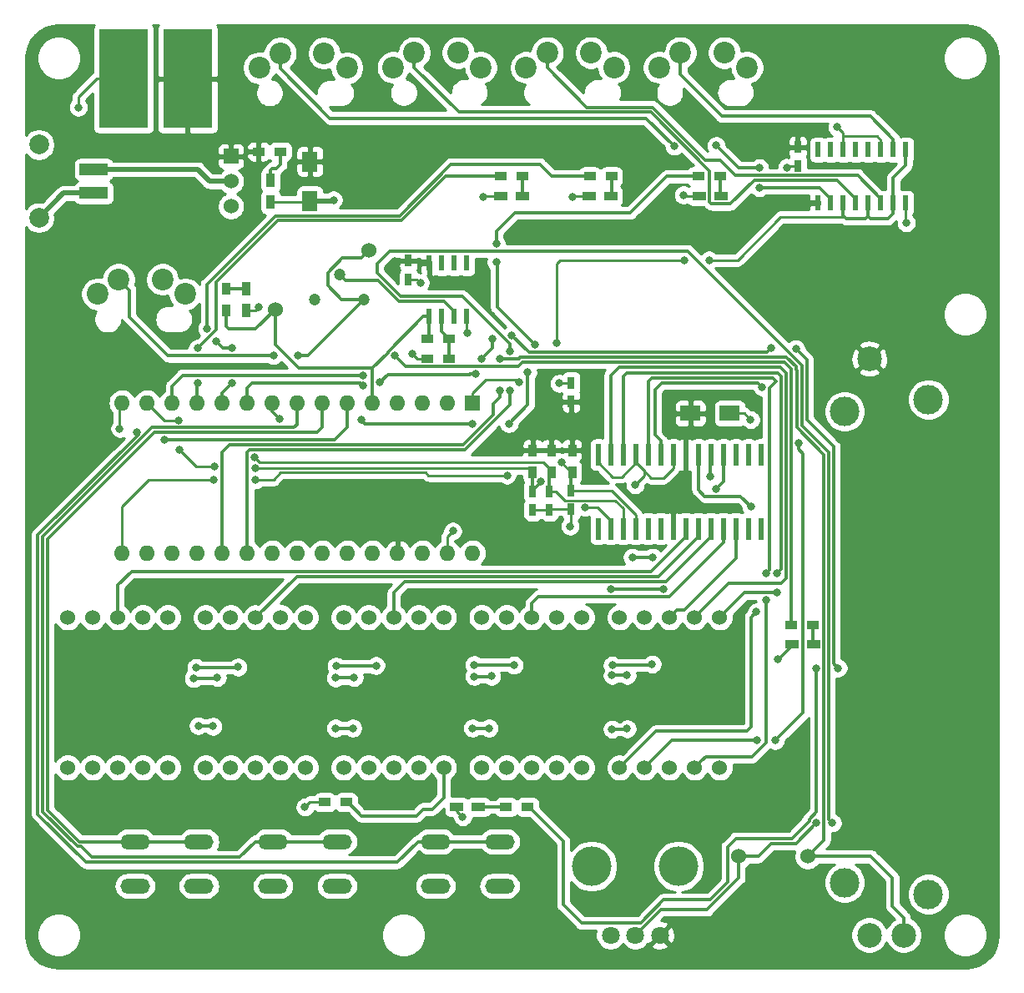
<source format=gtl>
G04 #@! TF.GenerationSoftware,KiCad,Pcbnew,5.1.4*
G04 #@! TF.CreationDate,2019-12-03T14:43:41+09:00*
G04 #@! TF.ProjectId,Sync-chan,53796e63-2d63-4686-916e-2e6b69636164,rev?*
G04 #@! TF.SameCoordinates,Original*
G04 #@! TF.FileFunction,Copper,L1,Top*
G04 #@! TF.FilePolarity,Positive*
%FSLAX46Y46*%
G04 Gerber Fmt 4.6, Leading zero omitted, Abs format (unit mm)*
G04 Created by KiCad (PCBNEW 5.1.4) date 2019-12-03 14:43:41*
%MOMM*%
%LPD*%
G04 APERTURE LIST*
%ADD10C,1.524000*%
%ADD11R,1.200000X0.900000*%
%ADD12R,1.400000X0.900000*%
%ADD13O,3.000000X1.500000*%
%ADD14R,0.600000X2.200000*%
%ADD15R,1.600000X2.000000*%
%ADD16R,0.750000X1.200000*%
%ADD17R,2.000000X1.600000*%
%ADD18R,2.860000X1.200000*%
%ADD19C,2.000000*%
%ADD20C,2.200000*%
%ADD21R,0.900000X1.400000*%
%ADD22R,0.900000X1.200000*%
%ADD23C,2.500000*%
%ADD24C,3.000000*%
%ADD25C,1.800000*%
%ADD26C,4.000000*%
%ADD27R,1.524000X1.524000*%
%ADD28R,5.000000X10.000000*%
%ADD29R,0.600000X1.550000*%
%ADD30O,1.600000X1.600000*%
%ADD31R,1.600000X1.600000*%
%ADD32R,0.600000X1.500000*%
%ADD33C,1.200000*%
%ADD34C,0.800000*%
%ADD35C,0.300000*%
%ADD36C,0.250000*%
%ADD37C,0.500000*%
%ADD38C,0.254000*%
G04 APERTURE END LIST*
D10*
X109920000Y-128000000D03*
X112460000Y-128000000D03*
X115000000Y-128000000D03*
X117540000Y-128000000D03*
X120080000Y-128000000D03*
X120080000Y-112760000D03*
X117540000Y-112760000D03*
X115000000Y-112760000D03*
X112460000Y-112760000D03*
X109920000Y-112760000D03*
D11*
X136000000Y-131500000D03*
X138200000Y-131500000D03*
D10*
X123920000Y-112760000D03*
X126460000Y-112760000D03*
X129000000Y-112760000D03*
X131540000Y-112760000D03*
X134080000Y-112760000D03*
X134080000Y-128000000D03*
X131540000Y-128000000D03*
X129000000Y-128000000D03*
X126460000Y-128000000D03*
X123920000Y-128000000D03*
X165920000Y-112760000D03*
X168460000Y-112760000D03*
X171000000Y-112760000D03*
X173540000Y-112760000D03*
X176080000Y-112760000D03*
X176080000Y-128000000D03*
X173540000Y-128000000D03*
X171000000Y-128000000D03*
X168460000Y-128000000D03*
X165920000Y-128000000D03*
D12*
X149400000Y-132000000D03*
X151600000Y-132000000D03*
X165000000Y-70000000D03*
X162800000Y-70000000D03*
X153900000Y-70000000D03*
X156100000Y-70000000D03*
D13*
X147250000Y-135500000D03*
X153750000Y-135500000D03*
X147250000Y-140000000D03*
X153750000Y-140000000D03*
X123250000Y-140000000D03*
X116750000Y-140000000D03*
X123250000Y-135500000D03*
X116750000Y-135500000D03*
X137250000Y-140000000D03*
X130750000Y-140000000D03*
X137250000Y-135500000D03*
X130750000Y-135500000D03*
D10*
X178000000Y-137000000D03*
D14*
X163745000Y-96250000D03*
X163745000Y-103750000D03*
X165015000Y-96250000D03*
X165015000Y-103750000D03*
X166285000Y-96250000D03*
X166285000Y-103750000D03*
X167555000Y-96250000D03*
X167555000Y-103750000D03*
X168825000Y-96250000D03*
X168825000Y-103750000D03*
X170095000Y-96250000D03*
X170095000Y-103750000D03*
X171365000Y-96250000D03*
X171365000Y-103750000D03*
X172635000Y-96250000D03*
X172635000Y-103750000D03*
X173905000Y-96250000D03*
X173905000Y-103750000D03*
X175175000Y-96250000D03*
X175175000Y-103750000D03*
X176445000Y-96250000D03*
X176445000Y-103750000D03*
X177715000Y-96250000D03*
X177715000Y-103750000D03*
X178985000Y-96250000D03*
X178985000Y-103750000D03*
X180255000Y-96250000D03*
X180255000Y-103750000D03*
D10*
X137920000Y-128000000D03*
X140460000Y-128000000D03*
X143000000Y-128000000D03*
X145540000Y-128000000D03*
X148080000Y-128000000D03*
X148080000Y-112760000D03*
X145540000Y-112760000D03*
X143000000Y-112760000D03*
X140460000Y-112760000D03*
X137920000Y-112760000D03*
X151920000Y-112760000D03*
X154460000Y-112760000D03*
X157000000Y-112760000D03*
X159540000Y-112760000D03*
X162080000Y-112760000D03*
X162080000Y-128000000D03*
X159540000Y-128000000D03*
X157000000Y-128000000D03*
X154460000Y-128000000D03*
X151920000Y-128000000D03*
D15*
X134500000Y-70500000D03*
X134500000Y-66500000D03*
D16*
X144500000Y-76550000D03*
X144500000Y-78450000D03*
X157100000Y-101850000D03*
X157100000Y-99950000D03*
X158800000Y-101850000D03*
X158800000Y-99950000D03*
X161000000Y-99900000D03*
X161000000Y-101800000D03*
X161000000Y-90850000D03*
X161000000Y-88950000D03*
D17*
X173100000Y-92050000D03*
X177100000Y-92050000D03*
D16*
X184000000Y-66950000D03*
X184000000Y-65050000D03*
D18*
X112570000Y-69700000D03*
X112570000Y-67300000D03*
D19*
X107000000Y-72200000D03*
X107000000Y-64800000D03*
D20*
X121840000Y-79950000D03*
X119540000Y-78450000D03*
X115090000Y-78450000D03*
X112940000Y-79950000D03*
X129350000Y-57000000D03*
X131500000Y-55500000D03*
X135950000Y-55500000D03*
X138250000Y-57000000D03*
X142940000Y-56950000D03*
X145090000Y-55450000D03*
X149540000Y-55450000D03*
X151840000Y-56950000D03*
X165340000Y-56950000D03*
X163040000Y-55450000D03*
X158590000Y-55450000D03*
X156440000Y-56950000D03*
X169940000Y-56950000D03*
X172090000Y-55450000D03*
X176540000Y-55450000D03*
X178840000Y-56950000D03*
D21*
X130500000Y-70600000D03*
X130500000Y-68400000D03*
X128000000Y-79400000D03*
X128000000Y-81600000D03*
D12*
X176200000Y-70000000D03*
X174000000Y-70000000D03*
X183400000Y-115500000D03*
X185600000Y-115500000D03*
D11*
X129300000Y-65500000D03*
X131500000Y-65500000D03*
D22*
X157100000Y-98000000D03*
X157100000Y-95800000D03*
X159000000Y-98000000D03*
X159000000Y-95800000D03*
X161100000Y-95800000D03*
X161100000Y-98000000D03*
X126000000Y-79400000D03*
X126000000Y-81600000D03*
D11*
X148600000Y-84500000D03*
X146400000Y-84500000D03*
X146400000Y-86500000D03*
X148600000Y-86500000D03*
X176100000Y-68000000D03*
X173900000Y-68000000D03*
X156600000Y-132000000D03*
X154400000Y-132000000D03*
X162900000Y-68000000D03*
X165100000Y-68000000D03*
X156100000Y-68000000D03*
X153900000Y-68000000D03*
X185500000Y-113500000D03*
X183300000Y-113500000D03*
D23*
X191250000Y-145000000D03*
X194750000Y-145000000D03*
X191250000Y-86500000D03*
D24*
X188750000Y-139650000D03*
X197250000Y-140850000D03*
X188750000Y-91850000D03*
X197250000Y-90650000D03*
D25*
X165000000Y-145000000D03*
X167500000Y-145000000D03*
X170000000Y-145000000D03*
D26*
X163100000Y-138000000D03*
X171900000Y-138000000D03*
D27*
X126500000Y-65960000D03*
D10*
X126500000Y-68500000D03*
X126500000Y-71040000D03*
D28*
X122100000Y-58100000D03*
X115600000Y-58100000D03*
D10*
X140500000Y-75500000D03*
X185000000Y-137000000D03*
D29*
X146595000Y-76800000D03*
X147865000Y-76800000D03*
X149135000Y-76800000D03*
X150405000Y-76800000D03*
X150405000Y-82200000D03*
X149135000Y-82200000D03*
X147865000Y-82200000D03*
X146595000Y-82200000D03*
D30*
X115440000Y-106240000D03*
X115440000Y-91000000D03*
X151000000Y-106240000D03*
X117980000Y-91000000D03*
X148460000Y-106240000D03*
X120520000Y-91000000D03*
X145920000Y-106240000D03*
X123060000Y-91000000D03*
X143380000Y-106240000D03*
X125600000Y-91000000D03*
X140840000Y-106240000D03*
X128140000Y-91000000D03*
X138300000Y-106240000D03*
X130680000Y-91000000D03*
X135760000Y-106240000D03*
X133220000Y-91000000D03*
X133220000Y-106240000D03*
X135760000Y-91000000D03*
X130680000Y-106240000D03*
X138300000Y-91000000D03*
X128140000Y-106240000D03*
X140840000Y-91000000D03*
X125600000Y-106240000D03*
X143380000Y-91000000D03*
X123060000Y-106240000D03*
X145920000Y-91000000D03*
X120520000Y-106240000D03*
X148460000Y-91000000D03*
X117980000Y-106240000D03*
D31*
X151000000Y-91000000D03*
D32*
X186055000Y-65300000D03*
X187325000Y-65300000D03*
X188595000Y-65300000D03*
X189865000Y-65300000D03*
X191135000Y-65300000D03*
X192405000Y-65300000D03*
X193675000Y-65300000D03*
X194945000Y-65300000D03*
X194945000Y-70700000D03*
X193675000Y-70700000D03*
X192405000Y-70700000D03*
X191135000Y-70700000D03*
X189865000Y-70700000D03*
X188595000Y-70700000D03*
X187325000Y-70700000D03*
X186055000Y-70700000D03*
D33*
X135000000Y-80500000D03*
X137500000Y-78000000D03*
X140000000Y-80500000D03*
D10*
X131000000Y-81500000D03*
D34*
X179800000Y-112200000D03*
X179250000Y-101500000D03*
X180362082Y-89365854D03*
X184062518Y-95110459D03*
X181700000Y-125250000D03*
X179850000Y-125250000D03*
X168460000Y-128000000D03*
X123170000Y-123750000D03*
X124670000Y-123800000D03*
X137100000Y-124000000D03*
X138850000Y-124000000D03*
X151000000Y-124000000D03*
X152670000Y-124000000D03*
X165150000Y-124100000D03*
X166670000Y-124050000D03*
X180800000Y-108250000D03*
X180750000Y-111000000D03*
X181850000Y-108300000D03*
X181850000Y-110250000D03*
X165050000Y-109900000D03*
X170400000Y-109850000D03*
X122950000Y-117850000D03*
X127210000Y-117800000D03*
X137170000Y-117700000D03*
X141210000Y-117650000D03*
X151170000Y-117550000D03*
X155210000Y-117600000D03*
X165170000Y-117600000D03*
X169210000Y-117500000D03*
X175100000Y-98450000D03*
X122700000Y-118950000D03*
X125100000Y-118850000D03*
X137094669Y-118894669D03*
X139000000Y-118850000D03*
X151170000Y-118750000D03*
X152931575Y-118720913D03*
X165150000Y-118650000D03*
X166670000Y-118650000D03*
X175700000Y-99700000D03*
X169250000Y-106650000D03*
X167200000Y-106650000D03*
X143100000Y-76600000D03*
X143000000Y-69600000D03*
X170800000Y-92000000D03*
X163000000Y-91900000D03*
X175300000Y-90600000D03*
X184300000Y-70700000D03*
X184300000Y-73800000D03*
X184000000Y-63200000D03*
X184000000Y-60300000D03*
X152900000Y-95800000D03*
X152900000Y-100500000D03*
X111000000Y-61000000D03*
X188000000Y-63000000D03*
X150000000Y-133000000D03*
X134000000Y-132000000D03*
X182000000Y-117000000D03*
X149000000Y-104000000D03*
X129300000Y-81300000D03*
X179200000Y-92700000D03*
X167500000Y-99300000D03*
X160900000Y-103500000D03*
X159800000Y-89000000D03*
X195000000Y-72700000D03*
X172400000Y-69900000D03*
X161100000Y-70100000D03*
X152100000Y-70100000D03*
X150500000Y-83900000D03*
X145700000Y-78800000D03*
X144900000Y-86000000D03*
X136900000Y-70400000D03*
X182900000Y-67100000D03*
X157949424Y-98984173D03*
X162400000Y-101599999D03*
X121200000Y-92749990D03*
X121300000Y-95775020D03*
X124850000Y-97400000D03*
X128994877Y-97607882D03*
X128890000Y-96500020D03*
X115200000Y-93600000D03*
X160000000Y-97000000D03*
X154500000Y-98332882D03*
X129000000Y-98800000D03*
X124700000Y-98800000D03*
X153800000Y-86500000D03*
X153800000Y-89700000D03*
X154800000Y-89700000D03*
X154800000Y-85750000D03*
X187500000Y-133600000D03*
X185900000Y-133600000D03*
X116923229Y-94008989D03*
X119700000Y-94750000D03*
X130800000Y-86200000D03*
X133300000Y-86200000D03*
X180100000Y-69150011D03*
X180100000Y-67150001D03*
X175720332Y-64879668D03*
X171459670Y-64940330D03*
X131400000Y-92600000D03*
X139700000Y-92700000D03*
X151000000Y-93100000D03*
X154700000Y-93100000D03*
X156600000Y-87900000D03*
X157300000Y-85099979D03*
X153400000Y-76700000D03*
X153400000Y-74800000D03*
X188100000Y-117900000D03*
X185900001Y-117900000D03*
X183800000Y-85500000D03*
X181300000Y-85400000D03*
X154973232Y-84126768D03*
X153000000Y-84500000D03*
X151900000Y-86550001D03*
X151300000Y-88050001D03*
X141590000Y-88900000D03*
X139900000Y-89200003D03*
X126600000Y-89000000D03*
X126600000Y-85400000D03*
X125000000Y-84700000D03*
X124044669Y-83444669D03*
X123100000Y-88950000D03*
X123100000Y-85450000D03*
X143091464Y-86183278D03*
X139900000Y-88200000D03*
X155700000Y-88900000D03*
X159500000Y-84900000D03*
X172500000Y-76500000D03*
X175000000Y-76500000D03*
D35*
X173905000Y-96250000D02*
X173905000Y-97050000D01*
X179800000Y-112200000D02*
X179250000Y-112750000D01*
X179250000Y-112750000D02*
X179250000Y-123850000D01*
X179250000Y-123850000D02*
X178800000Y-124300000D01*
X169620000Y-124300000D02*
X165920000Y-128000000D01*
X178800000Y-124300000D02*
X169620000Y-124300000D01*
X179250000Y-101500000D02*
X178200000Y-100450000D01*
X178200000Y-100450000D02*
X174550000Y-100450000D01*
X173905000Y-99805000D02*
X173905000Y-96250000D01*
X174550000Y-100450000D02*
X173905000Y-99805000D01*
X170095000Y-94850000D02*
X169500000Y-94255000D01*
X170095000Y-96250000D02*
X170095000Y-94850000D01*
X169500000Y-89650000D02*
X170199980Y-88950020D01*
X169500000Y-94255000D02*
X169500000Y-89650000D01*
X170199980Y-88950020D02*
X179946248Y-88950020D01*
X179946248Y-88950020D02*
X180362082Y-89365854D01*
X184549999Y-122400001D02*
X181700000Y-125250000D01*
X184549999Y-96163625D02*
X184549999Y-122400001D01*
X184062518Y-95110459D02*
X184062518Y-95676144D01*
X184062518Y-95676144D02*
X184549999Y-96163625D01*
X179850000Y-125250000D02*
X171210000Y-125250000D01*
X171210000Y-125250000D02*
X168460000Y-128000000D01*
X123170000Y-123750000D02*
X124620000Y-123750000D01*
X124620000Y-123750000D02*
X124670000Y-123800000D01*
X137100000Y-124000000D02*
X138850000Y-124000000D01*
X151000000Y-124000000D02*
X152670000Y-124000000D01*
X165150000Y-124100000D02*
X166620000Y-124100000D01*
X166620000Y-124100000D02*
X166670000Y-124050000D01*
X169085018Y-108099982D02*
X116400018Y-108099982D01*
X172635000Y-103750000D02*
X172635000Y-104550000D01*
X172635000Y-104550000D02*
X169085018Y-108099982D01*
X115000000Y-109500000D02*
X115000000Y-112760000D01*
X116400018Y-108099982D02*
X115000000Y-109500000D01*
X168825000Y-96250000D02*
X168825000Y-89225000D01*
X168825000Y-88775000D02*
X169149990Y-88450010D01*
X168825000Y-89225000D02*
X168825000Y-88775000D01*
X181450010Y-88450010D02*
X181799970Y-88799970D01*
X169149990Y-88450010D02*
X181450010Y-88450010D01*
X181099999Y-107950001D02*
X180800000Y-108250000D01*
X181799970Y-88799970D02*
X181099999Y-89499941D01*
X181099999Y-89499941D02*
X181099999Y-107950001D01*
X180750000Y-111000000D02*
X180750000Y-125500000D01*
X174301999Y-127238001D02*
X173540000Y-128000000D01*
X174652001Y-126887999D02*
X174301999Y-127238001D01*
X179362001Y-126887999D02*
X174652001Y-126887999D01*
X180750000Y-125500000D02*
X179362001Y-126887999D01*
X166285000Y-96250000D02*
X166285000Y-88315019D01*
X166650019Y-87950000D02*
X181950000Y-87950000D01*
X166285000Y-88315019D02*
X166650019Y-87950000D01*
X181950000Y-87950000D02*
X182299980Y-88299980D01*
X182299980Y-88299980D02*
X182299980Y-107850020D01*
X182299980Y-107850020D02*
X181850000Y-108300000D01*
X178590000Y-110250000D02*
X176080000Y-112760000D01*
X181850000Y-110250000D02*
X178590000Y-110250000D01*
X165050000Y-109900000D02*
X170350000Y-109900000D01*
X170350000Y-109900000D02*
X170400000Y-109850000D01*
X165849991Y-87350009D02*
X165015000Y-88185000D01*
X177000000Y-109300000D02*
X182300000Y-109300000D01*
X173540000Y-112760000D02*
X177000000Y-109300000D01*
X165015000Y-88185000D02*
X165015000Y-96250000D01*
X182200009Y-87350009D02*
X165849991Y-87350009D01*
X182799990Y-108800010D02*
X182799990Y-87949990D01*
X182300000Y-109300000D02*
X182799990Y-108800010D01*
X182799990Y-87949990D02*
X182200009Y-87350009D01*
X122950000Y-117850000D02*
X127160000Y-117850000D01*
X127160000Y-117850000D02*
X127210000Y-117800000D01*
X137170000Y-117700000D02*
X141160000Y-117700000D01*
X141160000Y-117700000D02*
X141210000Y-117650000D01*
X151170000Y-117550000D02*
X155160000Y-117550000D01*
X155160000Y-117550000D02*
X155210000Y-117600000D01*
X165170000Y-117600000D02*
X169110000Y-117600000D01*
X169110000Y-117600000D02*
X169210000Y-117500000D01*
X175175000Y-96250000D02*
X175175000Y-97050000D01*
X175100000Y-96325000D02*
X175175000Y-96250000D01*
X175100000Y-98450000D02*
X175100000Y-96325000D01*
X122700000Y-118950000D02*
X125000000Y-118950000D01*
X125000000Y-118950000D02*
X125100000Y-118850000D01*
X137094669Y-118894669D02*
X138955331Y-118894669D01*
X138955331Y-118894669D02*
X139000000Y-118850000D01*
X151170000Y-118750000D02*
X152902488Y-118750000D01*
X152902488Y-118750000D02*
X152931575Y-118720913D01*
X165150000Y-118650000D02*
X165715685Y-118650000D01*
X165715685Y-118650000D02*
X166670000Y-118650000D01*
X176445000Y-96250000D02*
X176445000Y-98955000D01*
X176445000Y-98955000D02*
X175700000Y-99700000D01*
X169250000Y-106650000D02*
X167200000Y-106650000D01*
X169855008Y-108599992D02*
X173905000Y-104550000D01*
X173905000Y-104550000D02*
X173905000Y-103750000D01*
X133160008Y-108599992D02*
X169855008Y-108599992D01*
X129000000Y-112760000D02*
X133160008Y-108599992D01*
X175175000Y-104550000D02*
X170625000Y-109100000D01*
X175175000Y-103750000D02*
X175175000Y-104550000D01*
X170625000Y-109100000D02*
X144150000Y-109100000D01*
X143000000Y-110250000D02*
X143000000Y-112760000D01*
X144150000Y-109100000D02*
X143000000Y-110250000D01*
X138350000Y-131500000D02*
X139750000Y-132900000D01*
X138200000Y-131500000D02*
X138350000Y-131500000D01*
X139750000Y-132900000D02*
X145300000Y-132900000D01*
X145300000Y-132900000D02*
X146000000Y-132200000D01*
X146000000Y-132200000D02*
X146900000Y-132200000D01*
X148080000Y-131020000D02*
X146900000Y-132200000D01*
X148080000Y-128000000D02*
X148080000Y-131020000D01*
X176445000Y-105150000D02*
X170945000Y-110650000D01*
X176445000Y-103750000D02*
X176445000Y-105150000D01*
X170945000Y-110650000D02*
X157700000Y-110650000D01*
X157000000Y-111350000D02*
X157000000Y-112760000D01*
X157700000Y-110650000D02*
X157000000Y-111350000D01*
X171761999Y-111998001D02*
X172451999Y-111998001D01*
X171000000Y-112760000D02*
X171761999Y-111998001D01*
X177715000Y-106735000D02*
X177715000Y-103750000D01*
X172451999Y-111998001D02*
X177715000Y-106735000D01*
D36*
X146345000Y-76550000D02*
X146595000Y-76800000D01*
X144500000Y-76550000D02*
X146345000Y-76550000D01*
D35*
X144500000Y-76550000D02*
X143150000Y-76550000D01*
X143150000Y-76550000D02*
X143100000Y-76600000D01*
X173100000Y-92050000D02*
X170850000Y-92050000D01*
X170850000Y-92050000D02*
X170800000Y-92000000D01*
D37*
X186055000Y-70700000D02*
X184300000Y-70700000D01*
X184000000Y-65050000D02*
X184000000Y-63200000D01*
X157100000Y-95800000D02*
X152900000Y-95800000D01*
D36*
X111000000Y-59950000D02*
X111000000Y-61000000D01*
X115600000Y-58100000D02*
X112850000Y-58100000D01*
X112850000Y-58100000D02*
X111000000Y-59950000D01*
X188595000Y-63595000D02*
X188000000Y-63000000D01*
X149400000Y-132000000D02*
X149400000Y-132400000D01*
X149400000Y-132400000D02*
X150000000Y-133000000D01*
X136000000Y-131500000D02*
X134500000Y-131500000D01*
X134500000Y-131500000D02*
X134000000Y-132000000D01*
X183400000Y-115500000D02*
X183400000Y-115600000D01*
X183400000Y-115600000D02*
X182000000Y-117000000D01*
X148460000Y-106240000D02*
X148460000Y-104540000D01*
X148460000Y-104540000D02*
X149000000Y-104000000D01*
D37*
X109500000Y-69700000D02*
X107000000Y-72200000D01*
X112570000Y-69700000D02*
X109500000Y-69700000D01*
D36*
X128000000Y-81600000D02*
X129000000Y-81600000D01*
X129000000Y-81600000D02*
X129300000Y-81300000D01*
X177100000Y-92050000D02*
X178550000Y-92050000D01*
X178550000Y-92050000D02*
X179200000Y-92700000D01*
X171365000Y-97600000D02*
X170365000Y-98600000D01*
X171365000Y-96250000D02*
X171365000Y-97600000D01*
X167555000Y-97050000D02*
X167555000Y-96250000D01*
X170365000Y-98600000D02*
X169105000Y-98600000D01*
X167555000Y-97050000D02*
X166105000Y-98500000D01*
X163745000Y-97050000D02*
X163745000Y-96250000D01*
X165195000Y-98500000D02*
X163745000Y-97050000D01*
X166105000Y-98500000D02*
X165195000Y-98500000D01*
X168402500Y-97897500D02*
X168402500Y-98397500D01*
X168402500Y-97897500D02*
X167555000Y-97050000D01*
X168402500Y-98397500D02*
X167500000Y-99300000D01*
X169105000Y-98600000D02*
X168402500Y-97897500D01*
X157100000Y-101850000D02*
X158800000Y-101850000D01*
X158850000Y-101800000D02*
X158800000Y-101850000D01*
X161000000Y-101800000D02*
X158850000Y-101800000D01*
X161000000Y-101800000D02*
X161000000Y-103400000D01*
X161000000Y-103400000D02*
X160900000Y-103500000D01*
X161000000Y-88950000D02*
X159850000Y-88950000D01*
X159850000Y-88950000D02*
X159800000Y-89000000D01*
X194945000Y-70700000D02*
X194945000Y-72645000D01*
X194945000Y-72645000D02*
X195000000Y-72700000D01*
X174000000Y-70000000D02*
X172500000Y-70000000D01*
X172500000Y-70000000D02*
X172400000Y-69900000D01*
X162800000Y-70000000D02*
X161200000Y-70000000D01*
X161200000Y-70000000D02*
X161100000Y-70100000D01*
X153900000Y-70000000D02*
X152200000Y-70000000D01*
X152200000Y-70000000D02*
X152100000Y-70100000D01*
X150405000Y-82200000D02*
X150405000Y-83805000D01*
X150405000Y-83805000D02*
X150500000Y-83900000D01*
X144500000Y-78450000D02*
X145350000Y-78450000D01*
X145350000Y-78450000D02*
X145700000Y-78800000D01*
X146400000Y-86500000D02*
X145400000Y-86500000D01*
X145400000Y-86500000D02*
X144900000Y-86000000D01*
X134400000Y-70600000D02*
X134500000Y-70500000D01*
X130500000Y-70600000D02*
X134400000Y-70600000D01*
D37*
X134500000Y-70500000D02*
X136800000Y-70500000D01*
X136800000Y-70500000D02*
X136900000Y-70400000D01*
D36*
X184000000Y-66950000D02*
X183050000Y-66950000D01*
X183050000Y-66950000D02*
X182900000Y-67100000D01*
X192405000Y-64300000D02*
X192005000Y-63900000D01*
X192405000Y-65300000D02*
X192405000Y-64300000D01*
X188690000Y-63900000D02*
X188595000Y-63995000D01*
X192005000Y-63900000D02*
X188690000Y-63900000D01*
X188595000Y-65300000D02*
X188595000Y-63995000D01*
X188595000Y-63995000D02*
X188595000Y-63595000D01*
D35*
X157100000Y-99950000D02*
X157100000Y-98000000D01*
D36*
X157100000Y-99950000D02*
X157100000Y-99833597D01*
X157100000Y-99833597D02*
X157949424Y-98984173D01*
X165015000Y-102950000D02*
X165015000Y-103750000D01*
X163664999Y-101599999D02*
X165015000Y-102950000D01*
X162400000Y-101599999D02*
X163664999Y-101599999D01*
X117980000Y-91000000D02*
X119729990Y-92749990D01*
X119729990Y-92749990D02*
X121200000Y-92749990D01*
X121300000Y-95775020D02*
X122924980Y-97400000D01*
X122924980Y-97400000D02*
X124850000Y-97400000D01*
X156707882Y-97607882D02*
X157100000Y-98000000D01*
X128994877Y-97607882D02*
X156707882Y-97607882D01*
D35*
X158800000Y-98200000D02*
X159000000Y-98000000D01*
X158800000Y-99950000D02*
X158800000Y-98200000D01*
D36*
X159425000Y-99950000D02*
X160357499Y-100882499D01*
X165474999Y-100874999D02*
X166285000Y-101685000D01*
X158800000Y-99950000D02*
X159425000Y-99950000D01*
X160357499Y-100882499D02*
X160364999Y-100874999D01*
X166285000Y-101685000D02*
X166285000Y-103750000D01*
X160364999Y-100874999D02*
X165474999Y-100874999D01*
X159000000Y-97850000D02*
X158150000Y-97000000D01*
X159000000Y-98000000D02*
X159000000Y-97850000D01*
X158150000Y-97000000D02*
X129389980Y-97000000D01*
X129389980Y-97000000D02*
X128890000Y-96500020D01*
X115200000Y-91240000D02*
X115440000Y-91000000D01*
X115200000Y-93600000D02*
X115200000Y-91240000D01*
D35*
X161000000Y-98100000D02*
X161100000Y-98000000D01*
X161000000Y-99900000D02*
X161000000Y-98100000D01*
D36*
X161100000Y-98000000D02*
X161000000Y-98000000D01*
X161000000Y-98000000D02*
X160000000Y-97000000D01*
X154500000Y-98332882D02*
X146532882Y-98332882D01*
X146532882Y-98332882D02*
X146257892Y-98057892D01*
X146257892Y-98057892D02*
X131542108Y-98057892D01*
X131542108Y-98057892D02*
X130800000Y-98800000D01*
X130800000Y-98800000D02*
X129000000Y-98800000D01*
X115400000Y-105068630D02*
X115400000Y-101500000D01*
X118100000Y-98800000D02*
X124700000Y-98800000D01*
X115440000Y-106240000D02*
X115440000Y-105108630D01*
X115400000Y-101500000D02*
X118100000Y-98800000D01*
X115440000Y-105108630D02*
X115400000Y-105068630D01*
X161625000Y-99900000D02*
X161000000Y-99900000D01*
X165136410Y-99900000D02*
X161625000Y-99900000D01*
X167555000Y-102318590D02*
X165136410Y-99900000D01*
X167555000Y-103750000D02*
X167555000Y-102318590D01*
D35*
X151600000Y-132000000D02*
X154400000Y-132000000D01*
X165100000Y-69900000D02*
X165000000Y-70000000D01*
X165100000Y-68000000D02*
X165100000Y-69900000D01*
X156100000Y-68000000D02*
X156100000Y-70000000D01*
X123250000Y-135500000D02*
X116750000Y-135500000D01*
X116750000Y-135500000D02*
X111100000Y-135500000D01*
X111100000Y-135500000D02*
X107900000Y-132300000D01*
X107900000Y-132300000D02*
X107900000Y-104800000D01*
X107900000Y-104800000D02*
X118700000Y-94000000D01*
X118700000Y-94000000D02*
X135200000Y-94000000D01*
X135760000Y-93440000D02*
X135760000Y-91000000D01*
X135200000Y-94000000D02*
X135760000Y-93440000D01*
X137250000Y-135500000D02*
X130750000Y-135500000D01*
X128950000Y-135500000D02*
X127350000Y-137100000D01*
X130750000Y-135500000D02*
X128950000Y-135500000D01*
X112400000Y-137100000D02*
X111300010Y-136000010D01*
X127350000Y-137100000D02*
X112400000Y-137100000D01*
X107399990Y-104592890D02*
X118492890Y-93499990D01*
X107399990Y-132507110D02*
X107399990Y-104592890D01*
X111300010Y-136000010D02*
X110892890Y-136000010D01*
X110892890Y-136000010D02*
X107399990Y-132507110D01*
X118492890Y-93499990D02*
X132900010Y-93499990D01*
X133220000Y-93180000D02*
X133220000Y-91000000D01*
X132900010Y-93499990D02*
X133220000Y-93180000D01*
X194750000Y-143232234D02*
X193600000Y-142082234D01*
X194750000Y-145000000D02*
X194750000Y-143232234D01*
X193600000Y-142082234D02*
X193600000Y-139200000D01*
X191400000Y-137000000D02*
X185000000Y-137000000D01*
X193600000Y-139200000D02*
X191400000Y-137000000D01*
X186650001Y-135349999D02*
X186650001Y-96250001D01*
X185000000Y-137000000D02*
X186650001Y-135349999D01*
X186650001Y-96250001D02*
X183900000Y-93500000D01*
X183900000Y-87700000D02*
X183800010Y-87600010D01*
X183900000Y-93500000D02*
X183900000Y-87700000D01*
X183800010Y-87292890D02*
X183800008Y-87292888D01*
X183800010Y-87600010D02*
X183800010Y-87292890D01*
X183800008Y-87292888D02*
X182857109Y-86349989D01*
X182857109Y-86349989D02*
X178949989Y-86349989D01*
X155842891Y-86349989D02*
X155692880Y-86500000D01*
X178949989Y-86349989D02*
X155842891Y-86349989D01*
X155692880Y-86500000D02*
X153800000Y-86500000D01*
X153800000Y-90430002D02*
X153100000Y-91130002D01*
X153800000Y-89700000D02*
X153800000Y-90430002D01*
X153100000Y-91130002D02*
X153100000Y-92200000D01*
X150049990Y-95250010D02*
X126349990Y-95250010D01*
X153100000Y-92200000D02*
X150049990Y-95250010D01*
X125600000Y-96000000D02*
X125600000Y-106240000D01*
X126349990Y-95250010D02*
X125600000Y-96000000D01*
X167500000Y-145000000D02*
X170100000Y-142400000D01*
X170100000Y-142400000D02*
X174800000Y-142400000D01*
X178000000Y-139200000D02*
X178000000Y-137000000D01*
X174800000Y-142400000D02*
X178000000Y-139200000D01*
X128140000Y-106240000D02*
X128140000Y-97440000D01*
X128140000Y-95960000D02*
X128349980Y-95750020D01*
X128140000Y-97440000D02*
X128140000Y-95960000D01*
X154800000Y-91207120D02*
X154800000Y-89700000D01*
X128349980Y-95750020D02*
X150257100Y-95750020D01*
X150257100Y-95750020D02*
X154800000Y-91207120D01*
X185900000Y-133600000D02*
X183800000Y-135700000D01*
X183800000Y-135700000D02*
X181300000Y-135700000D01*
X180000000Y-137000000D02*
X178000000Y-137000000D01*
X181300000Y-135700000D02*
X180000000Y-137000000D01*
X149985792Y-80199990D02*
X143707110Y-80199990D01*
X143707110Y-80199990D02*
X141300000Y-77792880D01*
X154800000Y-85014198D02*
X149985792Y-80199990D01*
X142600001Y-75599999D02*
X172814239Y-75599999D01*
X154800000Y-85750000D02*
X154800000Y-85014198D01*
X187150011Y-96042891D02*
X187150011Y-133250011D01*
X141300000Y-77792880D02*
X141300000Y-76900000D01*
X141300000Y-76900000D02*
X142600001Y-75599999D01*
X187150011Y-133250011D02*
X187500000Y-133600000D01*
X172814239Y-75599999D02*
X184400010Y-87185770D01*
X184400010Y-93292890D02*
X187150011Y-96042891D01*
X184400010Y-87185770D02*
X184400010Y-93292890D01*
X153750000Y-135500000D02*
X147250000Y-135500000D01*
X117100000Y-94185760D02*
X116923229Y-94008989D01*
X106899980Y-104385780D02*
X117100000Y-94185760D01*
X111785770Y-137600010D02*
X106899980Y-132714220D01*
X145450000Y-135500000D02*
X143349990Y-137600010D01*
X143349990Y-137600010D02*
X111785770Y-137600010D01*
X147250000Y-135500000D02*
X145450000Y-135500000D01*
X106899980Y-132714220D02*
X106899980Y-104385780D01*
X137050000Y-94750000D02*
X119700000Y-94750000D01*
X138300000Y-91000000D02*
X138300000Y-93500000D01*
X138300000Y-93500000D02*
X137050000Y-94750000D01*
D37*
X118070000Y-67300000D02*
X123100000Y-67300000D01*
X124300000Y-68500000D02*
X123100000Y-67300000D01*
X126500000Y-68500000D02*
X124300000Y-68500000D01*
X118070000Y-67300000D02*
X112570000Y-67300000D01*
D35*
X116189999Y-79549999D02*
X116189999Y-82289999D01*
X115090000Y-78450000D02*
X116189999Y-79549999D01*
X116189999Y-82289999D02*
X120100000Y-86200000D01*
X120100000Y-86200000D02*
X130800000Y-86200000D01*
X134300000Y-86200000D02*
X140000000Y-80500000D01*
X133300000Y-86200000D02*
X134300000Y-86200000D01*
X140000000Y-80500000D02*
X137700000Y-80500000D01*
X137700000Y-80500000D02*
X136300000Y-79100000D01*
X136300000Y-77793998D02*
X137793998Y-76300000D01*
X136300000Y-79100000D02*
X136300000Y-77793998D01*
X139700000Y-76300000D02*
X140500000Y-75500000D01*
X137793998Y-76300000D02*
X139700000Y-76300000D01*
X186185013Y-69150011D02*
X180100000Y-69150011D01*
X186225011Y-69150011D02*
X186185013Y-69150011D01*
X187325000Y-70700000D02*
X187325000Y-70250000D01*
X187325000Y-70250000D02*
X186225011Y-69150011D01*
X180100000Y-67150001D02*
X177990665Y-67150001D01*
X177990665Y-67150001D02*
X175720332Y-64879668D01*
X171459670Y-64940330D02*
X168619340Y-62100000D01*
X131500000Y-57055634D02*
X131500000Y-55500000D01*
X136544366Y-62100000D02*
X131500000Y-57055634D01*
X168619340Y-62100000D02*
X136544366Y-62100000D01*
X175050001Y-70630003D02*
X175050001Y-67469999D01*
X175219999Y-70800001D02*
X175050001Y-70630003D01*
X189865000Y-70250000D02*
X188015011Y-68400011D01*
X189865000Y-70700000D02*
X189865000Y-70250000D01*
X188015011Y-68400011D02*
X179579991Y-68400011D01*
X179579991Y-68400011D02*
X177180001Y-70800001D01*
X175050001Y-67469999D02*
X169080002Y-61500000D01*
X177180001Y-70800001D02*
X175219999Y-70800001D01*
X145090000Y-57005634D02*
X145090000Y-55450000D01*
X149584366Y-61500000D02*
X145090000Y-57005634D01*
X169080002Y-61500000D02*
X149584366Y-61500000D01*
X190055001Y-67900001D02*
X177680003Y-67900001D01*
X192405000Y-70250000D02*
X190055001Y-67900001D01*
X192405000Y-70700000D02*
X192405000Y-70250000D01*
X177680003Y-67900001D02*
X176136441Y-66356439D01*
X176136441Y-66356439D02*
X174643561Y-66356439D01*
X174643561Y-66356439D02*
X169287112Y-60999990D01*
X158590000Y-57005634D02*
X158590000Y-55450000D01*
X162584356Y-60999990D02*
X158590000Y-57005634D01*
X169287112Y-60999990D02*
X162584356Y-60999990D01*
X193675000Y-64250000D02*
X191325000Y-61900000D01*
X193675000Y-65300000D02*
X193675000Y-64250000D01*
X191325000Y-61900000D02*
X176300000Y-61900000D01*
X172090000Y-57690000D02*
X172090000Y-55450000D01*
X176300000Y-61900000D02*
X172090000Y-57690000D01*
X131500000Y-65500000D02*
X131500000Y-66800000D01*
X131500000Y-66800000D02*
X131100000Y-67200000D01*
X130500000Y-67400000D02*
X130500000Y-68400000D01*
X130700000Y-67200000D02*
X130500000Y-67400000D01*
X131100000Y-67200000D02*
X130700000Y-67200000D01*
X128000000Y-79400000D02*
X126000000Y-79400000D01*
X176100000Y-69900000D02*
X176200000Y-70000000D01*
X176100000Y-68000000D02*
X176100000Y-69900000D01*
X185500000Y-115400000D02*
X185600000Y-115500000D01*
X185500000Y-113500000D02*
X185500000Y-115400000D01*
X146595000Y-84305000D02*
X146400000Y-84500000D01*
X146595000Y-82200000D02*
X146595000Y-84305000D01*
X145995000Y-82200000D02*
X142395000Y-85800000D01*
X146595000Y-82200000D02*
X145995000Y-82200000D01*
X142395000Y-85800000D02*
X142395000Y-85905000D01*
X131000000Y-81500000D02*
X131000000Y-85100000D01*
X133350000Y-87450000D02*
X140850000Y-87450000D01*
X131000000Y-85100000D02*
X133350000Y-87450000D01*
X142395000Y-85905000D02*
X140850000Y-87450000D01*
X140840000Y-87460000D02*
X140850000Y-87450000D01*
X140840000Y-91000000D02*
X140840000Y-87460000D01*
X131000000Y-81500000D02*
X129000000Y-83500000D01*
X129000000Y-83500000D02*
X126300000Y-83500000D01*
X126000000Y-83200000D02*
X126000000Y-81600000D01*
X126300000Y-83500000D02*
X126000000Y-83200000D01*
X147865000Y-83765000D02*
X148600000Y-84500000D01*
X147865000Y-82200000D02*
X147865000Y-83765000D01*
X148600000Y-84500000D02*
X148600000Y-86500000D01*
X130680000Y-91000000D02*
X130680000Y-91880000D01*
X130680000Y-91880000D02*
X131400000Y-92600000D01*
X139700000Y-92700000D02*
X140100000Y-93100000D01*
X140100000Y-93100000D02*
X151000000Y-93100000D01*
X156600000Y-90114240D02*
X156600000Y-87900000D01*
X154700000Y-93100000D02*
X156600000Y-91200000D01*
X156600000Y-91200000D02*
X156600000Y-90114240D01*
X157300000Y-85099979D02*
X153500000Y-81299979D01*
X153500000Y-81299979D02*
X153500000Y-76800000D01*
X153500000Y-76800000D02*
X153400000Y-76700000D01*
X153400000Y-74800000D02*
X153400000Y-73600000D01*
X153400000Y-73600000D02*
X155300000Y-71700000D01*
X155300000Y-71700000D02*
X167000000Y-71700000D01*
X170700000Y-68000000D02*
X173900000Y-68000000D01*
X167000000Y-71700000D02*
X170700000Y-68000000D01*
X185900001Y-132499999D02*
X185900001Y-117900000D01*
X184900020Y-92700020D02*
X184900020Y-86978660D01*
X183400010Y-135199990D02*
X185149999Y-133450001D01*
X176887999Y-139604881D02*
X176887999Y-136012001D01*
X177700010Y-135199990D02*
X181092890Y-135199990D01*
X156750000Y-132000000D02*
X160200000Y-135450000D01*
X162049999Y-143749999D02*
X166899999Y-143749999D01*
X187650021Y-95450021D02*
X184900020Y-92700020D01*
X187650021Y-117450021D02*
X187650021Y-95450021D01*
X160200000Y-141900000D02*
X162049999Y-143749999D01*
X166899999Y-143749999D02*
X168042881Y-143749999D01*
X168042881Y-143749999D02*
X170392880Y-141400000D01*
X188100000Y-117900000D02*
X187650021Y-117450021D01*
X185149999Y-133250001D02*
X185900001Y-132499999D01*
X160200000Y-135450000D02*
X160200000Y-141900000D01*
X181092890Y-135199990D02*
X183400010Y-135199990D01*
X156600000Y-132000000D02*
X156750000Y-132000000D01*
X170392880Y-141400000D02*
X175092880Y-141400000D01*
X184900020Y-86978660D02*
X184900018Y-86978658D01*
X175092880Y-141400000D02*
X176887999Y-139604881D01*
X176887999Y-136012001D02*
X177700010Y-135199990D01*
X185149999Y-133450001D02*
X185149999Y-133250001D01*
X184900020Y-86978660D02*
X184900020Y-86600020D01*
X184900020Y-86600020D02*
X183800000Y-85500000D01*
X180850021Y-85849979D02*
X179157099Y-85849979D01*
X181300000Y-85400000D02*
X180850021Y-85849979D01*
X179157099Y-85849979D02*
X156696443Y-85849979D01*
X156696443Y-85849979D02*
X154973232Y-84126768D01*
X153000000Y-84500000D02*
X153000000Y-85450001D01*
X153000000Y-85450001D02*
X151900000Y-86550001D01*
X150734315Y-88050001D02*
X150684316Y-88100000D01*
X151300000Y-88050001D02*
X150734315Y-88050001D01*
X150684316Y-88100000D02*
X142390000Y-88100000D01*
X142390000Y-88100000D02*
X141590000Y-88900000D01*
X128140000Y-89460000D02*
X128140000Y-91000000D01*
X128649999Y-88950001D02*
X128140000Y-89460000D01*
X139900000Y-89200003D02*
X139649998Y-88950001D01*
X139649998Y-88950001D02*
X128649999Y-88950001D01*
X125600000Y-91000000D02*
X125600000Y-90000000D01*
X125600000Y-90000000D02*
X126600000Y-89000000D01*
X126600000Y-85400000D02*
X125700000Y-85400000D01*
X125700000Y-85400000D02*
X125000000Y-84700000D01*
X159000000Y-68000000D02*
X162900000Y-68000000D01*
X157800000Y-66800000D02*
X159000000Y-68000000D01*
X143592890Y-71999990D02*
X148792880Y-66800000D01*
X124044669Y-78955331D02*
X131000008Y-71999992D01*
X131012886Y-71999992D02*
X131012888Y-71999990D01*
X148792880Y-66800000D02*
X157800000Y-66800000D01*
X131000008Y-71999992D02*
X131012886Y-71999992D01*
X124044669Y-83444669D02*
X124044669Y-78955331D01*
X131012888Y-71999990D02*
X143592890Y-71999990D01*
X123060000Y-91000000D02*
X123060000Y-88990000D01*
X123060000Y-88990000D02*
X123100000Y-88950000D01*
X125000000Y-78719998D02*
X131219998Y-72500000D01*
X123100000Y-85450000D02*
X125000000Y-83550000D01*
X125000000Y-83550000D02*
X125000000Y-78719998D01*
X131219998Y-72500000D02*
X143800000Y-72500000D01*
X148300000Y-68000000D02*
X153900000Y-68000000D01*
X143800000Y-72500000D02*
X148300000Y-68000000D01*
X183300000Y-113500000D02*
X183300000Y-87500000D01*
X182649999Y-86849999D02*
X156050001Y-86849999D01*
X183300000Y-87500000D02*
X182649999Y-86849999D01*
X144208187Y-87300001D02*
X143091464Y-86183278D01*
X156050001Y-86849999D02*
X155599999Y-87300001D01*
X155599999Y-87300001D02*
X144208187Y-87300001D01*
X139900000Y-88200000D02*
X121600000Y-88200000D01*
X120520000Y-89280000D02*
X120520000Y-91000000D01*
X121600000Y-88200000D02*
X120520000Y-89280000D01*
X138099999Y-78599999D02*
X141399999Y-78599999D01*
X137500000Y-78000000D02*
X138099999Y-78599999D01*
X141399999Y-78599999D02*
X143500000Y-80700000D01*
X149135000Y-81725000D02*
X149135000Y-82200000D01*
X148110000Y-80700000D02*
X149135000Y-81725000D01*
X143500000Y-80700000D02*
X148110000Y-80700000D01*
X188595000Y-71150000D02*
X188600000Y-71155000D01*
X188595000Y-70700000D02*
X188595000Y-71150000D01*
X188600000Y-71155000D02*
X188600000Y-72000000D01*
X188900000Y-72300000D02*
X190900000Y-72300000D01*
X191135000Y-72065000D02*
X191135000Y-70700000D01*
X190900000Y-72300000D02*
X191135000Y-72065000D01*
X193675000Y-71750000D02*
X193125000Y-72300000D01*
X193675000Y-70700000D02*
X193675000Y-71750000D01*
X191370000Y-72300000D02*
X191135000Y-72065000D01*
X193125000Y-72300000D02*
X191370000Y-72300000D01*
X193675000Y-70700000D02*
X193675000Y-68125000D01*
X194945000Y-66855000D02*
X194945000Y-65300000D01*
X193675000Y-68125000D02*
X194945000Y-66855000D01*
D36*
X151000000Y-89950000D02*
X152350000Y-88600000D01*
X151000000Y-91000000D02*
X151000000Y-89950000D01*
X152350000Y-88600000D02*
X155400000Y-88600000D01*
X155400000Y-88600000D02*
X155700000Y-88900000D01*
X159500000Y-84900000D02*
X159500000Y-76900000D01*
X159500000Y-76900000D02*
X159900000Y-76500000D01*
X159900000Y-76500000D02*
X172500000Y-76500000D01*
X175000000Y-76500000D02*
X177900000Y-76500000D01*
X182250000Y-72150000D02*
X188750000Y-72150000D01*
X177900000Y-76500000D02*
X182250000Y-72150000D01*
D35*
X188600000Y-72000000D02*
X188750000Y-72150000D01*
X188750000Y-72150000D02*
X188900000Y-72300000D01*
D38*
G36*
X112569463Y-52745506D02*
G01*
X112510498Y-52855820D01*
X112474188Y-52975518D01*
X112461928Y-53100000D01*
X112461928Y-57445674D01*
X112425723Y-57465026D01*
X112390582Y-57493866D01*
X112309999Y-57559999D01*
X112286201Y-57588997D01*
X110489003Y-59386196D01*
X110459999Y-59409999D01*
X110404871Y-59477174D01*
X110365026Y-59525724D01*
X110303230Y-59641335D01*
X110294454Y-59657754D01*
X110250997Y-59801015D01*
X110240000Y-59912668D01*
X110240000Y-59912678D01*
X110236324Y-59950000D01*
X110240000Y-59987323D01*
X110240000Y-60296289D01*
X110196063Y-60340226D01*
X110082795Y-60509744D01*
X110004774Y-60698102D01*
X109965000Y-60898061D01*
X109965000Y-61101939D01*
X110004774Y-61301898D01*
X110082795Y-61490256D01*
X110196063Y-61659774D01*
X110340226Y-61803937D01*
X110509744Y-61917205D01*
X110698102Y-61995226D01*
X110898061Y-62035000D01*
X111101939Y-62035000D01*
X111301898Y-61995226D01*
X111490256Y-61917205D01*
X111659774Y-61803937D01*
X111803937Y-61659774D01*
X111917205Y-61490256D01*
X111995226Y-61301898D01*
X112035000Y-61101939D01*
X112035000Y-60898061D01*
X111995226Y-60698102D01*
X111917205Y-60509744D01*
X111803937Y-60340226D01*
X111760000Y-60296289D01*
X111760000Y-60264801D01*
X112461928Y-59562873D01*
X112461928Y-63100000D01*
X112474188Y-63224482D01*
X112510498Y-63344180D01*
X112569463Y-63454494D01*
X112648815Y-63551185D01*
X112745506Y-63630537D01*
X112855820Y-63689502D01*
X112975518Y-63725812D01*
X113100000Y-63738072D01*
X118100000Y-63738072D01*
X118224482Y-63725812D01*
X118344180Y-63689502D01*
X118454494Y-63630537D01*
X118551185Y-63551185D01*
X118630537Y-63454494D01*
X118689502Y-63344180D01*
X118725812Y-63224482D01*
X118738072Y-63100000D01*
X118961928Y-63100000D01*
X118974188Y-63224482D01*
X119010498Y-63344180D01*
X119069463Y-63454494D01*
X119148815Y-63551185D01*
X119245506Y-63630537D01*
X119355820Y-63689502D01*
X119475518Y-63725812D01*
X119600000Y-63738072D01*
X121814250Y-63735000D01*
X121973000Y-63576250D01*
X121973000Y-58227000D01*
X122227000Y-58227000D01*
X122227000Y-63576250D01*
X122385750Y-63735000D01*
X124600000Y-63738072D01*
X124724482Y-63725812D01*
X124844180Y-63689502D01*
X124954494Y-63630537D01*
X125051185Y-63551185D01*
X125130537Y-63454494D01*
X125189502Y-63344180D01*
X125225812Y-63224482D01*
X125238072Y-63100000D01*
X125235000Y-58385750D01*
X125076250Y-58227000D01*
X122227000Y-58227000D01*
X121973000Y-58227000D01*
X119123750Y-58227000D01*
X118965000Y-58385750D01*
X118961928Y-63100000D01*
X118738072Y-63100000D01*
X118738072Y-53100000D01*
X118725812Y-52975518D01*
X118689502Y-52855820D01*
X118630537Y-52745506D01*
X118560364Y-52660000D01*
X119139636Y-52660000D01*
X119069463Y-52745506D01*
X119010498Y-52855820D01*
X118974188Y-52975518D01*
X118961928Y-53100000D01*
X118965000Y-57814250D01*
X119123750Y-57973000D01*
X121973000Y-57973000D01*
X121973000Y-57953000D01*
X122227000Y-57953000D01*
X122227000Y-57973000D01*
X125076250Y-57973000D01*
X125235000Y-57814250D01*
X125238072Y-53100000D01*
X125225812Y-52975518D01*
X125189502Y-52855820D01*
X125130537Y-52745506D01*
X125060364Y-52660000D01*
X200967722Y-52660000D01*
X201648126Y-52726714D01*
X202271572Y-52914943D01*
X202846579Y-53220681D01*
X203351247Y-53632279D01*
X203766362Y-54134067D01*
X204076105Y-54706924D01*
X204268682Y-55329039D01*
X204340000Y-56007584D01*
X204340001Y-144967711D01*
X204273286Y-145648126D01*
X204085057Y-146271570D01*
X203779323Y-146846573D01*
X203367721Y-147351248D01*
X202865933Y-147766362D01*
X202293077Y-148076104D01*
X201670961Y-148268682D01*
X200992417Y-148340000D01*
X109032279Y-148340000D01*
X108351874Y-148273286D01*
X107728430Y-148085057D01*
X107153427Y-147779323D01*
X106648752Y-147367721D01*
X106233638Y-146865933D01*
X105923896Y-146293077D01*
X105731318Y-145670961D01*
X105660000Y-144992417D01*
X105660000Y-144779872D01*
X106765000Y-144779872D01*
X106765000Y-145220128D01*
X106850890Y-145651925D01*
X107019369Y-146058669D01*
X107263962Y-146424729D01*
X107575271Y-146736038D01*
X107941331Y-146980631D01*
X108348075Y-147149110D01*
X108779872Y-147235000D01*
X109220128Y-147235000D01*
X109651925Y-147149110D01*
X110058669Y-146980631D01*
X110424729Y-146736038D01*
X110736038Y-146424729D01*
X110980631Y-146058669D01*
X111149110Y-145651925D01*
X111235000Y-145220128D01*
X111235000Y-144779872D01*
X141765000Y-144779872D01*
X141765000Y-145220128D01*
X141850890Y-145651925D01*
X142019369Y-146058669D01*
X142263962Y-146424729D01*
X142575271Y-146736038D01*
X142941331Y-146980631D01*
X143348075Y-147149110D01*
X143779872Y-147235000D01*
X144220128Y-147235000D01*
X144651925Y-147149110D01*
X145058669Y-146980631D01*
X145424729Y-146736038D01*
X145736038Y-146424729D01*
X145980631Y-146058669D01*
X146149110Y-145651925D01*
X146235000Y-145220128D01*
X146235000Y-144779872D01*
X146149110Y-144348075D01*
X145980631Y-143941331D01*
X145736038Y-143575271D01*
X145424729Y-143263962D01*
X145058669Y-143019369D01*
X144651925Y-142850890D01*
X144220128Y-142765000D01*
X143779872Y-142765000D01*
X143348075Y-142850890D01*
X142941331Y-143019369D01*
X142575271Y-143263962D01*
X142263962Y-143575271D01*
X142019369Y-143941331D01*
X141850890Y-144348075D01*
X141765000Y-144779872D01*
X111235000Y-144779872D01*
X111149110Y-144348075D01*
X110980631Y-143941331D01*
X110736038Y-143575271D01*
X110424729Y-143263962D01*
X110058669Y-143019369D01*
X109651925Y-142850890D01*
X109220128Y-142765000D01*
X108779872Y-142765000D01*
X108348075Y-142850890D01*
X107941331Y-143019369D01*
X107575271Y-143263962D01*
X107263962Y-143575271D01*
X107019369Y-143941331D01*
X106850890Y-144348075D01*
X106765000Y-144779872D01*
X105660000Y-144779872D01*
X105660000Y-140000000D01*
X114608299Y-140000000D01*
X114635040Y-140271507D01*
X114714236Y-140532581D01*
X114842843Y-140773188D01*
X115015919Y-140984081D01*
X115226812Y-141157157D01*
X115467419Y-141285764D01*
X115728493Y-141364960D01*
X115931963Y-141385000D01*
X117568037Y-141385000D01*
X117771507Y-141364960D01*
X118032581Y-141285764D01*
X118273188Y-141157157D01*
X118484081Y-140984081D01*
X118657157Y-140773188D01*
X118785764Y-140532581D01*
X118864960Y-140271507D01*
X118891701Y-140000000D01*
X121108299Y-140000000D01*
X121135040Y-140271507D01*
X121214236Y-140532581D01*
X121342843Y-140773188D01*
X121515919Y-140984081D01*
X121726812Y-141157157D01*
X121967419Y-141285764D01*
X122228493Y-141364960D01*
X122431963Y-141385000D01*
X124068037Y-141385000D01*
X124271507Y-141364960D01*
X124532581Y-141285764D01*
X124773188Y-141157157D01*
X124984081Y-140984081D01*
X125157157Y-140773188D01*
X125285764Y-140532581D01*
X125364960Y-140271507D01*
X125391701Y-140000000D01*
X128608299Y-140000000D01*
X128635040Y-140271507D01*
X128714236Y-140532581D01*
X128842843Y-140773188D01*
X129015919Y-140984081D01*
X129226812Y-141157157D01*
X129467419Y-141285764D01*
X129728493Y-141364960D01*
X129931963Y-141385000D01*
X131568037Y-141385000D01*
X131771507Y-141364960D01*
X132032581Y-141285764D01*
X132273188Y-141157157D01*
X132484081Y-140984081D01*
X132657157Y-140773188D01*
X132785764Y-140532581D01*
X132864960Y-140271507D01*
X132891701Y-140000000D01*
X135108299Y-140000000D01*
X135135040Y-140271507D01*
X135214236Y-140532581D01*
X135342843Y-140773188D01*
X135515919Y-140984081D01*
X135726812Y-141157157D01*
X135967419Y-141285764D01*
X136228493Y-141364960D01*
X136431963Y-141385000D01*
X138068037Y-141385000D01*
X138271507Y-141364960D01*
X138532581Y-141285764D01*
X138773188Y-141157157D01*
X138984081Y-140984081D01*
X139157157Y-140773188D01*
X139285764Y-140532581D01*
X139364960Y-140271507D01*
X139391701Y-140000000D01*
X145108299Y-140000000D01*
X145135040Y-140271507D01*
X145214236Y-140532581D01*
X145342843Y-140773188D01*
X145515919Y-140984081D01*
X145726812Y-141157157D01*
X145967419Y-141285764D01*
X146228493Y-141364960D01*
X146431963Y-141385000D01*
X148068037Y-141385000D01*
X148271507Y-141364960D01*
X148532581Y-141285764D01*
X148773188Y-141157157D01*
X148984081Y-140984081D01*
X149157157Y-140773188D01*
X149285764Y-140532581D01*
X149364960Y-140271507D01*
X149391701Y-140000000D01*
X151608299Y-140000000D01*
X151635040Y-140271507D01*
X151714236Y-140532581D01*
X151842843Y-140773188D01*
X152015919Y-140984081D01*
X152226812Y-141157157D01*
X152467419Y-141285764D01*
X152728493Y-141364960D01*
X152931963Y-141385000D01*
X154568037Y-141385000D01*
X154771507Y-141364960D01*
X155032581Y-141285764D01*
X155273188Y-141157157D01*
X155484081Y-140984081D01*
X155657157Y-140773188D01*
X155785764Y-140532581D01*
X155864960Y-140271507D01*
X155891701Y-140000000D01*
X155864960Y-139728493D01*
X155785764Y-139467419D01*
X155657157Y-139226812D01*
X155484081Y-139015919D01*
X155273188Y-138842843D01*
X155032581Y-138714236D01*
X154771507Y-138635040D01*
X154568037Y-138615000D01*
X152931963Y-138615000D01*
X152728493Y-138635040D01*
X152467419Y-138714236D01*
X152226812Y-138842843D01*
X152015919Y-139015919D01*
X151842843Y-139226812D01*
X151714236Y-139467419D01*
X151635040Y-139728493D01*
X151608299Y-140000000D01*
X149391701Y-140000000D01*
X149364960Y-139728493D01*
X149285764Y-139467419D01*
X149157157Y-139226812D01*
X148984081Y-139015919D01*
X148773188Y-138842843D01*
X148532581Y-138714236D01*
X148271507Y-138635040D01*
X148068037Y-138615000D01*
X146431963Y-138615000D01*
X146228493Y-138635040D01*
X145967419Y-138714236D01*
X145726812Y-138842843D01*
X145515919Y-139015919D01*
X145342843Y-139226812D01*
X145214236Y-139467419D01*
X145135040Y-139728493D01*
X145108299Y-140000000D01*
X139391701Y-140000000D01*
X139364960Y-139728493D01*
X139285764Y-139467419D01*
X139157157Y-139226812D01*
X138984081Y-139015919D01*
X138773188Y-138842843D01*
X138532581Y-138714236D01*
X138271507Y-138635040D01*
X138068037Y-138615000D01*
X136431963Y-138615000D01*
X136228493Y-138635040D01*
X135967419Y-138714236D01*
X135726812Y-138842843D01*
X135515919Y-139015919D01*
X135342843Y-139226812D01*
X135214236Y-139467419D01*
X135135040Y-139728493D01*
X135108299Y-140000000D01*
X132891701Y-140000000D01*
X132864960Y-139728493D01*
X132785764Y-139467419D01*
X132657157Y-139226812D01*
X132484081Y-139015919D01*
X132273188Y-138842843D01*
X132032581Y-138714236D01*
X131771507Y-138635040D01*
X131568037Y-138615000D01*
X129931963Y-138615000D01*
X129728493Y-138635040D01*
X129467419Y-138714236D01*
X129226812Y-138842843D01*
X129015919Y-139015919D01*
X128842843Y-139226812D01*
X128714236Y-139467419D01*
X128635040Y-139728493D01*
X128608299Y-140000000D01*
X125391701Y-140000000D01*
X125364960Y-139728493D01*
X125285764Y-139467419D01*
X125157157Y-139226812D01*
X124984081Y-139015919D01*
X124773188Y-138842843D01*
X124532581Y-138714236D01*
X124271507Y-138635040D01*
X124068037Y-138615000D01*
X122431963Y-138615000D01*
X122228493Y-138635040D01*
X121967419Y-138714236D01*
X121726812Y-138842843D01*
X121515919Y-139015919D01*
X121342843Y-139226812D01*
X121214236Y-139467419D01*
X121135040Y-139728493D01*
X121108299Y-140000000D01*
X118891701Y-140000000D01*
X118864960Y-139728493D01*
X118785764Y-139467419D01*
X118657157Y-139226812D01*
X118484081Y-139015919D01*
X118273188Y-138842843D01*
X118032581Y-138714236D01*
X117771507Y-138635040D01*
X117568037Y-138615000D01*
X115931963Y-138615000D01*
X115728493Y-138635040D01*
X115467419Y-138714236D01*
X115226812Y-138842843D01*
X115015919Y-139015919D01*
X114842843Y-139226812D01*
X114714236Y-139467419D01*
X114635040Y-139728493D01*
X114608299Y-140000000D01*
X105660000Y-140000000D01*
X105660000Y-104385780D01*
X106111183Y-104385780D01*
X106114981Y-104424343D01*
X106114980Y-132675667D01*
X106111183Y-132714220D01*
X106114980Y-132752773D01*
X106114980Y-132752780D01*
X106126339Y-132868106D01*
X106171226Y-133016079D01*
X106244118Y-133152452D01*
X106342216Y-133271984D01*
X106372170Y-133296567D01*
X111203428Y-138127826D01*
X111228006Y-138157774D01*
X111257954Y-138182352D01*
X111257957Y-138182355D01*
X111275523Y-138196771D01*
X111347537Y-138255872D01*
X111483910Y-138328764D01*
X111597442Y-138363204D01*
X111631882Y-138373651D01*
X111646260Y-138375067D01*
X111747209Y-138385010D01*
X111747216Y-138385010D01*
X111785769Y-138388807D01*
X111824322Y-138385010D01*
X143311437Y-138385010D01*
X143349990Y-138388807D01*
X143388543Y-138385010D01*
X143388551Y-138385010D01*
X143503877Y-138373651D01*
X143651850Y-138328764D01*
X143788223Y-138255872D01*
X143907754Y-138157774D01*
X143932337Y-138127820D01*
X145548960Y-136511197D01*
X145726812Y-136657157D01*
X145967419Y-136785764D01*
X146228493Y-136864960D01*
X146431963Y-136885000D01*
X148068037Y-136885000D01*
X148271507Y-136864960D01*
X148532581Y-136785764D01*
X148773188Y-136657157D01*
X148984081Y-136484081D01*
X149147463Y-136285000D01*
X151852537Y-136285000D01*
X152015919Y-136484081D01*
X152226812Y-136657157D01*
X152467419Y-136785764D01*
X152728493Y-136864960D01*
X152931963Y-136885000D01*
X154568037Y-136885000D01*
X154771507Y-136864960D01*
X155032581Y-136785764D01*
X155273188Y-136657157D01*
X155484081Y-136484081D01*
X155657157Y-136273188D01*
X155785764Y-136032581D01*
X155864960Y-135771507D01*
X155891701Y-135500000D01*
X155864960Y-135228493D01*
X155785764Y-134967419D01*
X155657157Y-134726812D01*
X155484081Y-134515919D01*
X155273188Y-134342843D01*
X155032581Y-134214236D01*
X154771507Y-134135040D01*
X154568037Y-134115000D01*
X152931963Y-134115000D01*
X152728493Y-134135040D01*
X152467419Y-134214236D01*
X152226812Y-134342843D01*
X152015919Y-134515919D01*
X151852537Y-134715000D01*
X149147463Y-134715000D01*
X148984081Y-134515919D01*
X148773188Y-134342843D01*
X148532581Y-134214236D01*
X148271507Y-134135040D01*
X148068037Y-134115000D01*
X146431963Y-134115000D01*
X146228493Y-134135040D01*
X145967419Y-134214236D01*
X145726812Y-134342843D01*
X145515919Y-134515919D01*
X145347357Y-134721311D01*
X145296113Y-134726358D01*
X145159981Y-134767654D01*
X145148140Y-134771246D01*
X145011767Y-134844138D01*
X144892236Y-134942236D01*
X144867653Y-134972190D01*
X143024833Y-136815010D01*
X138436170Y-136815010D01*
X138532581Y-136785764D01*
X138773188Y-136657157D01*
X138984081Y-136484081D01*
X139157157Y-136273188D01*
X139285764Y-136032581D01*
X139364960Y-135771507D01*
X139391701Y-135500000D01*
X139364960Y-135228493D01*
X139285764Y-134967419D01*
X139157157Y-134726812D01*
X138984081Y-134515919D01*
X138773188Y-134342843D01*
X138532581Y-134214236D01*
X138271507Y-134135040D01*
X138068037Y-134115000D01*
X136431963Y-134115000D01*
X136228493Y-134135040D01*
X135967419Y-134214236D01*
X135726812Y-134342843D01*
X135515919Y-134515919D01*
X135352537Y-134715000D01*
X132647463Y-134715000D01*
X132484081Y-134515919D01*
X132273188Y-134342843D01*
X132032581Y-134214236D01*
X131771507Y-134135040D01*
X131568037Y-134115000D01*
X129931963Y-134115000D01*
X129728493Y-134135040D01*
X129467419Y-134214236D01*
X129226812Y-134342843D01*
X129015919Y-134515919D01*
X128847357Y-134721311D01*
X128796113Y-134726358D01*
X128659981Y-134767654D01*
X128648140Y-134771246D01*
X128511767Y-134844138D01*
X128392236Y-134942236D01*
X128367653Y-134972190D01*
X127024843Y-136315000D01*
X125122843Y-136315000D01*
X125157157Y-136273188D01*
X125285764Y-136032581D01*
X125364960Y-135771507D01*
X125391701Y-135500000D01*
X125364960Y-135228493D01*
X125285764Y-134967419D01*
X125157157Y-134726812D01*
X124984081Y-134515919D01*
X124773188Y-134342843D01*
X124532581Y-134214236D01*
X124271507Y-134135040D01*
X124068037Y-134115000D01*
X122431963Y-134115000D01*
X122228493Y-134135040D01*
X121967419Y-134214236D01*
X121726812Y-134342843D01*
X121515919Y-134515919D01*
X121352537Y-134715000D01*
X118647463Y-134715000D01*
X118484081Y-134515919D01*
X118273188Y-134342843D01*
X118032581Y-134214236D01*
X117771507Y-134135040D01*
X117568037Y-134115000D01*
X115931963Y-134115000D01*
X115728493Y-134135040D01*
X115467419Y-134214236D01*
X115226812Y-134342843D01*
X115015919Y-134515919D01*
X114852537Y-134715000D01*
X111425158Y-134715000D01*
X108685000Y-131974843D01*
X108685000Y-128666224D01*
X108834880Y-128890535D01*
X109029465Y-129085120D01*
X109258273Y-129238005D01*
X109512510Y-129343314D01*
X109782408Y-129397000D01*
X110057592Y-129397000D01*
X110327490Y-129343314D01*
X110581727Y-129238005D01*
X110810535Y-129085120D01*
X111005120Y-128890535D01*
X111158005Y-128661727D01*
X111190000Y-128584485D01*
X111221995Y-128661727D01*
X111374880Y-128890535D01*
X111569465Y-129085120D01*
X111798273Y-129238005D01*
X112052510Y-129343314D01*
X112322408Y-129397000D01*
X112597592Y-129397000D01*
X112867490Y-129343314D01*
X113121727Y-129238005D01*
X113350535Y-129085120D01*
X113545120Y-128890535D01*
X113698005Y-128661727D01*
X113730000Y-128584485D01*
X113761995Y-128661727D01*
X113914880Y-128890535D01*
X114109465Y-129085120D01*
X114338273Y-129238005D01*
X114592510Y-129343314D01*
X114862408Y-129397000D01*
X115137592Y-129397000D01*
X115407490Y-129343314D01*
X115661727Y-129238005D01*
X115890535Y-129085120D01*
X116085120Y-128890535D01*
X116238005Y-128661727D01*
X116270000Y-128584485D01*
X116301995Y-128661727D01*
X116454880Y-128890535D01*
X116649465Y-129085120D01*
X116878273Y-129238005D01*
X117132510Y-129343314D01*
X117402408Y-129397000D01*
X117677592Y-129397000D01*
X117947490Y-129343314D01*
X118201727Y-129238005D01*
X118430535Y-129085120D01*
X118625120Y-128890535D01*
X118778005Y-128661727D01*
X118810000Y-128584485D01*
X118841995Y-128661727D01*
X118994880Y-128890535D01*
X119189465Y-129085120D01*
X119418273Y-129238005D01*
X119672510Y-129343314D01*
X119942408Y-129397000D01*
X120217592Y-129397000D01*
X120487490Y-129343314D01*
X120741727Y-129238005D01*
X120970535Y-129085120D01*
X121165120Y-128890535D01*
X121318005Y-128661727D01*
X121423314Y-128407490D01*
X121477000Y-128137592D01*
X121477000Y-127862408D01*
X122523000Y-127862408D01*
X122523000Y-128137592D01*
X122576686Y-128407490D01*
X122681995Y-128661727D01*
X122834880Y-128890535D01*
X123029465Y-129085120D01*
X123258273Y-129238005D01*
X123512510Y-129343314D01*
X123782408Y-129397000D01*
X124057592Y-129397000D01*
X124327490Y-129343314D01*
X124581727Y-129238005D01*
X124810535Y-129085120D01*
X125005120Y-128890535D01*
X125158005Y-128661727D01*
X125190000Y-128584485D01*
X125221995Y-128661727D01*
X125374880Y-128890535D01*
X125569465Y-129085120D01*
X125798273Y-129238005D01*
X126052510Y-129343314D01*
X126322408Y-129397000D01*
X126597592Y-129397000D01*
X126867490Y-129343314D01*
X127121727Y-129238005D01*
X127350535Y-129085120D01*
X127545120Y-128890535D01*
X127698005Y-128661727D01*
X127730000Y-128584485D01*
X127761995Y-128661727D01*
X127914880Y-128890535D01*
X128109465Y-129085120D01*
X128338273Y-129238005D01*
X128592510Y-129343314D01*
X128862408Y-129397000D01*
X129137592Y-129397000D01*
X129407490Y-129343314D01*
X129661727Y-129238005D01*
X129890535Y-129085120D01*
X130085120Y-128890535D01*
X130238005Y-128661727D01*
X130270000Y-128584485D01*
X130301995Y-128661727D01*
X130454880Y-128890535D01*
X130649465Y-129085120D01*
X130878273Y-129238005D01*
X131132510Y-129343314D01*
X131402408Y-129397000D01*
X131677592Y-129397000D01*
X131947490Y-129343314D01*
X132201727Y-129238005D01*
X132430535Y-129085120D01*
X132625120Y-128890535D01*
X132778005Y-128661727D01*
X132810000Y-128584485D01*
X132841995Y-128661727D01*
X132994880Y-128890535D01*
X133189465Y-129085120D01*
X133418273Y-129238005D01*
X133672510Y-129343314D01*
X133942408Y-129397000D01*
X134217592Y-129397000D01*
X134487490Y-129343314D01*
X134741727Y-129238005D01*
X134970535Y-129085120D01*
X135165120Y-128890535D01*
X135318005Y-128661727D01*
X135423314Y-128407490D01*
X135477000Y-128137592D01*
X135477000Y-127862408D01*
X135423314Y-127592510D01*
X135318005Y-127338273D01*
X135165120Y-127109465D01*
X134970535Y-126914880D01*
X134741727Y-126761995D01*
X134487490Y-126656686D01*
X134217592Y-126603000D01*
X133942408Y-126603000D01*
X133672510Y-126656686D01*
X133418273Y-126761995D01*
X133189465Y-126914880D01*
X132994880Y-127109465D01*
X132841995Y-127338273D01*
X132810000Y-127415515D01*
X132778005Y-127338273D01*
X132625120Y-127109465D01*
X132430535Y-126914880D01*
X132201727Y-126761995D01*
X131947490Y-126656686D01*
X131677592Y-126603000D01*
X131402408Y-126603000D01*
X131132510Y-126656686D01*
X130878273Y-126761995D01*
X130649465Y-126914880D01*
X130454880Y-127109465D01*
X130301995Y-127338273D01*
X130270000Y-127415515D01*
X130238005Y-127338273D01*
X130085120Y-127109465D01*
X129890535Y-126914880D01*
X129661727Y-126761995D01*
X129407490Y-126656686D01*
X129137592Y-126603000D01*
X128862408Y-126603000D01*
X128592510Y-126656686D01*
X128338273Y-126761995D01*
X128109465Y-126914880D01*
X127914880Y-127109465D01*
X127761995Y-127338273D01*
X127730000Y-127415515D01*
X127698005Y-127338273D01*
X127545120Y-127109465D01*
X127350535Y-126914880D01*
X127121727Y-126761995D01*
X126867490Y-126656686D01*
X126597592Y-126603000D01*
X126322408Y-126603000D01*
X126052510Y-126656686D01*
X125798273Y-126761995D01*
X125569465Y-126914880D01*
X125374880Y-127109465D01*
X125221995Y-127338273D01*
X125190000Y-127415515D01*
X125158005Y-127338273D01*
X125005120Y-127109465D01*
X124810535Y-126914880D01*
X124581727Y-126761995D01*
X124327490Y-126656686D01*
X124057592Y-126603000D01*
X123782408Y-126603000D01*
X123512510Y-126656686D01*
X123258273Y-126761995D01*
X123029465Y-126914880D01*
X122834880Y-127109465D01*
X122681995Y-127338273D01*
X122576686Y-127592510D01*
X122523000Y-127862408D01*
X121477000Y-127862408D01*
X121423314Y-127592510D01*
X121318005Y-127338273D01*
X121165120Y-127109465D01*
X120970535Y-126914880D01*
X120741727Y-126761995D01*
X120487490Y-126656686D01*
X120217592Y-126603000D01*
X119942408Y-126603000D01*
X119672510Y-126656686D01*
X119418273Y-126761995D01*
X119189465Y-126914880D01*
X118994880Y-127109465D01*
X118841995Y-127338273D01*
X118810000Y-127415515D01*
X118778005Y-127338273D01*
X118625120Y-127109465D01*
X118430535Y-126914880D01*
X118201727Y-126761995D01*
X117947490Y-126656686D01*
X117677592Y-126603000D01*
X117402408Y-126603000D01*
X117132510Y-126656686D01*
X116878273Y-126761995D01*
X116649465Y-126914880D01*
X116454880Y-127109465D01*
X116301995Y-127338273D01*
X116270000Y-127415515D01*
X116238005Y-127338273D01*
X116085120Y-127109465D01*
X115890535Y-126914880D01*
X115661727Y-126761995D01*
X115407490Y-126656686D01*
X115137592Y-126603000D01*
X114862408Y-126603000D01*
X114592510Y-126656686D01*
X114338273Y-126761995D01*
X114109465Y-126914880D01*
X113914880Y-127109465D01*
X113761995Y-127338273D01*
X113730000Y-127415515D01*
X113698005Y-127338273D01*
X113545120Y-127109465D01*
X113350535Y-126914880D01*
X113121727Y-126761995D01*
X112867490Y-126656686D01*
X112597592Y-126603000D01*
X112322408Y-126603000D01*
X112052510Y-126656686D01*
X111798273Y-126761995D01*
X111569465Y-126914880D01*
X111374880Y-127109465D01*
X111221995Y-127338273D01*
X111190000Y-127415515D01*
X111158005Y-127338273D01*
X111005120Y-127109465D01*
X110810535Y-126914880D01*
X110581727Y-126761995D01*
X110327490Y-126656686D01*
X110057592Y-126603000D01*
X109782408Y-126603000D01*
X109512510Y-126656686D01*
X109258273Y-126761995D01*
X109029465Y-126914880D01*
X108834880Y-127109465D01*
X108685000Y-127333776D01*
X108685000Y-123648061D01*
X122135000Y-123648061D01*
X122135000Y-123851939D01*
X122174774Y-124051898D01*
X122252795Y-124240256D01*
X122366063Y-124409774D01*
X122510226Y-124553937D01*
X122679744Y-124667205D01*
X122868102Y-124745226D01*
X123068061Y-124785000D01*
X123271939Y-124785000D01*
X123471898Y-124745226D01*
X123660256Y-124667205D01*
X123829774Y-124553937D01*
X123848711Y-124535000D01*
X123941289Y-124535000D01*
X124010226Y-124603937D01*
X124179744Y-124717205D01*
X124368102Y-124795226D01*
X124568061Y-124835000D01*
X124771939Y-124835000D01*
X124971898Y-124795226D01*
X125160256Y-124717205D01*
X125329774Y-124603937D01*
X125473937Y-124459774D01*
X125587205Y-124290256D01*
X125665226Y-124101898D01*
X125705000Y-123901939D01*
X125705000Y-123898061D01*
X136065000Y-123898061D01*
X136065000Y-124101939D01*
X136104774Y-124301898D01*
X136182795Y-124490256D01*
X136296063Y-124659774D01*
X136440226Y-124803937D01*
X136609744Y-124917205D01*
X136798102Y-124995226D01*
X136998061Y-125035000D01*
X137201939Y-125035000D01*
X137401898Y-124995226D01*
X137590256Y-124917205D01*
X137759774Y-124803937D01*
X137778711Y-124785000D01*
X138171289Y-124785000D01*
X138190226Y-124803937D01*
X138359744Y-124917205D01*
X138548102Y-124995226D01*
X138748061Y-125035000D01*
X138951939Y-125035000D01*
X139151898Y-124995226D01*
X139340256Y-124917205D01*
X139509774Y-124803937D01*
X139653937Y-124659774D01*
X139767205Y-124490256D01*
X139845226Y-124301898D01*
X139885000Y-124101939D01*
X139885000Y-123898061D01*
X149965000Y-123898061D01*
X149965000Y-124101939D01*
X150004774Y-124301898D01*
X150082795Y-124490256D01*
X150196063Y-124659774D01*
X150340226Y-124803937D01*
X150509744Y-124917205D01*
X150698102Y-124995226D01*
X150898061Y-125035000D01*
X151101939Y-125035000D01*
X151301898Y-124995226D01*
X151490256Y-124917205D01*
X151659774Y-124803937D01*
X151678711Y-124785000D01*
X151991289Y-124785000D01*
X152010226Y-124803937D01*
X152179744Y-124917205D01*
X152368102Y-124995226D01*
X152568061Y-125035000D01*
X152771939Y-125035000D01*
X152971898Y-124995226D01*
X153160256Y-124917205D01*
X153329774Y-124803937D01*
X153473937Y-124659774D01*
X153587205Y-124490256D01*
X153665226Y-124301898D01*
X153705000Y-124101939D01*
X153705000Y-123998061D01*
X164115000Y-123998061D01*
X164115000Y-124201939D01*
X164154774Y-124401898D01*
X164232795Y-124590256D01*
X164346063Y-124759774D01*
X164490226Y-124903937D01*
X164659744Y-125017205D01*
X164848102Y-125095226D01*
X165048061Y-125135000D01*
X165251939Y-125135000D01*
X165451898Y-125095226D01*
X165640256Y-125017205D01*
X165809774Y-124903937D01*
X165828711Y-124885000D01*
X166056715Y-124885000D01*
X166179744Y-124967205D01*
X166368102Y-125045226D01*
X166568061Y-125085000D01*
X166771939Y-125085000D01*
X166971898Y-125045226D01*
X167160256Y-124967205D01*
X167329774Y-124853937D01*
X167473937Y-124709774D01*
X167587205Y-124540256D01*
X167665226Y-124351898D01*
X167705000Y-124151939D01*
X167705000Y-123948061D01*
X167665226Y-123748102D01*
X167587205Y-123559744D01*
X167473937Y-123390226D01*
X167329774Y-123246063D01*
X167160256Y-123132795D01*
X166971898Y-123054774D01*
X166771939Y-123015000D01*
X166568061Y-123015000D01*
X166368102Y-123054774D01*
X166179744Y-123132795D01*
X166010226Y-123246063D01*
X165941289Y-123315000D01*
X165828711Y-123315000D01*
X165809774Y-123296063D01*
X165640256Y-123182795D01*
X165451898Y-123104774D01*
X165251939Y-123065000D01*
X165048061Y-123065000D01*
X164848102Y-123104774D01*
X164659744Y-123182795D01*
X164490226Y-123296063D01*
X164346063Y-123440226D01*
X164232795Y-123609744D01*
X164154774Y-123798102D01*
X164115000Y-123998061D01*
X153705000Y-123998061D01*
X153705000Y-123898061D01*
X153665226Y-123698102D01*
X153587205Y-123509744D01*
X153473937Y-123340226D01*
X153329774Y-123196063D01*
X153160256Y-123082795D01*
X152971898Y-123004774D01*
X152771939Y-122965000D01*
X152568061Y-122965000D01*
X152368102Y-123004774D01*
X152179744Y-123082795D01*
X152010226Y-123196063D01*
X151991289Y-123215000D01*
X151678711Y-123215000D01*
X151659774Y-123196063D01*
X151490256Y-123082795D01*
X151301898Y-123004774D01*
X151101939Y-122965000D01*
X150898061Y-122965000D01*
X150698102Y-123004774D01*
X150509744Y-123082795D01*
X150340226Y-123196063D01*
X150196063Y-123340226D01*
X150082795Y-123509744D01*
X150004774Y-123698102D01*
X149965000Y-123898061D01*
X139885000Y-123898061D01*
X139845226Y-123698102D01*
X139767205Y-123509744D01*
X139653937Y-123340226D01*
X139509774Y-123196063D01*
X139340256Y-123082795D01*
X139151898Y-123004774D01*
X138951939Y-122965000D01*
X138748061Y-122965000D01*
X138548102Y-123004774D01*
X138359744Y-123082795D01*
X138190226Y-123196063D01*
X138171289Y-123215000D01*
X137778711Y-123215000D01*
X137759774Y-123196063D01*
X137590256Y-123082795D01*
X137401898Y-123004774D01*
X137201939Y-122965000D01*
X136998061Y-122965000D01*
X136798102Y-123004774D01*
X136609744Y-123082795D01*
X136440226Y-123196063D01*
X136296063Y-123340226D01*
X136182795Y-123509744D01*
X136104774Y-123698102D01*
X136065000Y-123898061D01*
X125705000Y-123898061D01*
X125705000Y-123698061D01*
X125665226Y-123498102D01*
X125587205Y-123309744D01*
X125473937Y-123140226D01*
X125329774Y-122996063D01*
X125160256Y-122882795D01*
X124971898Y-122804774D01*
X124771939Y-122765000D01*
X124568061Y-122765000D01*
X124368102Y-122804774D01*
X124179744Y-122882795D01*
X124056715Y-122965000D01*
X123848711Y-122965000D01*
X123829774Y-122946063D01*
X123660256Y-122832795D01*
X123471898Y-122754774D01*
X123271939Y-122715000D01*
X123068061Y-122715000D01*
X122868102Y-122754774D01*
X122679744Y-122832795D01*
X122510226Y-122946063D01*
X122366063Y-123090226D01*
X122252795Y-123259744D01*
X122174774Y-123448102D01*
X122135000Y-123648061D01*
X108685000Y-123648061D01*
X108685000Y-118848061D01*
X121665000Y-118848061D01*
X121665000Y-119051939D01*
X121704774Y-119251898D01*
X121782795Y-119440256D01*
X121896063Y-119609774D01*
X122040226Y-119753937D01*
X122209744Y-119867205D01*
X122398102Y-119945226D01*
X122598061Y-119985000D01*
X122801939Y-119985000D01*
X123001898Y-119945226D01*
X123190256Y-119867205D01*
X123359774Y-119753937D01*
X123378711Y-119735000D01*
X124561546Y-119735000D01*
X124609744Y-119767205D01*
X124798102Y-119845226D01*
X124998061Y-119885000D01*
X125201939Y-119885000D01*
X125401898Y-119845226D01*
X125590256Y-119767205D01*
X125759774Y-119653937D01*
X125903937Y-119509774D01*
X126017205Y-119340256D01*
X126095226Y-119151898D01*
X126135000Y-118951939D01*
X126135000Y-118748061D01*
X126112511Y-118635000D01*
X126596715Y-118635000D01*
X126719744Y-118717205D01*
X126908102Y-118795226D01*
X127108061Y-118835000D01*
X127311939Y-118835000D01*
X127511898Y-118795226D01*
X127517923Y-118792730D01*
X136059669Y-118792730D01*
X136059669Y-118996608D01*
X136099443Y-119196567D01*
X136177464Y-119384925D01*
X136290732Y-119554443D01*
X136434895Y-119698606D01*
X136604413Y-119811874D01*
X136792771Y-119889895D01*
X136992730Y-119929669D01*
X137196608Y-119929669D01*
X137396567Y-119889895D01*
X137584925Y-119811874D01*
X137754443Y-119698606D01*
X137773380Y-119679669D01*
X138378737Y-119679669D01*
X138509744Y-119767205D01*
X138698102Y-119845226D01*
X138898061Y-119885000D01*
X139101939Y-119885000D01*
X139301898Y-119845226D01*
X139490256Y-119767205D01*
X139659774Y-119653937D01*
X139803937Y-119509774D01*
X139917205Y-119340256D01*
X139995226Y-119151898D01*
X140035000Y-118951939D01*
X140035000Y-118748061D01*
X139995226Y-118548102D01*
X139969088Y-118485000D01*
X140596715Y-118485000D01*
X140719744Y-118567205D01*
X140908102Y-118645226D01*
X141108061Y-118685000D01*
X141311939Y-118685000D01*
X141511898Y-118645226D01*
X141700256Y-118567205D01*
X141869774Y-118453937D01*
X142013937Y-118309774D01*
X142127205Y-118140256D01*
X142205226Y-117951898D01*
X142245000Y-117751939D01*
X142245000Y-117548061D01*
X142225109Y-117448061D01*
X150135000Y-117448061D01*
X150135000Y-117651939D01*
X150174774Y-117851898D01*
X150252795Y-118040256D01*
X150326123Y-118150000D01*
X150252795Y-118259744D01*
X150174774Y-118448102D01*
X150135000Y-118648061D01*
X150135000Y-118851939D01*
X150174774Y-119051898D01*
X150252795Y-119240256D01*
X150366063Y-119409774D01*
X150510226Y-119553937D01*
X150679744Y-119667205D01*
X150868102Y-119745226D01*
X151068061Y-119785000D01*
X151271939Y-119785000D01*
X151471898Y-119745226D01*
X151660256Y-119667205D01*
X151829774Y-119553937D01*
X151848711Y-119535000D01*
X152286992Y-119535000D01*
X152441319Y-119638118D01*
X152629677Y-119716139D01*
X152829636Y-119755913D01*
X153033514Y-119755913D01*
X153233473Y-119716139D01*
X153421831Y-119638118D01*
X153591349Y-119524850D01*
X153735512Y-119380687D01*
X153848780Y-119211169D01*
X153926801Y-119022811D01*
X153966575Y-118822852D01*
X153966575Y-118618974D01*
X153926801Y-118419015D01*
X153892001Y-118335000D01*
X154481289Y-118335000D01*
X154550226Y-118403937D01*
X154719744Y-118517205D01*
X154908102Y-118595226D01*
X155108061Y-118635000D01*
X155311939Y-118635000D01*
X155511898Y-118595226D01*
X155625763Y-118548061D01*
X164115000Y-118548061D01*
X164115000Y-118751939D01*
X164154774Y-118951898D01*
X164232795Y-119140256D01*
X164346063Y-119309774D01*
X164490226Y-119453937D01*
X164659744Y-119567205D01*
X164848102Y-119645226D01*
X165048061Y-119685000D01*
X165251939Y-119685000D01*
X165451898Y-119645226D01*
X165640256Y-119567205D01*
X165809774Y-119453937D01*
X165828711Y-119435000D01*
X165991289Y-119435000D01*
X166010226Y-119453937D01*
X166179744Y-119567205D01*
X166368102Y-119645226D01*
X166568061Y-119685000D01*
X166771939Y-119685000D01*
X166971898Y-119645226D01*
X167160256Y-119567205D01*
X167329774Y-119453937D01*
X167473937Y-119309774D01*
X167587205Y-119140256D01*
X167665226Y-118951898D01*
X167705000Y-118751939D01*
X167705000Y-118548061D01*
X167672565Y-118385000D01*
X168671546Y-118385000D01*
X168719744Y-118417205D01*
X168908102Y-118495226D01*
X169108061Y-118535000D01*
X169311939Y-118535000D01*
X169511898Y-118495226D01*
X169700256Y-118417205D01*
X169869774Y-118303937D01*
X170013937Y-118159774D01*
X170127205Y-117990256D01*
X170205226Y-117801898D01*
X170245000Y-117601939D01*
X170245000Y-117398061D01*
X170205226Y-117198102D01*
X170127205Y-117009744D01*
X170013937Y-116840226D01*
X169869774Y-116696063D01*
X169700256Y-116582795D01*
X169511898Y-116504774D01*
X169311939Y-116465000D01*
X169108061Y-116465000D01*
X168908102Y-116504774D01*
X168719744Y-116582795D01*
X168550226Y-116696063D01*
X168431289Y-116815000D01*
X165848711Y-116815000D01*
X165829774Y-116796063D01*
X165660256Y-116682795D01*
X165471898Y-116604774D01*
X165271939Y-116565000D01*
X165068061Y-116565000D01*
X164868102Y-116604774D01*
X164679744Y-116682795D01*
X164510226Y-116796063D01*
X164366063Y-116940226D01*
X164252795Y-117109744D01*
X164174774Y-117298102D01*
X164135000Y-117498061D01*
X164135000Y-117701939D01*
X164174774Y-117901898D01*
X164252795Y-118090256D01*
X164266010Y-118110034D01*
X164232795Y-118159744D01*
X164154774Y-118348102D01*
X164115000Y-118548061D01*
X155625763Y-118548061D01*
X155700256Y-118517205D01*
X155869774Y-118403937D01*
X156013937Y-118259774D01*
X156127205Y-118090256D01*
X156205226Y-117901898D01*
X156245000Y-117701939D01*
X156245000Y-117498061D01*
X156205226Y-117298102D01*
X156127205Y-117109744D01*
X156013937Y-116940226D01*
X155869774Y-116796063D01*
X155700256Y-116682795D01*
X155511898Y-116604774D01*
X155311939Y-116565000D01*
X155108061Y-116565000D01*
X154908102Y-116604774D01*
X154719744Y-116682795D01*
X154596715Y-116765000D01*
X151848711Y-116765000D01*
X151829774Y-116746063D01*
X151660256Y-116632795D01*
X151471898Y-116554774D01*
X151271939Y-116515000D01*
X151068061Y-116515000D01*
X150868102Y-116554774D01*
X150679744Y-116632795D01*
X150510226Y-116746063D01*
X150366063Y-116890226D01*
X150252795Y-117059744D01*
X150174774Y-117248102D01*
X150135000Y-117448061D01*
X142225109Y-117448061D01*
X142205226Y-117348102D01*
X142127205Y-117159744D01*
X142013937Y-116990226D01*
X141869774Y-116846063D01*
X141700256Y-116732795D01*
X141511898Y-116654774D01*
X141311939Y-116615000D01*
X141108061Y-116615000D01*
X140908102Y-116654774D01*
X140719744Y-116732795D01*
X140550226Y-116846063D01*
X140481289Y-116915000D01*
X137848711Y-116915000D01*
X137829774Y-116896063D01*
X137660256Y-116782795D01*
X137471898Y-116704774D01*
X137271939Y-116665000D01*
X137068061Y-116665000D01*
X136868102Y-116704774D01*
X136679744Y-116782795D01*
X136510226Y-116896063D01*
X136366063Y-117040226D01*
X136252795Y-117209744D01*
X136174774Y-117398102D01*
X136135000Y-117598061D01*
X136135000Y-117801939D01*
X136174774Y-118001898D01*
X136252795Y-118190256D01*
X136286677Y-118240964D01*
X136177464Y-118404413D01*
X136099443Y-118592771D01*
X136059669Y-118792730D01*
X127517923Y-118792730D01*
X127700256Y-118717205D01*
X127869774Y-118603937D01*
X128013937Y-118459774D01*
X128127205Y-118290256D01*
X128205226Y-118101898D01*
X128245000Y-117901939D01*
X128245000Y-117698061D01*
X128205226Y-117498102D01*
X128127205Y-117309744D01*
X128013937Y-117140226D01*
X127869774Y-116996063D01*
X127700256Y-116882795D01*
X127511898Y-116804774D01*
X127311939Y-116765000D01*
X127108061Y-116765000D01*
X126908102Y-116804774D01*
X126719744Y-116882795D01*
X126550226Y-116996063D01*
X126481289Y-117065000D01*
X123628711Y-117065000D01*
X123609774Y-117046063D01*
X123440256Y-116932795D01*
X123251898Y-116854774D01*
X123051939Y-116815000D01*
X122848061Y-116815000D01*
X122648102Y-116854774D01*
X122459744Y-116932795D01*
X122290226Y-117046063D01*
X122146063Y-117190226D01*
X122032795Y-117359744D01*
X121954774Y-117548102D01*
X121915000Y-117748061D01*
X121915000Y-117951939D01*
X121954774Y-118151898D01*
X121978093Y-118208196D01*
X121896063Y-118290226D01*
X121782795Y-118459744D01*
X121704774Y-118648102D01*
X121665000Y-118848061D01*
X108685000Y-118848061D01*
X108685000Y-113426224D01*
X108834880Y-113650535D01*
X109029465Y-113845120D01*
X109258273Y-113998005D01*
X109512510Y-114103314D01*
X109782408Y-114157000D01*
X110057592Y-114157000D01*
X110327490Y-114103314D01*
X110581727Y-113998005D01*
X110810535Y-113845120D01*
X111005120Y-113650535D01*
X111158005Y-113421727D01*
X111190000Y-113344485D01*
X111221995Y-113421727D01*
X111374880Y-113650535D01*
X111569465Y-113845120D01*
X111798273Y-113998005D01*
X112052510Y-114103314D01*
X112322408Y-114157000D01*
X112597592Y-114157000D01*
X112867490Y-114103314D01*
X113121727Y-113998005D01*
X113350535Y-113845120D01*
X113545120Y-113650535D01*
X113698005Y-113421727D01*
X113730000Y-113344485D01*
X113761995Y-113421727D01*
X113914880Y-113650535D01*
X114109465Y-113845120D01*
X114338273Y-113998005D01*
X114592510Y-114103314D01*
X114862408Y-114157000D01*
X115137592Y-114157000D01*
X115407490Y-114103314D01*
X115661727Y-113998005D01*
X115890535Y-113845120D01*
X116085120Y-113650535D01*
X116238005Y-113421727D01*
X116270000Y-113344485D01*
X116301995Y-113421727D01*
X116454880Y-113650535D01*
X116649465Y-113845120D01*
X116878273Y-113998005D01*
X117132510Y-114103314D01*
X117402408Y-114157000D01*
X117677592Y-114157000D01*
X117947490Y-114103314D01*
X118201727Y-113998005D01*
X118430535Y-113845120D01*
X118625120Y-113650535D01*
X118778005Y-113421727D01*
X118810000Y-113344485D01*
X118841995Y-113421727D01*
X118994880Y-113650535D01*
X119189465Y-113845120D01*
X119418273Y-113998005D01*
X119672510Y-114103314D01*
X119942408Y-114157000D01*
X120217592Y-114157000D01*
X120487490Y-114103314D01*
X120741727Y-113998005D01*
X120970535Y-113845120D01*
X121165120Y-113650535D01*
X121318005Y-113421727D01*
X121423314Y-113167490D01*
X121477000Y-112897592D01*
X121477000Y-112622408D01*
X121423314Y-112352510D01*
X121318005Y-112098273D01*
X121165120Y-111869465D01*
X120970535Y-111674880D01*
X120741727Y-111521995D01*
X120487490Y-111416686D01*
X120217592Y-111363000D01*
X119942408Y-111363000D01*
X119672510Y-111416686D01*
X119418273Y-111521995D01*
X119189465Y-111674880D01*
X118994880Y-111869465D01*
X118841995Y-112098273D01*
X118810000Y-112175515D01*
X118778005Y-112098273D01*
X118625120Y-111869465D01*
X118430535Y-111674880D01*
X118201727Y-111521995D01*
X117947490Y-111416686D01*
X117677592Y-111363000D01*
X117402408Y-111363000D01*
X117132510Y-111416686D01*
X116878273Y-111521995D01*
X116649465Y-111674880D01*
X116454880Y-111869465D01*
X116301995Y-112098273D01*
X116270000Y-112175515D01*
X116238005Y-112098273D01*
X116085120Y-111869465D01*
X115890535Y-111674880D01*
X115785000Y-111604364D01*
X115785000Y-109825157D01*
X116725176Y-108884982D01*
X131764861Y-108884982D01*
X129262081Y-111387762D01*
X129137592Y-111363000D01*
X128862408Y-111363000D01*
X128592510Y-111416686D01*
X128338273Y-111521995D01*
X128109465Y-111674880D01*
X127914880Y-111869465D01*
X127761995Y-112098273D01*
X127730000Y-112175515D01*
X127698005Y-112098273D01*
X127545120Y-111869465D01*
X127350535Y-111674880D01*
X127121727Y-111521995D01*
X126867490Y-111416686D01*
X126597592Y-111363000D01*
X126322408Y-111363000D01*
X126052510Y-111416686D01*
X125798273Y-111521995D01*
X125569465Y-111674880D01*
X125374880Y-111869465D01*
X125221995Y-112098273D01*
X125190000Y-112175515D01*
X125158005Y-112098273D01*
X125005120Y-111869465D01*
X124810535Y-111674880D01*
X124581727Y-111521995D01*
X124327490Y-111416686D01*
X124057592Y-111363000D01*
X123782408Y-111363000D01*
X123512510Y-111416686D01*
X123258273Y-111521995D01*
X123029465Y-111674880D01*
X122834880Y-111869465D01*
X122681995Y-112098273D01*
X122576686Y-112352510D01*
X122523000Y-112622408D01*
X122523000Y-112897592D01*
X122576686Y-113167490D01*
X122681995Y-113421727D01*
X122834880Y-113650535D01*
X123029465Y-113845120D01*
X123258273Y-113998005D01*
X123512510Y-114103314D01*
X123782408Y-114157000D01*
X124057592Y-114157000D01*
X124327490Y-114103314D01*
X124581727Y-113998005D01*
X124810535Y-113845120D01*
X125005120Y-113650535D01*
X125158005Y-113421727D01*
X125190000Y-113344485D01*
X125221995Y-113421727D01*
X125374880Y-113650535D01*
X125569465Y-113845120D01*
X125798273Y-113998005D01*
X126052510Y-114103314D01*
X126322408Y-114157000D01*
X126597592Y-114157000D01*
X126867490Y-114103314D01*
X127121727Y-113998005D01*
X127350535Y-113845120D01*
X127545120Y-113650535D01*
X127698005Y-113421727D01*
X127730000Y-113344485D01*
X127761995Y-113421727D01*
X127914880Y-113650535D01*
X128109465Y-113845120D01*
X128338273Y-113998005D01*
X128592510Y-114103314D01*
X128862408Y-114157000D01*
X129137592Y-114157000D01*
X129407490Y-114103314D01*
X129661727Y-113998005D01*
X129890535Y-113845120D01*
X130085120Y-113650535D01*
X130238005Y-113421727D01*
X130270000Y-113344485D01*
X130301995Y-113421727D01*
X130454880Y-113650535D01*
X130649465Y-113845120D01*
X130878273Y-113998005D01*
X131132510Y-114103314D01*
X131402408Y-114157000D01*
X131677592Y-114157000D01*
X131947490Y-114103314D01*
X132201727Y-113998005D01*
X132430535Y-113845120D01*
X132625120Y-113650535D01*
X132778005Y-113421727D01*
X132810000Y-113344485D01*
X132841995Y-113421727D01*
X132994880Y-113650535D01*
X133189465Y-113845120D01*
X133418273Y-113998005D01*
X133672510Y-114103314D01*
X133942408Y-114157000D01*
X134217592Y-114157000D01*
X134487490Y-114103314D01*
X134741727Y-113998005D01*
X134970535Y-113845120D01*
X135165120Y-113650535D01*
X135318005Y-113421727D01*
X135423314Y-113167490D01*
X135477000Y-112897592D01*
X135477000Y-112622408D01*
X135423314Y-112352510D01*
X135318005Y-112098273D01*
X135165120Y-111869465D01*
X134970535Y-111674880D01*
X134741727Y-111521995D01*
X134487490Y-111416686D01*
X134217592Y-111363000D01*
X133942408Y-111363000D01*
X133672510Y-111416686D01*
X133418273Y-111521995D01*
X133189465Y-111674880D01*
X132994880Y-111869465D01*
X132841995Y-112098273D01*
X132810000Y-112175515D01*
X132778005Y-112098273D01*
X132625120Y-111869465D01*
X132430535Y-111674880D01*
X132201727Y-111521995D01*
X131947490Y-111416686D01*
X131677592Y-111363000D01*
X131507157Y-111363000D01*
X133485165Y-109384992D01*
X142754851Y-109384992D01*
X142472190Y-109667653D01*
X142442236Y-109692236D01*
X142344138Y-109811768D01*
X142271246Y-109948141D01*
X142226359Y-110096114D01*
X142215000Y-110211440D01*
X142215000Y-110211447D01*
X142211203Y-110250000D01*
X142215000Y-110288553D01*
X142215001Y-111604363D01*
X142109465Y-111674880D01*
X141914880Y-111869465D01*
X141761995Y-112098273D01*
X141730000Y-112175515D01*
X141698005Y-112098273D01*
X141545120Y-111869465D01*
X141350535Y-111674880D01*
X141121727Y-111521995D01*
X140867490Y-111416686D01*
X140597592Y-111363000D01*
X140322408Y-111363000D01*
X140052510Y-111416686D01*
X139798273Y-111521995D01*
X139569465Y-111674880D01*
X139374880Y-111869465D01*
X139221995Y-112098273D01*
X139190000Y-112175515D01*
X139158005Y-112098273D01*
X139005120Y-111869465D01*
X138810535Y-111674880D01*
X138581727Y-111521995D01*
X138327490Y-111416686D01*
X138057592Y-111363000D01*
X137782408Y-111363000D01*
X137512510Y-111416686D01*
X137258273Y-111521995D01*
X137029465Y-111674880D01*
X136834880Y-111869465D01*
X136681995Y-112098273D01*
X136576686Y-112352510D01*
X136523000Y-112622408D01*
X136523000Y-112897592D01*
X136576686Y-113167490D01*
X136681995Y-113421727D01*
X136834880Y-113650535D01*
X137029465Y-113845120D01*
X137258273Y-113998005D01*
X137512510Y-114103314D01*
X137782408Y-114157000D01*
X138057592Y-114157000D01*
X138327490Y-114103314D01*
X138581727Y-113998005D01*
X138810535Y-113845120D01*
X139005120Y-113650535D01*
X139158005Y-113421727D01*
X139190000Y-113344485D01*
X139221995Y-113421727D01*
X139374880Y-113650535D01*
X139569465Y-113845120D01*
X139798273Y-113998005D01*
X140052510Y-114103314D01*
X140322408Y-114157000D01*
X140597592Y-114157000D01*
X140867490Y-114103314D01*
X141121727Y-113998005D01*
X141350535Y-113845120D01*
X141545120Y-113650535D01*
X141698005Y-113421727D01*
X141730000Y-113344485D01*
X141761995Y-113421727D01*
X141914880Y-113650535D01*
X142109465Y-113845120D01*
X142338273Y-113998005D01*
X142592510Y-114103314D01*
X142862408Y-114157000D01*
X143137592Y-114157000D01*
X143407490Y-114103314D01*
X143661727Y-113998005D01*
X143890535Y-113845120D01*
X144085120Y-113650535D01*
X144238005Y-113421727D01*
X144270000Y-113344485D01*
X144301995Y-113421727D01*
X144454880Y-113650535D01*
X144649465Y-113845120D01*
X144878273Y-113998005D01*
X145132510Y-114103314D01*
X145402408Y-114157000D01*
X145677592Y-114157000D01*
X145947490Y-114103314D01*
X146201727Y-113998005D01*
X146430535Y-113845120D01*
X146625120Y-113650535D01*
X146778005Y-113421727D01*
X146810000Y-113344485D01*
X146841995Y-113421727D01*
X146994880Y-113650535D01*
X147189465Y-113845120D01*
X147418273Y-113998005D01*
X147672510Y-114103314D01*
X147942408Y-114157000D01*
X148217592Y-114157000D01*
X148487490Y-114103314D01*
X148741727Y-113998005D01*
X148970535Y-113845120D01*
X149165120Y-113650535D01*
X149318005Y-113421727D01*
X149423314Y-113167490D01*
X149477000Y-112897592D01*
X149477000Y-112622408D01*
X149423314Y-112352510D01*
X149318005Y-112098273D01*
X149165120Y-111869465D01*
X148970535Y-111674880D01*
X148741727Y-111521995D01*
X148487490Y-111416686D01*
X148217592Y-111363000D01*
X147942408Y-111363000D01*
X147672510Y-111416686D01*
X147418273Y-111521995D01*
X147189465Y-111674880D01*
X146994880Y-111869465D01*
X146841995Y-112098273D01*
X146810000Y-112175515D01*
X146778005Y-112098273D01*
X146625120Y-111869465D01*
X146430535Y-111674880D01*
X146201727Y-111521995D01*
X145947490Y-111416686D01*
X145677592Y-111363000D01*
X145402408Y-111363000D01*
X145132510Y-111416686D01*
X144878273Y-111521995D01*
X144649465Y-111674880D01*
X144454880Y-111869465D01*
X144301995Y-112098273D01*
X144270000Y-112175515D01*
X144238005Y-112098273D01*
X144085120Y-111869465D01*
X143890535Y-111674880D01*
X143785000Y-111604364D01*
X143785000Y-110575157D01*
X144475157Y-109885000D01*
X157517627Y-109885000D01*
X157398140Y-109921246D01*
X157261767Y-109994138D01*
X157189753Y-110053239D01*
X157172187Y-110067655D01*
X157172184Y-110067658D01*
X157142236Y-110092236D01*
X157117657Y-110122185D01*
X156472189Y-110767653D01*
X156442236Y-110792236D01*
X156344138Y-110911768D01*
X156271246Y-111048141D01*
X156226359Y-111196114D01*
X156215000Y-111311440D01*
X156215000Y-111311447D01*
X156211203Y-111350000D01*
X156215000Y-111388553D01*
X156215000Y-111604363D01*
X156109465Y-111674880D01*
X155914880Y-111869465D01*
X155761995Y-112098273D01*
X155730000Y-112175515D01*
X155698005Y-112098273D01*
X155545120Y-111869465D01*
X155350535Y-111674880D01*
X155121727Y-111521995D01*
X154867490Y-111416686D01*
X154597592Y-111363000D01*
X154322408Y-111363000D01*
X154052510Y-111416686D01*
X153798273Y-111521995D01*
X153569465Y-111674880D01*
X153374880Y-111869465D01*
X153221995Y-112098273D01*
X153190000Y-112175515D01*
X153158005Y-112098273D01*
X153005120Y-111869465D01*
X152810535Y-111674880D01*
X152581727Y-111521995D01*
X152327490Y-111416686D01*
X152057592Y-111363000D01*
X151782408Y-111363000D01*
X151512510Y-111416686D01*
X151258273Y-111521995D01*
X151029465Y-111674880D01*
X150834880Y-111869465D01*
X150681995Y-112098273D01*
X150576686Y-112352510D01*
X150523000Y-112622408D01*
X150523000Y-112897592D01*
X150576686Y-113167490D01*
X150681995Y-113421727D01*
X150834880Y-113650535D01*
X151029465Y-113845120D01*
X151258273Y-113998005D01*
X151512510Y-114103314D01*
X151782408Y-114157000D01*
X152057592Y-114157000D01*
X152327490Y-114103314D01*
X152581727Y-113998005D01*
X152810535Y-113845120D01*
X153005120Y-113650535D01*
X153158005Y-113421727D01*
X153190000Y-113344485D01*
X153221995Y-113421727D01*
X153374880Y-113650535D01*
X153569465Y-113845120D01*
X153798273Y-113998005D01*
X154052510Y-114103314D01*
X154322408Y-114157000D01*
X154597592Y-114157000D01*
X154867490Y-114103314D01*
X155121727Y-113998005D01*
X155350535Y-113845120D01*
X155545120Y-113650535D01*
X155698005Y-113421727D01*
X155730000Y-113344485D01*
X155761995Y-113421727D01*
X155914880Y-113650535D01*
X156109465Y-113845120D01*
X156338273Y-113998005D01*
X156592510Y-114103314D01*
X156862408Y-114157000D01*
X157137592Y-114157000D01*
X157407490Y-114103314D01*
X157661727Y-113998005D01*
X157890535Y-113845120D01*
X158085120Y-113650535D01*
X158238005Y-113421727D01*
X158270000Y-113344485D01*
X158301995Y-113421727D01*
X158454880Y-113650535D01*
X158649465Y-113845120D01*
X158878273Y-113998005D01*
X159132510Y-114103314D01*
X159402408Y-114157000D01*
X159677592Y-114157000D01*
X159947490Y-114103314D01*
X160201727Y-113998005D01*
X160430535Y-113845120D01*
X160625120Y-113650535D01*
X160778005Y-113421727D01*
X160810000Y-113344485D01*
X160841995Y-113421727D01*
X160994880Y-113650535D01*
X161189465Y-113845120D01*
X161418273Y-113998005D01*
X161672510Y-114103314D01*
X161942408Y-114157000D01*
X162217592Y-114157000D01*
X162487490Y-114103314D01*
X162741727Y-113998005D01*
X162970535Y-113845120D01*
X163165120Y-113650535D01*
X163318005Y-113421727D01*
X163423314Y-113167490D01*
X163477000Y-112897592D01*
X163477000Y-112622408D01*
X163423314Y-112352510D01*
X163318005Y-112098273D01*
X163165120Y-111869465D01*
X162970535Y-111674880D01*
X162741727Y-111521995D01*
X162531704Y-111435000D01*
X165468296Y-111435000D01*
X165258273Y-111521995D01*
X165029465Y-111674880D01*
X164834880Y-111869465D01*
X164681995Y-112098273D01*
X164576686Y-112352510D01*
X164523000Y-112622408D01*
X164523000Y-112897592D01*
X164576686Y-113167490D01*
X164681995Y-113421727D01*
X164834880Y-113650535D01*
X165029465Y-113845120D01*
X165258273Y-113998005D01*
X165512510Y-114103314D01*
X165782408Y-114157000D01*
X166057592Y-114157000D01*
X166327490Y-114103314D01*
X166581727Y-113998005D01*
X166810535Y-113845120D01*
X167005120Y-113650535D01*
X167158005Y-113421727D01*
X167190000Y-113344485D01*
X167221995Y-113421727D01*
X167374880Y-113650535D01*
X167569465Y-113845120D01*
X167798273Y-113998005D01*
X168052510Y-114103314D01*
X168322408Y-114157000D01*
X168597592Y-114157000D01*
X168867490Y-114103314D01*
X169121727Y-113998005D01*
X169350535Y-113845120D01*
X169545120Y-113650535D01*
X169698005Y-113421727D01*
X169730000Y-113344485D01*
X169761995Y-113421727D01*
X169914880Y-113650535D01*
X170109465Y-113845120D01*
X170338273Y-113998005D01*
X170592510Y-114103314D01*
X170862408Y-114157000D01*
X171137592Y-114157000D01*
X171407490Y-114103314D01*
X171661727Y-113998005D01*
X171890535Y-113845120D01*
X172085120Y-113650535D01*
X172238005Y-113421727D01*
X172270000Y-113344485D01*
X172301995Y-113421727D01*
X172454880Y-113650535D01*
X172649465Y-113845120D01*
X172878273Y-113998005D01*
X173132510Y-114103314D01*
X173402408Y-114157000D01*
X173677592Y-114157000D01*
X173947490Y-114103314D01*
X174201727Y-113998005D01*
X174430535Y-113845120D01*
X174625120Y-113650535D01*
X174778005Y-113421727D01*
X174810000Y-113344485D01*
X174841995Y-113421727D01*
X174994880Y-113650535D01*
X175189465Y-113845120D01*
X175418273Y-113998005D01*
X175672510Y-114103314D01*
X175942408Y-114157000D01*
X176217592Y-114157000D01*
X176487490Y-114103314D01*
X176741727Y-113998005D01*
X176970535Y-113845120D01*
X177165120Y-113650535D01*
X177318005Y-113421727D01*
X177423314Y-113167490D01*
X177477000Y-112897592D01*
X177477000Y-112622408D01*
X177452238Y-112497920D01*
X178915158Y-111035000D01*
X179715000Y-111035000D01*
X179715000Y-111101939D01*
X179727544Y-111165000D01*
X179698061Y-111165000D01*
X179498102Y-111204774D01*
X179309744Y-111282795D01*
X179140226Y-111396063D01*
X178996063Y-111540226D01*
X178882795Y-111709744D01*
X178804774Y-111898102D01*
X178765000Y-112098061D01*
X178765000Y-112124843D01*
X178722189Y-112167654D01*
X178692236Y-112192236D01*
X178594138Y-112311768D01*
X178521246Y-112448141D01*
X178476359Y-112596114D01*
X178465000Y-112711440D01*
X178465000Y-112711447D01*
X178461203Y-112750000D01*
X178465000Y-112788553D01*
X178465001Y-123515000D01*
X169658552Y-123515000D01*
X169619999Y-123511203D01*
X169581446Y-123515000D01*
X169581439Y-123515000D01*
X169480490Y-123524943D01*
X169466112Y-123526359D01*
X169413773Y-123542236D01*
X169318140Y-123571246D01*
X169181767Y-123644138D01*
X169121559Y-123693550D01*
X169092187Y-123717655D01*
X169092184Y-123717658D01*
X169062236Y-123742236D01*
X169037658Y-123772184D01*
X166182080Y-126627762D01*
X166057592Y-126603000D01*
X165782408Y-126603000D01*
X165512510Y-126656686D01*
X165258273Y-126761995D01*
X165029465Y-126914880D01*
X164834880Y-127109465D01*
X164681995Y-127338273D01*
X164576686Y-127592510D01*
X164523000Y-127862408D01*
X164523000Y-128137592D01*
X164576686Y-128407490D01*
X164681995Y-128661727D01*
X164834880Y-128890535D01*
X165029465Y-129085120D01*
X165258273Y-129238005D01*
X165512510Y-129343314D01*
X165782408Y-129397000D01*
X166057592Y-129397000D01*
X166327490Y-129343314D01*
X166581727Y-129238005D01*
X166810535Y-129085120D01*
X167005120Y-128890535D01*
X167158005Y-128661727D01*
X167190000Y-128584485D01*
X167221995Y-128661727D01*
X167374880Y-128890535D01*
X167569465Y-129085120D01*
X167798273Y-129238005D01*
X168052510Y-129343314D01*
X168322408Y-129397000D01*
X168597592Y-129397000D01*
X168867490Y-129343314D01*
X169121727Y-129238005D01*
X169350535Y-129085120D01*
X169545120Y-128890535D01*
X169698005Y-128661727D01*
X169730000Y-128584485D01*
X169761995Y-128661727D01*
X169914880Y-128890535D01*
X170109465Y-129085120D01*
X170338273Y-129238005D01*
X170592510Y-129343314D01*
X170862408Y-129397000D01*
X171137592Y-129397000D01*
X171407490Y-129343314D01*
X171661727Y-129238005D01*
X171890535Y-129085120D01*
X172085120Y-128890535D01*
X172238005Y-128661727D01*
X172270000Y-128584485D01*
X172301995Y-128661727D01*
X172454880Y-128890535D01*
X172649465Y-129085120D01*
X172878273Y-129238005D01*
X173132510Y-129343314D01*
X173402408Y-129397000D01*
X173677592Y-129397000D01*
X173947490Y-129343314D01*
X174201727Y-129238005D01*
X174430535Y-129085120D01*
X174625120Y-128890535D01*
X174778005Y-128661727D01*
X174810000Y-128584485D01*
X174841995Y-128661727D01*
X174994880Y-128890535D01*
X175189465Y-129085120D01*
X175418273Y-129238005D01*
X175672510Y-129343314D01*
X175942408Y-129397000D01*
X176217592Y-129397000D01*
X176487490Y-129343314D01*
X176741727Y-129238005D01*
X176970535Y-129085120D01*
X177165120Y-128890535D01*
X177318005Y-128661727D01*
X177423314Y-128407490D01*
X177477000Y-128137592D01*
X177477000Y-127862408D01*
X177439324Y-127672999D01*
X179323448Y-127672999D01*
X179362001Y-127676796D01*
X179400554Y-127672999D01*
X179400562Y-127672999D01*
X179515888Y-127661640D01*
X179663861Y-127616753D01*
X179800234Y-127543861D01*
X179919765Y-127445763D01*
X179944348Y-127415809D01*
X181199678Y-126160479D01*
X181209744Y-126167205D01*
X181398102Y-126245226D01*
X181598061Y-126285000D01*
X181801939Y-126285000D01*
X182001898Y-126245226D01*
X182190256Y-126167205D01*
X182359774Y-126053937D01*
X182503937Y-125909774D01*
X182617205Y-125740256D01*
X182695226Y-125551898D01*
X182735000Y-125351939D01*
X182735000Y-125325157D01*
X185077815Y-122982343D01*
X185107763Y-122957765D01*
X185115002Y-122948945D01*
X185115001Y-132174841D01*
X184622187Y-132667656D01*
X184592235Y-132692237D01*
X184494137Y-132811768D01*
X184421245Y-132948141D01*
X184376358Y-133096114D01*
X184374460Y-133115382D01*
X183074853Y-134414990D01*
X177738565Y-134414990D01*
X177700010Y-134411193D01*
X177661454Y-134414990D01*
X177661449Y-134414990D01*
X177621036Y-134418970D01*
X177546123Y-134426348D01*
X177398150Y-134471236D01*
X177261777Y-134544128D01*
X177201569Y-134593540D01*
X177172197Y-134617645D01*
X177172194Y-134617648D01*
X177142246Y-134642226D01*
X177117667Y-134672175D01*
X176360184Y-135429659D01*
X176330236Y-135454237D01*
X176305658Y-135484185D01*
X176305654Y-135484189D01*
X176272689Y-135524357D01*
X176232138Y-135573768D01*
X176197687Y-135638222D01*
X176159245Y-135710142D01*
X176114358Y-135858115D01*
X176099202Y-136012001D01*
X176103000Y-136050564D01*
X176102999Y-139279724D01*
X174767723Y-140615000D01*
X172260072Y-140615000D01*
X172668601Y-140533739D01*
X173148141Y-140335107D01*
X173579715Y-140046738D01*
X173946738Y-139679715D01*
X174235107Y-139248141D01*
X174433739Y-138768601D01*
X174535000Y-138259525D01*
X174535000Y-137740475D01*
X174433739Y-137231399D01*
X174235107Y-136751859D01*
X173946738Y-136320285D01*
X173579715Y-135953262D01*
X173148141Y-135664893D01*
X172668601Y-135466261D01*
X172159525Y-135365000D01*
X171640475Y-135365000D01*
X171131399Y-135466261D01*
X170651859Y-135664893D01*
X170220285Y-135953262D01*
X169853262Y-136320285D01*
X169564893Y-136751859D01*
X169366261Y-137231399D01*
X169265000Y-137740475D01*
X169265000Y-138259525D01*
X169366261Y-138768601D01*
X169564893Y-139248141D01*
X169853262Y-139679715D01*
X170220285Y-140046738D01*
X170651859Y-140335107D01*
X171131399Y-140533739D01*
X171539928Y-140615000D01*
X170431432Y-140615000D01*
X170392879Y-140611203D01*
X170354326Y-140615000D01*
X170354319Y-140615000D01*
X170253370Y-140624943D01*
X170238992Y-140626359D01*
X170210507Y-140635000D01*
X170091020Y-140671246D01*
X169954647Y-140744138D01*
X169919250Y-140773188D01*
X169865067Y-140817655D01*
X169865064Y-140817658D01*
X169835116Y-140842236D01*
X169810538Y-140872184D01*
X167717724Y-142964999D01*
X162375156Y-142964999D01*
X160985000Y-141574843D01*
X160985000Y-139577554D01*
X161053262Y-139679715D01*
X161420285Y-140046738D01*
X161851859Y-140335107D01*
X162331399Y-140533739D01*
X162840475Y-140635000D01*
X163359525Y-140635000D01*
X163868601Y-140533739D01*
X164348141Y-140335107D01*
X164779715Y-140046738D01*
X165146738Y-139679715D01*
X165435107Y-139248141D01*
X165633739Y-138768601D01*
X165735000Y-138259525D01*
X165735000Y-137740475D01*
X165633739Y-137231399D01*
X165435107Y-136751859D01*
X165146738Y-136320285D01*
X164779715Y-135953262D01*
X164348141Y-135664893D01*
X163868601Y-135466261D01*
X163359525Y-135365000D01*
X162840475Y-135365000D01*
X162331399Y-135466261D01*
X161851859Y-135664893D01*
X161420285Y-135953262D01*
X161053262Y-136320285D01*
X160985000Y-136422446D01*
X160985000Y-135488556D01*
X160988797Y-135450000D01*
X160985000Y-135411440D01*
X160985000Y-135411439D01*
X160979553Y-135356139D01*
X160973642Y-135296113D01*
X160928754Y-135148140D01*
X160925598Y-135142236D01*
X160855862Y-135011767D01*
X160757764Y-134892236D01*
X160727811Y-134867654D01*
X157838072Y-131977915D01*
X157838072Y-131550000D01*
X157825812Y-131425518D01*
X157789502Y-131305820D01*
X157730537Y-131195506D01*
X157651185Y-131098815D01*
X157554494Y-131019463D01*
X157444180Y-130960498D01*
X157324482Y-130924188D01*
X157200000Y-130911928D01*
X156000000Y-130911928D01*
X155875518Y-130924188D01*
X155755820Y-130960498D01*
X155645506Y-131019463D01*
X155548815Y-131098815D01*
X155500000Y-131158296D01*
X155451185Y-131098815D01*
X155354494Y-131019463D01*
X155244180Y-130960498D01*
X155124482Y-130924188D01*
X155000000Y-130911928D01*
X153800000Y-130911928D01*
X153675518Y-130924188D01*
X153555820Y-130960498D01*
X153445506Y-131019463D01*
X153348815Y-131098815D01*
X153269463Y-131195506D01*
X153259043Y-131215000D01*
X152840957Y-131215000D01*
X152830537Y-131195506D01*
X152751185Y-131098815D01*
X152654494Y-131019463D01*
X152544180Y-130960498D01*
X152424482Y-130924188D01*
X152300000Y-130911928D01*
X150900000Y-130911928D01*
X150775518Y-130924188D01*
X150655820Y-130960498D01*
X150545506Y-131019463D01*
X150500000Y-131056809D01*
X150454494Y-131019463D01*
X150344180Y-130960498D01*
X150224482Y-130924188D01*
X150100000Y-130911928D01*
X148865000Y-130911928D01*
X148865000Y-129155636D01*
X148970535Y-129085120D01*
X149165120Y-128890535D01*
X149318005Y-128661727D01*
X149423314Y-128407490D01*
X149477000Y-128137592D01*
X149477000Y-127862408D01*
X150523000Y-127862408D01*
X150523000Y-128137592D01*
X150576686Y-128407490D01*
X150681995Y-128661727D01*
X150834880Y-128890535D01*
X151029465Y-129085120D01*
X151258273Y-129238005D01*
X151512510Y-129343314D01*
X151782408Y-129397000D01*
X152057592Y-129397000D01*
X152327490Y-129343314D01*
X152581727Y-129238005D01*
X152810535Y-129085120D01*
X153005120Y-128890535D01*
X153158005Y-128661727D01*
X153190000Y-128584485D01*
X153221995Y-128661727D01*
X153374880Y-128890535D01*
X153569465Y-129085120D01*
X153798273Y-129238005D01*
X154052510Y-129343314D01*
X154322408Y-129397000D01*
X154597592Y-129397000D01*
X154867490Y-129343314D01*
X155121727Y-129238005D01*
X155350535Y-129085120D01*
X155545120Y-128890535D01*
X155698005Y-128661727D01*
X155730000Y-128584485D01*
X155761995Y-128661727D01*
X155914880Y-128890535D01*
X156109465Y-129085120D01*
X156338273Y-129238005D01*
X156592510Y-129343314D01*
X156862408Y-129397000D01*
X157137592Y-129397000D01*
X157407490Y-129343314D01*
X157661727Y-129238005D01*
X157890535Y-129085120D01*
X158085120Y-128890535D01*
X158238005Y-128661727D01*
X158270000Y-128584485D01*
X158301995Y-128661727D01*
X158454880Y-128890535D01*
X158649465Y-129085120D01*
X158878273Y-129238005D01*
X159132510Y-129343314D01*
X159402408Y-129397000D01*
X159677592Y-129397000D01*
X159947490Y-129343314D01*
X160201727Y-129238005D01*
X160430535Y-129085120D01*
X160625120Y-128890535D01*
X160778005Y-128661727D01*
X160810000Y-128584485D01*
X160841995Y-128661727D01*
X160994880Y-128890535D01*
X161189465Y-129085120D01*
X161418273Y-129238005D01*
X161672510Y-129343314D01*
X161942408Y-129397000D01*
X162217592Y-129397000D01*
X162487490Y-129343314D01*
X162741727Y-129238005D01*
X162970535Y-129085120D01*
X163165120Y-128890535D01*
X163318005Y-128661727D01*
X163423314Y-128407490D01*
X163477000Y-128137592D01*
X163477000Y-127862408D01*
X163423314Y-127592510D01*
X163318005Y-127338273D01*
X163165120Y-127109465D01*
X162970535Y-126914880D01*
X162741727Y-126761995D01*
X162487490Y-126656686D01*
X162217592Y-126603000D01*
X161942408Y-126603000D01*
X161672510Y-126656686D01*
X161418273Y-126761995D01*
X161189465Y-126914880D01*
X160994880Y-127109465D01*
X160841995Y-127338273D01*
X160810000Y-127415515D01*
X160778005Y-127338273D01*
X160625120Y-127109465D01*
X160430535Y-126914880D01*
X160201727Y-126761995D01*
X159947490Y-126656686D01*
X159677592Y-126603000D01*
X159402408Y-126603000D01*
X159132510Y-126656686D01*
X158878273Y-126761995D01*
X158649465Y-126914880D01*
X158454880Y-127109465D01*
X158301995Y-127338273D01*
X158270000Y-127415515D01*
X158238005Y-127338273D01*
X158085120Y-127109465D01*
X157890535Y-126914880D01*
X157661727Y-126761995D01*
X157407490Y-126656686D01*
X157137592Y-126603000D01*
X156862408Y-126603000D01*
X156592510Y-126656686D01*
X156338273Y-126761995D01*
X156109465Y-126914880D01*
X155914880Y-127109465D01*
X155761995Y-127338273D01*
X155730000Y-127415515D01*
X155698005Y-127338273D01*
X155545120Y-127109465D01*
X155350535Y-126914880D01*
X155121727Y-126761995D01*
X154867490Y-126656686D01*
X154597592Y-126603000D01*
X154322408Y-126603000D01*
X154052510Y-126656686D01*
X153798273Y-126761995D01*
X153569465Y-126914880D01*
X153374880Y-127109465D01*
X153221995Y-127338273D01*
X153190000Y-127415515D01*
X153158005Y-127338273D01*
X153005120Y-127109465D01*
X152810535Y-126914880D01*
X152581727Y-126761995D01*
X152327490Y-126656686D01*
X152057592Y-126603000D01*
X151782408Y-126603000D01*
X151512510Y-126656686D01*
X151258273Y-126761995D01*
X151029465Y-126914880D01*
X150834880Y-127109465D01*
X150681995Y-127338273D01*
X150576686Y-127592510D01*
X150523000Y-127862408D01*
X149477000Y-127862408D01*
X149423314Y-127592510D01*
X149318005Y-127338273D01*
X149165120Y-127109465D01*
X148970535Y-126914880D01*
X148741727Y-126761995D01*
X148487490Y-126656686D01*
X148217592Y-126603000D01*
X147942408Y-126603000D01*
X147672510Y-126656686D01*
X147418273Y-126761995D01*
X147189465Y-126914880D01*
X146994880Y-127109465D01*
X146841995Y-127338273D01*
X146810000Y-127415515D01*
X146778005Y-127338273D01*
X146625120Y-127109465D01*
X146430535Y-126914880D01*
X146201727Y-126761995D01*
X145947490Y-126656686D01*
X145677592Y-126603000D01*
X145402408Y-126603000D01*
X145132510Y-126656686D01*
X144878273Y-126761995D01*
X144649465Y-126914880D01*
X144454880Y-127109465D01*
X144301995Y-127338273D01*
X144270000Y-127415515D01*
X144238005Y-127338273D01*
X144085120Y-127109465D01*
X143890535Y-126914880D01*
X143661727Y-126761995D01*
X143407490Y-126656686D01*
X143137592Y-126603000D01*
X142862408Y-126603000D01*
X142592510Y-126656686D01*
X142338273Y-126761995D01*
X142109465Y-126914880D01*
X141914880Y-127109465D01*
X141761995Y-127338273D01*
X141730000Y-127415515D01*
X141698005Y-127338273D01*
X141545120Y-127109465D01*
X141350535Y-126914880D01*
X141121727Y-126761995D01*
X140867490Y-126656686D01*
X140597592Y-126603000D01*
X140322408Y-126603000D01*
X140052510Y-126656686D01*
X139798273Y-126761995D01*
X139569465Y-126914880D01*
X139374880Y-127109465D01*
X139221995Y-127338273D01*
X139190000Y-127415515D01*
X139158005Y-127338273D01*
X139005120Y-127109465D01*
X138810535Y-126914880D01*
X138581727Y-126761995D01*
X138327490Y-126656686D01*
X138057592Y-126603000D01*
X137782408Y-126603000D01*
X137512510Y-126656686D01*
X137258273Y-126761995D01*
X137029465Y-126914880D01*
X136834880Y-127109465D01*
X136681995Y-127338273D01*
X136576686Y-127592510D01*
X136523000Y-127862408D01*
X136523000Y-128137592D01*
X136576686Y-128407490D01*
X136681995Y-128661727D01*
X136834880Y-128890535D01*
X137029465Y-129085120D01*
X137258273Y-129238005D01*
X137512510Y-129343314D01*
X137782408Y-129397000D01*
X138057592Y-129397000D01*
X138327490Y-129343314D01*
X138581727Y-129238005D01*
X138810535Y-129085120D01*
X139005120Y-128890535D01*
X139158005Y-128661727D01*
X139190000Y-128584485D01*
X139221995Y-128661727D01*
X139374880Y-128890535D01*
X139569465Y-129085120D01*
X139798273Y-129238005D01*
X140052510Y-129343314D01*
X140322408Y-129397000D01*
X140597592Y-129397000D01*
X140867490Y-129343314D01*
X141121727Y-129238005D01*
X141350535Y-129085120D01*
X141545120Y-128890535D01*
X141698005Y-128661727D01*
X141730000Y-128584485D01*
X141761995Y-128661727D01*
X141914880Y-128890535D01*
X142109465Y-129085120D01*
X142338273Y-129238005D01*
X142592510Y-129343314D01*
X142862408Y-129397000D01*
X143137592Y-129397000D01*
X143407490Y-129343314D01*
X143661727Y-129238005D01*
X143890535Y-129085120D01*
X144085120Y-128890535D01*
X144238005Y-128661727D01*
X144270000Y-128584485D01*
X144301995Y-128661727D01*
X144454880Y-128890535D01*
X144649465Y-129085120D01*
X144878273Y-129238005D01*
X145132510Y-129343314D01*
X145402408Y-129397000D01*
X145677592Y-129397000D01*
X145947490Y-129343314D01*
X146201727Y-129238005D01*
X146430535Y-129085120D01*
X146625120Y-128890535D01*
X146778005Y-128661727D01*
X146810000Y-128584485D01*
X146841995Y-128661727D01*
X146994880Y-128890535D01*
X147189465Y-129085120D01*
X147295000Y-129155637D01*
X147295001Y-130694841D01*
X146574843Y-131415000D01*
X146038552Y-131415000D01*
X145999999Y-131411203D01*
X145961446Y-131415000D01*
X145961439Y-131415000D01*
X145860490Y-131424943D01*
X145846112Y-131426359D01*
X145811672Y-131436806D01*
X145698140Y-131471246D01*
X145561767Y-131544138D01*
X145489753Y-131603239D01*
X145472187Y-131617655D01*
X145472184Y-131617658D01*
X145442236Y-131642236D01*
X145417657Y-131672185D01*
X144974843Y-132115000D01*
X140075158Y-132115000D01*
X139438072Y-131477915D01*
X139438072Y-131050000D01*
X139425812Y-130925518D01*
X139389502Y-130805820D01*
X139330537Y-130695506D01*
X139251185Y-130598815D01*
X139154494Y-130519463D01*
X139044180Y-130460498D01*
X138924482Y-130424188D01*
X138800000Y-130411928D01*
X137600000Y-130411928D01*
X137475518Y-130424188D01*
X137355820Y-130460498D01*
X137245506Y-130519463D01*
X137148815Y-130598815D01*
X137100000Y-130658296D01*
X137051185Y-130598815D01*
X136954494Y-130519463D01*
X136844180Y-130460498D01*
X136724482Y-130424188D01*
X136600000Y-130411928D01*
X135400000Y-130411928D01*
X135275518Y-130424188D01*
X135155820Y-130460498D01*
X135045506Y-130519463D01*
X134948815Y-130598815D01*
X134869463Y-130695506D01*
X134845680Y-130740000D01*
X134537325Y-130740000D01*
X134500000Y-130736324D01*
X134462675Y-130740000D01*
X134462667Y-130740000D01*
X134351014Y-130750997D01*
X134207753Y-130794454D01*
X134075724Y-130865026D01*
X133959999Y-130959999D01*
X133955895Y-130965000D01*
X133898061Y-130965000D01*
X133698102Y-131004774D01*
X133509744Y-131082795D01*
X133340226Y-131196063D01*
X133196063Y-131340226D01*
X133082795Y-131509744D01*
X133004774Y-131698102D01*
X132965000Y-131898061D01*
X132965000Y-132101939D01*
X133004774Y-132301898D01*
X133082795Y-132490256D01*
X133196063Y-132659774D01*
X133340226Y-132803937D01*
X133509744Y-132917205D01*
X133698102Y-132995226D01*
X133898061Y-133035000D01*
X134101939Y-133035000D01*
X134301898Y-132995226D01*
X134490256Y-132917205D01*
X134659774Y-132803937D01*
X134803937Y-132659774D01*
X134917205Y-132490256D01*
X134952759Y-132404422D01*
X135045506Y-132480537D01*
X135155820Y-132539502D01*
X135275518Y-132575812D01*
X135400000Y-132588072D01*
X136600000Y-132588072D01*
X136724482Y-132575812D01*
X136844180Y-132539502D01*
X136954494Y-132480537D01*
X137051185Y-132401185D01*
X137100000Y-132341704D01*
X137148815Y-132401185D01*
X137245506Y-132480537D01*
X137355820Y-132539502D01*
X137475518Y-132575812D01*
X137600000Y-132588072D01*
X138327915Y-132588072D01*
X139167658Y-133427816D01*
X139192236Y-133457764D01*
X139222184Y-133482342D01*
X139222187Y-133482345D01*
X139231827Y-133490256D01*
X139311767Y-133555862D01*
X139448140Y-133628754D01*
X139596113Y-133673642D01*
X139671026Y-133681020D01*
X139711439Y-133685000D01*
X139711444Y-133685000D01*
X139750000Y-133688797D01*
X139788555Y-133685000D01*
X145261447Y-133685000D01*
X145300000Y-133688797D01*
X145338553Y-133685000D01*
X145338561Y-133685000D01*
X145453887Y-133673641D01*
X145601860Y-133628754D01*
X145738233Y-133555862D01*
X145857764Y-133457764D01*
X145882347Y-133427811D01*
X146325158Y-132985000D01*
X146861447Y-132985000D01*
X146900000Y-132988797D01*
X146938553Y-132985000D01*
X146938561Y-132985000D01*
X147053887Y-132973641D01*
X147201860Y-132928754D01*
X147338233Y-132855862D01*
X147457764Y-132757764D01*
X147482347Y-132727810D01*
X148061928Y-132148230D01*
X148061928Y-132450000D01*
X148074188Y-132574482D01*
X148110498Y-132694180D01*
X148169463Y-132804494D01*
X148248815Y-132901185D01*
X148345506Y-132980537D01*
X148455820Y-133039502D01*
X148575518Y-133075812D01*
X148700000Y-133088072D01*
X148965000Y-133088072D01*
X148965000Y-133101939D01*
X149004774Y-133301898D01*
X149082795Y-133490256D01*
X149196063Y-133659774D01*
X149340226Y-133803937D01*
X149509744Y-133917205D01*
X149698102Y-133995226D01*
X149898061Y-134035000D01*
X150101939Y-134035000D01*
X150301898Y-133995226D01*
X150490256Y-133917205D01*
X150659774Y-133803937D01*
X150803937Y-133659774D01*
X150917205Y-133490256D01*
X150995226Y-133301898D01*
X151035000Y-133101939D01*
X151035000Y-133088072D01*
X152300000Y-133088072D01*
X152424482Y-133075812D01*
X152544180Y-133039502D01*
X152654494Y-132980537D01*
X152751185Y-132901185D01*
X152830537Y-132804494D01*
X152840957Y-132785000D01*
X153259043Y-132785000D01*
X153269463Y-132804494D01*
X153348815Y-132901185D01*
X153445506Y-132980537D01*
X153555820Y-133039502D01*
X153675518Y-133075812D01*
X153800000Y-133088072D01*
X155000000Y-133088072D01*
X155124482Y-133075812D01*
X155244180Y-133039502D01*
X155354494Y-132980537D01*
X155451185Y-132901185D01*
X155500000Y-132841704D01*
X155548815Y-132901185D01*
X155645506Y-132980537D01*
X155755820Y-133039502D01*
X155875518Y-133075812D01*
X156000000Y-133088072D01*
X156727915Y-133088072D01*
X159415000Y-135775157D01*
X159415001Y-141861437D01*
X159411203Y-141900000D01*
X159426359Y-142053886D01*
X159471246Y-142201859D01*
X159494900Y-142246113D01*
X159544139Y-142338233D01*
X159581776Y-142384093D01*
X159617655Y-142427812D01*
X159617659Y-142427816D01*
X159642237Y-142457764D01*
X159672185Y-142482342D01*
X161467652Y-144277809D01*
X161492235Y-144307763D01*
X161611766Y-144405861D01*
X161735084Y-144471775D01*
X161748139Y-144478753D01*
X161896112Y-144523641D01*
X161971025Y-144531019D01*
X162011438Y-144534999D01*
X162011443Y-144534999D01*
X162049999Y-144538796D01*
X162088555Y-144534999D01*
X163531138Y-144534999D01*
X163523989Y-144552257D01*
X163465000Y-144848816D01*
X163465000Y-145151184D01*
X163523989Y-145447743D01*
X163639701Y-145727095D01*
X163807688Y-145978505D01*
X164021495Y-146192312D01*
X164272905Y-146360299D01*
X164552257Y-146476011D01*
X164848816Y-146535000D01*
X165151184Y-146535000D01*
X165447743Y-146476011D01*
X165727095Y-146360299D01*
X165978505Y-146192312D01*
X166192312Y-145978505D01*
X166250000Y-145892169D01*
X166307688Y-145978505D01*
X166521495Y-146192312D01*
X166772905Y-146360299D01*
X167052257Y-146476011D01*
X167348816Y-146535000D01*
X167651184Y-146535000D01*
X167947743Y-146476011D01*
X168227095Y-146360299D01*
X168478505Y-146192312D01*
X168606737Y-146064080D01*
X169115525Y-146064080D01*
X169199208Y-146318261D01*
X169471775Y-146449158D01*
X169764642Y-146524365D01*
X170066553Y-146540991D01*
X170365907Y-146498397D01*
X170651199Y-146398222D01*
X170800792Y-146318261D01*
X170884475Y-146064080D01*
X170000000Y-145179605D01*
X169115525Y-146064080D01*
X168606737Y-146064080D01*
X168692312Y-145978505D01*
X168787738Y-145835690D01*
X168935920Y-145884475D01*
X169820395Y-145000000D01*
X170179605Y-145000000D01*
X171064080Y-145884475D01*
X171318261Y-145800792D01*
X171449158Y-145528225D01*
X171524365Y-145235358D01*
X171540991Y-144933447D01*
X171498397Y-144634093D01*
X171398222Y-144348801D01*
X171318261Y-144199208D01*
X171064080Y-144115525D01*
X170179605Y-145000000D01*
X169820395Y-145000000D01*
X169806253Y-144985858D01*
X169985858Y-144806253D01*
X170000000Y-144820395D01*
X170884475Y-143935920D01*
X170800792Y-143681739D01*
X170528225Y-143550842D01*
X170235358Y-143475635D01*
X170139786Y-143470372D01*
X170425158Y-143185000D01*
X174761447Y-143185000D01*
X174800000Y-143188797D01*
X174838553Y-143185000D01*
X174838561Y-143185000D01*
X174953887Y-143173641D01*
X175101860Y-143128754D01*
X175238233Y-143055862D01*
X175357764Y-142957764D01*
X175382347Y-142927810D01*
X178527817Y-139782341D01*
X178557764Y-139757764D01*
X178655862Y-139638233D01*
X178728754Y-139501860D01*
X178773641Y-139353887D01*
X178785000Y-139238561D01*
X178785000Y-139238554D01*
X178788797Y-139200001D01*
X178785000Y-139161448D01*
X178785000Y-138155636D01*
X178890535Y-138085120D01*
X179085120Y-137890535D01*
X179155636Y-137785000D01*
X179961447Y-137785000D01*
X180000000Y-137788797D01*
X180038553Y-137785000D01*
X180038561Y-137785000D01*
X180153887Y-137773641D01*
X180301860Y-137728754D01*
X180438233Y-137655862D01*
X180557764Y-137557764D01*
X180582347Y-137527810D01*
X181625157Y-136485000D01*
X183701218Y-136485000D01*
X183656686Y-136592510D01*
X183603000Y-136862408D01*
X183603000Y-137137592D01*
X183656686Y-137407490D01*
X183761995Y-137661727D01*
X183914880Y-137890535D01*
X184109465Y-138085120D01*
X184338273Y-138238005D01*
X184592510Y-138343314D01*
X184862408Y-138397000D01*
X185137592Y-138397000D01*
X185407490Y-138343314D01*
X185661727Y-138238005D01*
X185890535Y-138085120D01*
X186085120Y-137890535D01*
X186155636Y-137785000D01*
X187698272Y-137785000D01*
X187389017Y-137991637D01*
X187091637Y-138289017D01*
X186857988Y-138638698D01*
X186697047Y-139027244D01*
X186615000Y-139439721D01*
X186615000Y-139860279D01*
X186697047Y-140272756D01*
X186857988Y-140661302D01*
X187091637Y-141010983D01*
X187389017Y-141308363D01*
X187738698Y-141542012D01*
X188127244Y-141702953D01*
X188539721Y-141785000D01*
X188960279Y-141785000D01*
X189372756Y-141702953D01*
X189761302Y-141542012D01*
X190110983Y-141308363D01*
X190408363Y-141010983D01*
X190642012Y-140661302D01*
X190802953Y-140272756D01*
X190885000Y-139860279D01*
X190885000Y-139439721D01*
X190802953Y-139027244D01*
X190642012Y-138638698D01*
X190408363Y-138289017D01*
X190110983Y-137991637D01*
X189801728Y-137785000D01*
X191074843Y-137785000D01*
X192815001Y-139525158D01*
X192815000Y-142043681D01*
X192811203Y-142082234D01*
X192815000Y-142120787D01*
X192815000Y-142120794D01*
X192826359Y-142236120D01*
X192871246Y-142384093D01*
X192944138Y-142520466D01*
X193042236Y-142639998D01*
X193072190Y-142664581D01*
X193785198Y-143377589D01*
X193548382Y-143535825D01*
X193285825Y-143798382D01*
X193079534Y-144107118D01*
X193000000Y-144299130D01*
X192920466Y-144107118D01*
X192714175Y-143798382D01*
X192451618Y-143535825D01*
X192142882Y-143329534D01*
X191799834Y-143187439D01*
X191435656Y-143115000D01*
X191064344Y-143115000D01*
X190700166Y-143187439D01*
X190357118Y-143329534D01*
X190048382Y-143535825D01*
X189785825Y-143798382D01*
X189579534Y-144107118D01*
X189437439Y-144450166D01*
X189365000Y-144814344D01*
X189365000Y-145185656D01*
X189437439Y-145549834D01*
X189579534Y-145892882D01*
X189785825Y-146201618D01*
X190048382Y-146464175D01*
X190357118Y-146670466D01*
X190700166Y-146812561D01*
X191064344Y-146885000D01*
X191435656Y-146885000D01*
X191799834Y-146812561D01*
X192142882Y-146670466D01*
X192451618Y-146464175D01*
X192714175Y-146201618D01*
X192920466Y-145892882D01*
X193000000Y-145700870D01*
X193079534Y-145892882D01*
X193285825Y-146201618D01*
X193548382Y-146464175D01*
X193857118Y-146670466D01*
X194200166Y-146812561D01*
X194564344Y-146885000D01*
X194935656Y-146885000D01*
X195299834Y-146812561D01*
X195642882Y-146670466D01*
X195951618Y-146464175D01*
X196214175Y-146201618D01*
X196420466Y-145892882D01*
X196562561Y-145549834D01*
X196635000Y-145185656D01*
X196635000Y-144814344D01*
X196628144Y-144779872D01*
X198765000Y-144779872D01*
X198765000Y-145220128D01*
X198850890Y-145651925D01*
X199019369Y-146058669D01*
X199263962Y-146424729D01*
X199575271Y-146736038D01*
X199941331Y-146980631D01*
X200348075Y-147149110D01*
X200779872Y-147235000D01*
X201220128Y-147235000D01*
X201651925Y-147149110D01*
X202058669Y-146980631D01*
X202424729Y-146736038D01*
X202736038Y-146424729D01*
X202980631Y-146058669D01*
X203149110Y-145651925D01*
X203235000Y-145220128D01*
X203235000Y-144779872D01*
X203149110Y-144348075D01*
X202980631Y-143941331D01*
X202736038Y-143575271D01*
X202424729Y-143263962D01*
X202058669Y-143019369D01*
X201651925Y-142850890D01*
X201220128Y-142765000D01*
X200779872Y-142765000D01*
X200348075Y-142850890D01*
X199941331Y-143019369D01*
X199575271Y-143263962D01*
X199263962Y-143575271D01*
X199019369Y-143941331D01*
X198850890Y-144348075D01*
X198765000Y-144779872D01*
X196628144Y-144779872D01*
X196562561Y-144450166D01*
X196420466Y-144107118D01*
X196214175Y-143798382D01*
X195951618Y-143535825D01*
X195642882Y-143329534D01*
X195535000Y-143284848D01*
X195535000Y-143270790D01*
X195538797Y-143232234D01*
X195535000Y-143193678D01*
X195535000Y-143193673D01*
X195528606Y-143128754D01*
X195523642Y-143078347D01*
X195478754Y-142930374D01*
X195447035Y-142871032D01*
X195405862Y-142794001D01*
X195307764Y-142674470D01*
X195277810Y-142649887D01*
X194385000Y-141757077D01*
X194385000Y-140639721D01*
X195115000Y-140639721D01*
X195115000Y-141060279D01*
X195197047Y-141472756D01*
X195357988Y-141861302D01*
X195591637Y-142210983D01*
X195889017Y-142508363D01*
X196238698Y-142742012D01*
X196627244Y-142902953D01*
X197039721Y-142985000D01*
X197460279Y-142985000D01*
X197872756Y-142902953D01*
X198261302Y-142742012D01*
X198610983Y-142508363D01*
X198908363Y-142210983D01*
X199142012Y-141861302D01*
X199302953Y-141472756D01*
X199385000Y-141060279D01*
X199385000Y-140639721D01*
X199302953Y-140227244D01*
X199142012Y-139838698D01*
X198908363Y-139489017D01*
X198610983Y-139191637D01*
X198261302Y-138957988D01*
X197872756Y-138797047D01*
X197460279Y-138715000D01*
X197039721Y-138715000D01*
X196627244Y-138797047D01*
X196238698Y-138957988D01*
X195889017Y-139191637D01*
X195591637Y-139489017D01*
X195357988Y-139838698D01*
X195197047Y-140227244D01*
X195115000Y-140639721D01*
X194385000Y-140639721D01*
X194385000Y-139238556D01*
X194388797Y-139200000D01*
X194385000Y-139161444D01*
X194385000Y-139161439D01*
X194381020Y-139121026D01*
X194373642Y-139046113D01*
X194328754Y-138898140D01*
X194292995Y-138831239D01*
X194255862Y-138761767D01*
X194157764Y-138642236D01*
X194127810Y-138617653D01*
X191982345Y-136472188D01*
X191957764Y-136442236D01*
X191838233Y-136344138D01*
X191701860Y-136271246D01*
X191553887Y-136226359D01*
X191438561Y-136215000D01*
X191438553Y-136215000D01*
X191400000Y-136211203D01*
X191361447Y-136215000D01*
X186895157Y-136215000D01*
X187177812Y-135932345D01*
X187207765Y-135907763D01*
X187305863Y-135788232D01*
X187378755Y-135651859D01*
X187378755Y-135651858D01*
X187423643Y-135503886D01*
X187432747Y-135411440D01*
X187435001Y-135388560D01*
X187435001Y-135388555D01*
X187438798Y-135349999D01*
X187435001Y-135311443D01*
X187435001Y-134635000D01*
X187601939Y-134635000D01*
X187801898Y-134595226D01*
X187990256Y-134517205D01*
X188159774Y-134403937D01*
X188303937Y-134259774D01*
X188417205Y-134090256D01*
X188495226Y-133901898D01*
X188535000Y-133701939D01*
X188535000Y-133498061D01*
X188495226Y-133298102D01*
X188417205Y-133109744D01*
X188303937Y-132940226D01*
X188159774Y-132796063D01*
X187990256Y-132682795D01*
X187935011Y-132659912D01*
X187935011Y-118922459D01*
X187998061Y-118935000D01*
X188201939Y-118935000D01*
X188401898Y-118895226D01*
X188590256Y-118817205D01*
X188759774Y-118703937D01*
X188903937Y-118559774D01*
X189017205Y-118390256D01*
X189095226Y-118201898D01*
X189135000Y-118001939D01*
X189135000Y-117798061D01*
X189095226Y-117598102D01*
X189017205Y-117409744D01*
X188903937Y-117240226D01*
X188759774Y-117096063D01*
X188590256Y-116982795D01*
X188435021Y-116918494D01*
X188435021Y-95488577D01*
X188438818Y-95450021D01*
X188435021Y-95411465D01*
X188435021Y-95411460D01*
X188427229Y-95332345D01*
X188423663Y-95296134D01*
X188378775Y-95148161D01*
X188350960Y-95096123D01*
X188305883Y-95011788D01*
X188207785Y-94892257D01*
X188177831Y-94867674D01*
X185685020Y-92374863D01*
X185685020Y-91639721D01*
X186615000Y-91639721D01*
X186615000Y-92060279D01*
X186697047Y-92472756D01*
X186857988Y-92861302D01*
X187091637Y-93210983D01*
X187389017Y-93508363D01*
X187738698Y-93742012D01*
X188127244Y-93902953D01*
X188539721Y-93985000D01*
X188960279Y-93985000D01*
X189372756Y-93902953D01*
X189761302Y-93742012D01*
X190110983Y-93508363D01*
X190408363Y-93210983D01*
X190642012Y-92861302D01*
X190802953Y-92472756D01*
X190885000Y-92060279D01*
X190885000Y-91639721D01*
X190802953Y-91227244D01*
X190642012Y-90838698D01*
X190408363Y-90489017D01*
X190359067Y-90439721D01*
X195115000Y-90439721D01*
X195115000Y-90860279D01*
X195197047Y-91272756D01*
X195357988Y-91661302D01*
X195591637Y-92010983D01*
X195889017Y-92308363D01*
X196238698Y-92542012D01*
X196627244Y-92702953D01*
X197039721Y-92785000D01*
X197460279Y-92785000D01*
X197872756Y-92702953D01*
X198261302Y-92542012D01*
X198610983Y-92308363D01*
X198908363Y-92010983D01*
X199142012Y-91661302D01*
X199302953Y-91272756D01*
X199385000Y-90860279D01*
X199385000Y-90439721D01*
X199302953Y-90027244D01*
X199142012Y-89638698D01*
X198908363Y-89289017D01*
X198610983Y-88991637D01*
X198261302Y-88757988D01*
X197872756Y-88597047D01*
X197460279Y-88515000D01*
X197039721Y-88515000D01*
X196627244Y-88597047D01*
X196238698Y-88757988D01*
X195889017Y-88991637D01*
X195591637Y-89289017D01*
X195357988Y-89638698D01*
X195197047Y-90027244D01*
X195115000Y-90439721D01*
X190359067Y-90439721D01*
X190110983Y-90191637D01*
X189761302Y-89957988D01*
X189372756Y-89797047D01*
X188960279Y-89715000D01*
X188539721Y-89715000D01*
X188127244Y-89797047D01*
X187738698Y-89957988D01*
X187389017Y-90191637D01*
X187091637Y-90489017D01*
X186857988Y-90838698D01*
X186697047Y-91227244D01*
X186615000Y-91639721D01*
X185685020Y-91639721D01*
X185685020Y-87813605D01*
X190116000Y-87813605D01*
X190241914Y-88103577D01*
X190574126Y-88269433D01*
X190932312Y-88367290D01*
X191302706Y-88393389D01*
X191671075Y-88346725D01*
X192023262Y-88229094D01*
X192258086Y-88103577D01*
X192384000Y-87813605D01*
X191250000Y-86679605D01*
X190116000Y-87813605D01*
X185685020Y-87813605D01*
X185685020Y-87017216D01*
X185688817Y-86978660D01*
X185685020Y-86940105D01*
X185685020Y-86638572D01*
X185688817Y-86600019D01*
X185685020Y-86561466D01*
X185685020Y-86561460D01*
X185684158Y-86552706D01*
X189356611Y-86552706D01*
X189403275Y-86921075D01*
X189520906Y-87273262D01*
X189646423Y-87508086D01*
X189936395Y-87634000D01*
X191070395Y-86500000D01*
X191429605Y-86500000D01*
X192563605Y-87634000D01*
X192853577Y-87508086D01*
X193019433Y-87175874D01*
X193117290Y-86817688D01*
X193143389Y-86447294D01*
X193096725Y-86078925D01*
X192979094Y-85726738D01*
X192853577Y-85491914D01*
X192563605Y-85366000D01*
X191429605Y-86500000D01*
X191070395Y-86500000D01*
X189936395Y-85366000D01*
X189646423Y-85491914D01*
X189480567Y-85824126D01*
X189382710Y-86182312D01*
X189356611Y-86552706D01*
X185684158Y-86552706D01*
X185674619Y-86455861D01*
X185673661Y-86446132D01*
X185628774Y-86298160D01*
X185612468Y-86267654D01*
X185555882Y-86161787D01*
X185487878Y-86078925D01*
X185482365Y-86072207D01*
X185482362Y-86072204D01*
X185457784Y-86042256D01*
X185427835Y-86017678D01*
X184835000Y-85424843D01*
X184835000Y-85398061D01*
X184795226Y-85198102D01*
X184790377Y-85186395D01*
X190116000Y-85186395D01*
X191250000Y-86320395D01*
X192384000Y-85186395D01*
X192258086Y-84896423D01*
X191925874Y-84730567D01*
X191567688Y-84632710D01*
X191197294Y-84606611D01*
X190828925Y-84653275D01*
X190476738Y-84770906D01*
X190241914Y-84896423D01*
X190116000Y-85186395D01*
X184790377Y-85186395D01*
X184717205Y-85009744D01*
X184603937Y-84840226D01*
X184459774Y-84696063D01*
X184290256Y-84582795D01*
X184101898Y-84504774D01*
X183901939Y-84465000D01*
X183698061Y-84465000D01*
X183498102Y-84504774D01*
X183309744Y-84582795D01*
X183140226Y-84696063D01*
X183080343Y-84755946D01*
X180104269Y-81779872D01*
X198765000Y-81779872D01*
X198765000Y-82220128D01*
X198850890Y-82651925D01*
X199019369Y-83058669D01*
X199263962Y-83424729D01*
X199575271Y-83736038D01*
X199941331Y-83980631D01*
X200348075Y-84149110D01*
X200779872Y-84235000D01*
X201220128Y-84235000D01*
X201651925Y-84149110D01*
X202058669Y-83980631D01*
X202424729Y-83736038D01*
X202736038Y-83424729D01*
X202980631Y-83058669D01*
X203149110Y-82651925D01*
X203235000Y-82220128D01*
X203235000Y-81779872D01*
X203149110Y-81348075D01*
X202980631Y-80941331D01*
X202736038Y-80575271D01*
X202424729Y-80263962D01*
X202058669Y-80019369D01*
X201651925Y-79850890D01*
X201220128Y-79765000D01*
X200779872Y-79765000D01*
X200348075Y-79850890D01*
X199941331Y-80019369D01*
X199575271Y-80263962D01*
X199263962Y-80575271D01*
X199019369Y-80941331D01*
X198850890Y-81348075D01*
X198765000Y-81779872D01*
X180104269Y-81779872D01*
X175640927Y-77316530D01*
X175659774Y-77303937D01*
X175703711Y-77260000D01*
X177862678Y-77260000D01*
X177900000Y-77263676D01*
X177937322Y-77260000D01*
X177937333Y-77260000D01*
X178048986Y-77249003D01*
X178192247Y-77205546D01*
X178324276Y-77134974D01*
X178440001Y-77040001D01*
X178463804Y-77010997D01*
X182564802Y-72910000D01*
X188405885Y-72910000D01*
X188461767Y-72955862D01*
X188598140Y-73028754D01*
X188746113Y-73073641D01*
X188861439Y-73085000D01*
X188861447Y-73085000D01*
X188899999Y-73088797D01*
X188938552Y-73085000D01*
X190861447Y-73085000D01*
X190900000Y-73088797D01*
X190938553Y-73085000D01*
X190938561Y-73085000D01*
X191053887Y-73073641D01*
X191135000Y-73049036D01*
X191142126Y-73051197D01*
X191216112Y-73073641D01*
X191230490Y-73075057D01*
X191331439Y-73085000D01*
X191331446Y-73085000D01*
X191369999Y-73088797D01*
X191408552Y-73085000D01*
X193086447Y-73085000D01*
X193125000Y-73088797D01*
X193163553Y-73085000D01*
X193163561Y-73085000D01*
X193278887Y-73073641D01*
X193426860Y-73028754D01*
X193563233Y-72955862D01*
X193682764Y-72857764D01*
X193707346Y-72827811D01*
X193971928Y-72563229D01*
X193965000Y-72598061D01*
X193965000Y-72801939D01*
X194004774Y-73001898D01*
X194082795Y-73190256D01*
X194196063Y-73359774D01*
X194340226Y-73503937D01*
X194509744Y-73617205D01*
X194698102Y-73695226D01*
X194898061Y-73735000D01*
X195101939Y-73735000D01*
X195301898Y-73695226D01*
X195490256Y-73617205D01*
X195659774Y-73503937D01*
X195803937Y-73359774D01*
X195917205Y-73190256D01*
X195995226Y-73001898D01*
X196035000Y-72801939D01*
X196035000Y-72598061D01*
X195995226Y-72398102D01*
X195917205Y-72209744D01*
X195803937Y-72040226D01*
X195705000Y-71941289D01*
X195705000Y-71890444D01*
X195775537Y-71804494D01*
X195834502Y-71694180D01*
X195870812Y-71574482D01*
X195883072Y-71450000D01*
X195883072Y-69950000D01*
X195870812Y-69825518D01*
X195834502Y-69705820D01*
X195775537Y-69595506D01*
X195696185Y-69498815D01*
X195599494Y-69419463D01*
X195489180Y-69360498D01*
X195369482Y-69324188D01*
X195245000Y-69311928D01*
X194645000Y-69311928D01*
X194520518Y-69324188D01*
X194460000Y-69342546D01*
X194460000Y-68450157D01*
X195472817Y-67437341D01*
X195502764Y-67412764D01*
X195536065Y-67372188D01*
X195551450Y-67353441D01*
X195600862Y-67293233D01*
X195673754Y-67156860D01*
X195708194Y-67043328D01*
X195718641Y-67008888D01*
X195724441Y-66950000D01*
X195730000Y-66893561D01*
X195730000Y-66893554D01*
X195733797Y-66855001D01*
X195730000Y-66816448D01*
X195730000Y-66459981D01*
X195775537Y-66404494D01*
X195834502Y-66294180D01*
X195870812Y-66174482D01*
X195883072Y-66050000D01*
X195883072Y-64550000D01*
X195870812Y-64425518D01*
X195834502Y-64305820D01*
X195775537Y-64195506D01*
X195696185Y-64098815D01*
X195599494Y-64019463D01*
X195489180Y-63960498D01*
X195369482Y-63924188D01*
X195245000Y-63911928D01*
X194645000Y-63911928D01*
X194520518Y-63924188D01*
X194406940Y-63958642D01*
X194403754Y-63948140D01*
X194402131Y-63945104D01*
X194330862Y-63811767D01*
X194232764Y-63692236D01*
X194202810Y-63667653D01*
X191907347Y-61372190D01*
X191882764Y-61342236D01*
X191763233Y-61244138D01*
X191626860Y-61171246D01*
X191478887Y-61126359D01*
X191363561Y-61115000D01*
X191363553Y-61115000D01*
X191325000Y-61111203D01*
X191286447Y-61115000D01*
X176625158Y-61115000D01*
X172875000Y-57364843D01*
X172875000Y-57002793D01*
X172911831Y-56987537D01*
X173195998Y-56797663D01*
X173437663Y-56555998D01*
X173627537Y-56271831D01*
X173758325Y-55956081D01*
X173825000Y-55620883D01*
X173825000Y-55279117D01*
X174805000Y-55279117D01*
X174805000Y-55620883D01*
X174871675Y-55956081D01*
X175002463Y-56271831D01*
X175192337Y-56555998D01*
X175434002Y-56797663D01*
X175718169Y-56987537D01*
X176033919Y-57118325D01*
X176369117Y-57185000D01*
X176710883Y-57185000D01*
X177046081Y-57118325D01*
X177105000Y-57093920D01*
X177105000Y-57120883D01*
X177171675Y-57456081D01*
X177302463Y-57771831D01*
X177492337Y-58055998D01*
X177501339Y-58065000D01*
X177109508Y-58065000D01*
X176898691Y-58085764D01*
X176628192Y-58167818D01*
X176378899Y-58301068D01*
X176160392Y-58480392D01*
X175981068Y-58698899D01*
X175847818Y-58948192D01*
X175765764Y-59218691D01*
X175738057Y-59500000D01*
X175765764Y-59781309D01*
X175847818Y-60051808D01*
X175981068Y-60301101D01*
X176160392Y-60519608D01*
X176378899Y-60698932D01*
X176628192Y-60832182D01*
X176898691Y-60914236D01*
X177109508Y-60935000D01*
X178250492Y-60935000D01*
X178461309Y-60914236D01*
X178731808Y-60832182D01*
X178981101Y-60698932D01*
X179199608Y-60519608D01*
X179378932Y-60301101D01*
X179512182Y-60051808D01*
X179594236Y-59781309D01*
X179621943Y-59500000D01*
X179594236Y-59218691D01*
X179512182Y-58948192D01*
X179378932Y-58698899D01*
X179317476Y-58624015D01*
X179346081Y-58618325D01*
X179661831Y-58487537D01*
X179945998Y-58297663D01*
X180187663Y-58055998D01*
X180377537Y-57771831D01*
X180508325Y-57456081D01*
X180575000Y-57120883D01*
X180575000Y-56779117D01*
X180508325Y-56443919D01*
X180377537Y-56128169D01*
X180187663Y-55844002D01*
X180123533Y-55779872D01*
X198765000Y-55779872D01*
X198765000Y-56220128D01*
X198850890Y-56651925D01*
X199019369Y-57058669D01*
X199263962Y-57424729D01*
X199575271Y-57736038D01*
X199941331Y-57980631D01*
X200348075Y-58149110D01*
X200779872Y-58235000D01*
X201220128Y-58235000D01*
X201651925Y-58149110D01*
X202058669Y-57980631D01*
X202424729Y-57736038D01*
X202736038Y-57424729D01*
X202980631Y-57058669D01*
X203149110Y-56651925D01*
X203235000Y-56220128D01*
X203235000Y-55779872D01*
X203149110Y-55348075D01*
X202980631Y-54941331D01*
X202736038Y-54575271D01*
X202424729Y-54263962D01*
X202058669Y-54019369D01*
X201651925Y-53850890D01*
X201220128Y-53765000D01*
X200779872Y-53765000D01*
X200348075Y-53850890D01*
X199941331Y-54019369D01*
X199575271Y-54263962D01*
X199263962Y-54575271D01*
X199019369Y-54941331D01*
X198850890Y-55348075D01*
X198765000Y-55779872D01*
X180123533Y-55779872D01*
X179945998Y-55602337D01*
X179661831Y-55412463D01*
X179346081Y-55281675D01*
X179010883Y-55215000D01*
X178669117Y-55215000D01*
X178333919Y-55281675D01*
X178275000Y-55306080D01*
X178275000Y-55279117D01*
X178208325Y-54943919D01*
X178077537Y-54628169D01*
X177887663Y-54344002D01*
X177645998Y-54102337D01*
X177361831Y-53912463D01*
X177046081Y-53781675D01*
X176710883Y-53715000D01*
X176369117Y-53715000D01*
X176033919Y-53781675D01*
X175718169Y-53912463D01*
X175434002Y-54102337D01*
X175192337Y-54344002D01*
X175002463Y-54628169D01*
X174871675Y-54943919D01*
X174805000Y-55279117D01*
X173825000Y-55279117D01*
X173758325Y-54943919D01*
X173627537Y-54628169D01*
X173437663Y-54344002D01*
X173195998Y-54102337D01*
X172911831Y-53912463D01*
X172596081Y-53781675D01*
X172260883Y-53715000D01*
X171919117Y-53715000D01*
X171583919Y-53781675D01*
X171268169Y-53912463D01*
X170984002Y-54102337D01*
X170742337Y-54344002D01*
X170552463Y-54628169D01*
X170421675Y-54943919D01*
X170357977Y-55264150D01*
X170110883Y-55215000D01*
X169769117Y-55215000D01*
X169433919Y-55281675D01*
X169118169Y-55412463D01*
X168834002Y-55602337D01*
X168592337Y-55844002D01*
X168402463Y-56128169D01*
X168271675Y-56443919D01*
X168205000Y-56779117D01*
X168205000Y-57120883D01*
X168271675Y-57456081D01*
X168402463Y-57771831D01*
X168592337Y-58055998D01*
X168834002Y-58297663D01*
X169118169Y-58487537D01*
X169433919Y-58618325D01*
X169769117Y-58685000D01*
X169818706Y-58685000D01*
X169728320Y-58820273D01*
X169620147Y-59081426D01*
X169565000Y-59358665D01*
X169565000Y-59641335D01*
X169620147Y-59918574D01*
X169728320Y-60179727D01*
X169885363Y-60414759D01*
X170085241Y-60614637D01*
X170320273Y-60771680D01*
X170581426Y-60879853D01*
X170858665Y-60935000D01*
X171141335Y-60935000D01*
X171418574Y-60879853D01*
X171679727Y-60771680D01*
X171914759Y-60614637D01*
X172114637Y-60414759D01*
X172271680Y-60179727D01*
X172379853Y-59918574D01*
X172435000Y-59641335D01*
X172435000Y-59358665D01*
X172381985Y-59092142D01*
X175717658Y-62427816D01*
X175742236Y-62457764D01*
X175772184Y-62482342D01*
X175772187Y-62482345D01*
X175801559Y-62506450D01*
X175861767Y-62555862D01*
X175996378Y-62627812D01*
X175998140Y-62628754D01*
X176146112Y-62673641D01*
X176160490Y-62675057D01*
X176261439Y-62685000D01*
X176261446Y-62685000D01*
X176299999Y-62688797D01*
X176338552Y-62685000D01*
X187010201Y-62685000D01*
X187004774Y-62698102D01*
X186965000Y-62898061D01*
X186965000Y-63101939D01*
X187004774Y-63301898D01*
X187082795Y-63490256D01*
X187196063Y-63659774D01*
X187340226Y-63803937D01*
X187501846Y-63911928D01*
X187025000Y-63911928D01*
X186900518Y-63924188D01*
X186780820Y-63960498D01*
X186690000Y-64009043D01*
X186599180Y-63960498D01*
X186479482Y-63924188D01*
X186355000Y-63911928D01*
X185755000Y-63911928D01*
X185630518Y-63924188D01*
X185510820Y-63960498D01*
X185400506Y-64019463D01*
X185303815Y-64098815D01*
X185224463Y-64195506D01*
X185165498Y-64305820D01*
X185129188Y-64425518D01*
X185116928Y-64550000D01*
X185116928Y-66050000D01*
X185129188Y-66174482D01*
X185165498Y-66294180D01*
X185224463Y-66404494D01*
X185303815Y-66501185D01*
X185400506Y-66580537D01*
X185510820Y-66639502D01*
X185630518Y-66675812D01*
X185755000Y-66688072D01*
X186355000Y-66688072D01*
X186479482Y-66675812D01*
X186599180Y-66639502D01*
X186690000Y-66590957D01*
X186780820Y-66639502D01*
X186900518Y-66675812D01*
X187025000Y-66688072D01*
X187625000Y-66688072D01*
X187749482Y-66675812D01*
X187869180Y-66639502D01*
X187960000Y-66590957D01*
X188050820Y-66639502D01*
X188170518Y-66675812D01*
X188295000Y-66688072D01*
X188895000Y-66688072D01*
X189019482Y-66675812D01*
X189139180Y-66639502D01*
X189230000Y-66590957D01*
X189320820Y-66639502D01*
X189440518Y-66675812D01*
X189565000Y-66688072D01*
X190165000Y-66688072D01*
X190289482Y-66675812D01*
X190409180Y-66639502D01*
X190500000Y-66590957D01*
X190590820Y-66639502D01*
X190710518Y-66675812D01*
X190835000Y-66688072D01*
X191435000Y-66688072D01*
X191559482Y-66675812D01*
X191679180Y-66639502D01*
X191770000Y-66590957D01*
X191860820Y-66639502D01*
X191980518Y-66675812D01*
X192105000Y-66688072D01*
X192705000Y-66688072D01*
X192829482Y-66675812D01*
X192949180Y-66639502D01*
X193040000Y-66590957D01*
X193130820Y-66639502D01*
X193250518Y-66675812D01*
X193375000Y-66688072D01*
X193975000Y-66688072D01*
X194004695Y-66685147D01*
X193147185Y-67542658D01*
X193117237Y-67567236D01*
X193092659Y-67597184D01*
X193092655Y-67597188D01*
X193066842Y-67628641D01*
X193019139Y-67686767D01*
X192987418Y-67746113D01*
X192946246Y-67823141D01*
X192901359Y-67971114D01*
X192886203Y-68125000D01*
X192890001Y-68163563D01*
X192890001Y-69342546D01*
X192829482Y-69324188D01*
X192705000Y-69311928D01*
X192577086Y-69311928D01*
X190637348Y-67372191D01*
X190612765Y-67342237D01*
X190493234Y-67244139D01*
X190356861Y-67171247D01*
X190208888Y-67126360D01*
X190093562Y-67115001D01*
X190093554Y-67115001D01*
X190055001Y-67111204D01*
X190016448Y-67115001D01*
X185013072Y-67115001D01*
X185013072Y-66350000D01*
X185000812Y-66225518D01*
X184964502Y-66105820D01*
X184907939Y-66000000D01*
X184964502Y-65894180D01*
X185000812Y-65774482D01*
X185013072Y-65650000D01*
X185010000Y-65335750D01*
X184851250Y-65177000D01*
X184127000Y-65177000D01*
X184127000Y-65197000D01*
X183873000Y-65197000D01*
X183873000Y-65177000D01*
X183148750Y-65177000D01*
X182990000Y-65335750D01*
X182986928Y-65650000D01*
X182999188Y-65774482D01*
X183035498Y-65894180D01*
X183092061Y-66000000D01*
X183051995Y-66074957D01*
X183001939Y-66065000D01*
X182798061Y-66065000D01*
X182598102Y-66104774D01*
X182409744Y-66182795D01*
X182240226Y-66296063D01*
X182096063Y-66440226D01*
X181982795Y-66609744D01*
X181904774Y-66798102D01*
X181865000Y-66998061D01*
X181865000Y-67115001D01*
X181135000Y-67115001D01*
X181135000Y-67048062D01*
X181095226Y-66848103D01*
X181017205Y-66659745D01*
X180903937Y-66490227D01*
X180759774Y-66346064D01*
X180590256Y-66232796D01*
X180401898Y-66154775D01*
X180201939Y-66115001D01*
X179998061Y-66115001D01*
X179798102Y-66154775D01*
X179609744Y-66232796D01*
X179440226Y-66346064D01*
X179421289Y-66365001D01*
X178315822Y-66365001D01*
X176755332Y-64804511D01*
X176755332Y-64777729D01*
X176715558Y-64577770D01*
X176662634Y-64450000D01*
X182986928Y-64450000D01*
X182990000Y-64764250D01*
X183148750Y-64923000D01*
X183873000Y-64923000D01*
X183873000Y-63973750D01*
X184127000Y-63973750D01*
X184127000Y-64923000D01*
X184851250Y-64923000D01*
X185010000Y-64764250D01*
X185013072Y-64450000D01*
X185000812Y-64325518D01*
X184964502Y-64205820D01*
X184905537Y-64095506D01*
X184826185Y-63998815D01*
X184729494Y-63919463D01*
X184619180Y-63860498D01*
X184499482Y-63824188D01*
X184375000Y-63811928D01*
X184285750Y-63815000D01*
X184127000Y-63973750D01*
X183873000Y-63973750D01*
X183714250Y-63815000D01*
X183625000Y-63811928D01*
X183500518Y-63824188D01*
X183380820Y-63860498D01*
X183270506Y-63919463D01*
X183173815Y-63998815D01*
X183094463Y-64095506D01*
X183035498Y-64205820D01*
X182999188Y-64325518D01*
X182986928Y-64450000D01*
X176662634Y-64450000D01*
X176637537Y-64389412D01*
X176524269Y-64219894D01*
X176380106Y-64075731D01*
X176210588Y-63962463D01*
X176022230Y-63884442D01*
X175822271Y-63844668D01*
X175618393Y-63844668D01*
X175418434Y-63884442D01*
X175230076Y-63962463D01*
X175060558Y-64075731D01*
X174916395Y-64219894D01*
X174803127Y-64389412D01*
X174725106Y-64577770D01*
X174685332Y-64777729D01*
X174685332Y-64981607D01*
X174725106Y-65181566D01*
X174803127Y-65369924D01*
X174875465Y-65478186D01*
X169869459Y-60472180D01*
X169844876Y-60442226D01*
X169725345Y-60344128D01*
X169588972Y-60271236D01*
X169440999Y-60226349D01*
X169325673Y-60214990D01*
X169325665Y-60214990D01*
X169287112Y-60211193D01*
X169248559Y-60214990D01*
X165924959Y-60214990D01*
X166012182Y-60051808D01*
X166094236Y-59781309D01*
X166121943Y-59500000D01*
X166094236Y-59218691D01*
X166012182Y-58948192D01*
X165878932Y-58698899D01*
X165817476Y-58624015D01*
X165846081Y-58618325D01*
X166161831Y-58487537D01*
X166445998Y-58297663D01*
X166687663Y-58055998D01*
X166877537Y-57771831D01*
X167008325Y-57456081D01*
X167075000Y-57120883D01*
X167075000Y-56779117D01*
X167008325Y-56443919D01*
X166877537Y-56128169D01*
X166687663Y-55844002D01*
X166445998Y-55602337D01*
X166161831Y-55412463D01*
X165846081Y-55281675D01*
X165510883Y-55215000D01*
X165169117Y-55215000D01*
X164833919Y-55281675D01*
X164775000Y-55306080D01*
X164775000Y-55279117D01*
X164708325Y-54943919D01*
X164577537Y-54628169D01*
X164387663Y-54344002D01*
X164145998Y-54102337D01*
X163861831Y-53912463D01*
X163546081Y-53781675D01*
X163210883Y-53715000D01*
X162869117Y-53715000D01*
X162533919Y-53781675D01*
X162218169Y-53912463D01*
X161934002Y-54102337D01*
X161692337Y-54344002D01*
X161502463Y-54628169D01*
X161371675Y-54943919D01*
X161305000Y-55279117D01*
X161305000Y-55620883D01*
X161371675Y-55956081D01*
X161502463Y-56271831D01*
X161692337Y-56555998D01*
X161934002Y-56797663D01*
X162218169Y-56987537D01*
X162533919Y-57118325D01*
X162869117Y-57185000D01*
X163210883Y-57185000D01*
X163546081Y-57118325D01*
X163605000Y-57093920D01*
X163605000Y-57120883D01*
X163671675Y-57456081D01*
X163802463Y-57771831D01*
X163992337Y-58055998D01*
X164001339Y-58065000D01*
X163609508Y-58065000D01*
X163398691Y-58085764D01*
X163128192Y-58167818D01*
X162878899Y-58301068D01*
X162660392Y-58480392D01*
X162481068Y-58698899D01*
X162347818Y-58948192D01*
X162265764Y-59218691D01*
X162238057Y-59500000D01*
X162242813Y-59548289D01*
X159573822Y-56879299D01*
X159695998Y-56797663D01*
X159937663Y-56555998D01*
X160127537Y-56271831D01*
X160258325Y-55956081D01*
X160325000Y-55620883D01*
X160325000Y-55279117D01*
X160258325Y-54943919D01*
X160127537Y-54628169D01*
X159937663Y-54344002D01*
X159695998Y-54102337D01*
X159411831Y-53912463D01*
X159096081Y-53781675D01*
X158760883Y-53715000D01*
X158419117Y-53715000D01*
X158083919Y-53781675D01*
X157768169Y-53912463D01*
X157484002Y-54102337D01*
X157242337Y-54344002D01*
X157052463Y-54628169D01*
X156921675Y-54943919D01*
X156857977Y-55264150D01*
X156610883Y-55215000D01*
X156269117Y-55215000D01*
X155933919Y-55281675D01*
X155618169Y-55412463D01*
X155334002Y-55602337D01*
X155092337Y-55844002D01*
X154902463Y-56128169D01*
X154771675Y-56443919D01*
X154705000Y-56779117D01*
X154705000Y-57120883D01*
X154771675Y-57456081D01*
X154902463Y-57771831D01*
X155092337Y-58055998D01*
X155334002Y-58297663D01*
X155618169Y-58487537D01*
X155933919Y-58618325D01*
X156269117Y-58685000D01*
X156318706Y-58685000D01*
X156228320Y-58820273D01*
X156120147Y-59081426D01*
X156065000Y-59358665D01*
X156065000Y-59641335D01*
X156120147Y-59918574D01*
X156228320Y-60179727D01*
X156385363Y-60414759D01*
X156585241Y-60614637D01*
X156735445Y-60715000D01*
X151951040Y-60715000D01*
X151981101Y-60698932D01*
X152199608Y-60519608D01*
X152378932Y-60301101D01*
X152512182Y-60051808D01*
X152594236Y-59781309D01*
X152621943Y-59500000D01*
X152594236Y-59218691D01*
X152512182Y-58948192D01*
X152378932Y-58698899D01*
X152317476Y-58624015D01*
X152346081Y-58618325D01*
X152661831Y-58487537D01*
X152945998Y-58297663D01*
X153187663Y-58055998D01*
X153377537Y-57771831D01*
X153508325Y-57456081D01*
X153575000Y-57120883D01*
X153575000Y-56779117D01*
X153508325Y-56443919D01*
X153377537Y-56128169D01*
X153187663Y-55844002D01*
X152945998Y-55602337D01*
X152661831Y-55412463D01*
X152346081Y-55281675D01*
X152010883Y-55215000D01*
X151669117Y-55215000D01*
X151333919Y-55281675D01*
X151275000Y-55306080D01*
X151275000Y-55279117D01*
X151208325Y-54943919D01*
X151077537Y-54628169D01*
X150887663Y-54344002D01*
X150645998Y-54102337D01*
X150361831Y-53912463D01*
X150046081Y-53781675D01*
X149710883Y-53715000D01*
X149369117Y-53715000D01*
X149033919Y-53781675D01*
X148718169Y-53912463D01*
X148434002Y-54102337D01*
X148192337Y-54344002D01*
X148002463Y-54628169D01*
X147871675Y-54943919D01*
X147805000Y-55279117D01*
X147805000Y-55620883D01*
X147871675Y-55956081D01*
X148002463Y-56271831D01*
X148192337Y-56555998D01*
X148434002Y-56797663D01*
X148718169Y-56987537D01*
X149033919Y-57118325D01*
X149369117Y-57185000D01*
X149710883Y-57185000D01*
X150046081Y-57118325D01*
X150105000Y-57093920D01*
X150105000Y-57120883D01*
X150171675Y-57456081D01*
X150302463Y-57771831D01*
X150492337Y-58055998D01*
X150501339Y-58065000D01*
X150109508Y-58065000D01*
X149898691Y-58085764D01*
X149628192Y-58167818D01*
X149378899Y-58301068D01*
X149160392Y-58480392D01*
X148981068Y-58698899D01*
X148847818Y-58948192D01*
X148765764Y-59218691D01*
X148738057Y-59500000D01*
X148742813Y-59548289D01*
X146073822Y-56879299D01*
X146195998Y-56797663D01*
X146437663Y-56555998D01*
X146627537Y-56271831D01*
X146758325Y-55956081D01*
X146825000Y-55620883D01*
X146825000Y-55279117D01*
X146758325Y-54943919D01*
X146627537Y-54628169D01*
X146437663Y-54344002D01*
X146195998Y-54102337D01*
X145911831Y-53912463D01*
X145596081Y-53781675D01*
X145260883Y-53715000D01*
X144919117Y-53715000D01*
X144583919Y-53781675D01*
X144268169Y-53912463D01*
X143984002Y-54102337D01*
X143742337Y-54344002D01*
X143552463Y-54628169D01*
X143421675Y-54943919D01*
X143357977Y-55264150D01*
X143110883Y-55215000D01*
X142769117Y-55215000D01*
X142433919Y-55281675D01*
X142118169Y-55412463D01*
X141834002Y-55602337D01*
X141592337Y-55844002D01*
X141402463Y-56128169D01*
X141271675Y-56443919D01*
X141205000Y-56779117D01*
X141205000Y-57120883D01*
X141271675Y-57456081D01*
X141402463Y-57771831D01*
X141592337Y-58055998D01*
X141834002Y-58297663D01*
X142118169Y-58487537D01*
X142433919Y-58618325D01*
X142769117Y-58685000D01*
X142818706Y-58685000D01*
X142728320Y-58820273D01*
X142620147Y-59081426D01*
X142565000Y-59358665D01*
X142565000Y-59641335D01*
X142620147Y-59918574D01*
X142728320Y-60179727D01*
X142885363Y-60414759D01*
X143085241Y-60614637D01*
X143320273Y-60771680D01*
X143581426Y-60879853D01*
X143858665Y-60935000D01*
X144141335Y-60935000D01*
X144418574Y-60879853D01*
X144679727Y-60771680D01*
X144914759Y-60614637D01*
X145114637Y-60414759D01*
X145271680Y-60179727D01*
X145379853Y-59918574D01*
X145435000Y-59641335D01*
X145435000Y-59358665D01*
X145379853Y-59081426D01*
X145271680Y-58820273D01*
X145114637Y-58585241D01*
X144914759Y-58385363D01*
X144679727Y-58228320D01*
X144418574Y-58120147D01*
X144255877Y-58087784D01*
X144287663Y-58055998D01*
X144477537Y-57771831D01*
X144555847Y-57582775D01*
X144562190Y-57587981D01*
X148289208Y-61315000D01*
X136869523Y-61315000D01*
X136539523Y-60985000D01*
X137660492Y-60985000D01*
X137871309Y-60964236D01*
X138141808Y-60882182D01*
X138391101Y-60748932D01*
X138609608Y-60569608D01*
X138788932Y-60351101D01*
X138922182Y-60101808D01*
X139004236Y-59831309D01*
X139031943Y-59550000D01*
X139004236Y-59268691D01*
X138922182Y-58998192D01*
X138788932Y-58748899D01*
X138727476Y-58674015D01*
X138756081Y-58668325D01*
X139071831Y-58537537D01*
X139355998Y-58347663D01*
X139597663Y-58105998D01*
X139787537Y-57821831D01*
X139918325Y-57506081D01*
X139985000Y-57170883D01*
X139985000Y-56829117D01*
X139918325Y-56493919D01*
X139787537Y-56178169D01*
X139597663Y-55894002D01*
X139355998Y-55652337D01*
X139071831Y-55462463D01*
X138756081Y-55331675D01*
X138420883Y-55265000D01*
X138079117Y-55265000D01*
X137743919Y-55331675D01*
X137685000Y-55356080D01*
X137685000Y-55329117D01*
X137618325Y-54993919D01*
X137487537Y-54678169D01*
X137297663Y-54394002D01*
X137055998Y-54152337D01*
X136771831Y-53962463D01*
X136456081Y-53831675D01*
X136120883Y-53765000D01*
X135779117Y-53765000D01*
X135443919Y-53831675D01*
X135128169Y-53962463D01*
X134844002Y-54152337D01*
X134602337Y-54394002D01*
X134412463Y-54678169D01*
X134281675Y-54993919D01*
X134215000Y-55329117D01*
X134215000Y-55670883D01*
X134281675Y-56006081D01*
X134412463Y-56321831D01*
X134602337Y-56605998D01*
X134844002Y-56847663D01*
X135128169Y-57037537D01*
X135443919Y-57168325D01*
X135779117Y-57235000D01*
X136120883Y-57235000D01*
X136456081Y-57168325D01*
X136515000Y-57143920D01*
X136515000Y-57170883D01*
X136581675Y-57506081D01*
X136712463Y-57821831D01*
X136902337Y-58105998D01*
X136911339Y-58115000D01*
X136519508Y-58115000D01*
X136308691Y-58135764D01*
X136038192Y-58217818D01*
X135788899Y-58351068D01*
X135570392Y-58530392D01*
X135391068Y-58748899D01*
X135257818Y-58998192D01*
X135175764Y-59268691D01*
X135148057Y-59550000D01*
X135152813Y-59598290D01*
X132483822Y-56929299D01*
X132605998Y-56847663D01*
X132847663Y-56605998D01*
X133037537Y-56321831D01*
X133168325Y-56006081D01*
X133235000Y-55670883D01*
X133235000Y-55329117D01*
X133168325Y-54993919D01*
X133037537Y-54678169D01*
X132847663Y-54394002D01*
X132605998Y-54152337D01*
X132321831Y-53962463D01*
X132006081Y-53831675D01*
X131670883Y-53765000D01*
X131329117Y-53765000D01*
X130993919Y-53831675D01*
X130678169Y-53962463D01*
X130394002Y-54152337D01*
X130152337Y-54394002D01*
X129962463Y-54678169D01*
X129831675Y-54993919D01*
X129767977Y-55314150D01*
X129520883Y-55265000D01*
X129179117Y-55265000D01*
X128843919Y-55331675D01*
X128528169Y-55462463D01*
X128244002Y-55652337D01*
X128002337Y-55894002D01*
X127812463Y-56178169D01*
X127681675Y-56493919D01*
X127615000Y-56829117D01*
X127615000Y-57170883D01*
X127681675Y-57506081D01*
X127812463Y-57821831D01*
X128002337Y-58105998D01*
X128244002Y-58347663D01*
X128528169Y-58537537D01*
X128843919Y-58668325D01*
X129179117Y-58735000D01*
X129228706Y-58735000D01*
X129138320Y-58870273D01*
X129030147Y-59131426D01*
X128975000Y-59408665D01*
X128975000Y-59691335D01*
X129030147Y-59968574D01*
X129138320Y-60229727D01*
X129295363Y-60464759D01*
X129495241Y-60664637D01*
X129730273Y-60821680D01*
X129991426Y-60929853D01*
X130268665Y-60985000D01*
X130551335Y-60985000D01*
X130828574Y-60929853D01*
X131089727Y-60821680D01*
X131324759Y-60664637D01*
X131524637Y-60464759D01*
X131681680Y-60229727D01*
X131789853Y-59968574D01*
X131845000Y-59691335D01*
X131845000Y-59408665D01*
X131789853Y-59131426D01*
X131681680Y-58870273D01*
X131524637Y-58635241D01*
X131324759Y-58435363D01*
X131089727Y-58278320D01*
X130828574Y-58170147D01*
X130665877Y-58137784D01*
X130697663Y-58105998D01*
X130887537Y-57821831D01*
X130965847Y-57632775D01*
X130972190Y-57637981D01*
X135962019Y-62627810D01*
X135986602Y-62657764D01*
X136106133Y-62755862D01*
X136242506Y-62828754D01*
X136390479Y-62873642D01*
X136465392Y-62881020D01*
X136505805Y-62885000D01*
X136505810Y-62885000D01*
X136544366Y-62888797D01*
X136582922Y-62885000D01*
X168294183Y-62885000D01*
X170424670Y-65015488D01*
X170424670Y-65042269D01*
X170464444Y-65242228D01*
X170542465Y-65430586D01*
X170655733Y-65600104D01*
X170799896Y-65744267D01*
X170969414Y-65857535D01*
X171157772Y-65935556D01*
X171357731Y-65975330D01*
X171561609Y-65975330D01*
X171761568Y-65935556D01*
X171949926Y-65857535D01*
X172119444Y-65744267D01*
X172166778Y-65696933D01*
X173381773Y-66911928D01*
X173300000Y-66911928D01*
X173175518Y-66924188D01*
X173055820Y-66960498D01*
X172945506Y-67019463D01*
X172848815Y-67098815D01*
X172769463Y-67195506D01*
X172759043Y-67215000D01*
X170738552Y-67215000D01*
X170699999Y-67211203D01*
X170661446Y-67215000D01*
X170661439Y-67215000D01*
X170560490Y-67224943D01*
X170546112Y-67226359D01*
X170398140Y-67271246D01*
X170261767Y-67344138D01*
X170214642Y-67382813D01*
X170172187Y-67417655D01*
X170172184Y-67417658D01*
X170142236Y-67442236D01*
X170117658Y-67472184D01*
X166674843Y-70915000D01*
X166134351Y-70915000D01*
X166151185Y-70901185D01*
X166230537Y-70804494D01*
X166289502Y-70694180D01*
X166325812Y-70574482D01*
X166338072Y-70450000D01*
X166338072Y-69550000D01*
X166325812Y-69425518D01*
X166289502Y-69305820D01*
X166230537Y-69195506D01*
X166151185Y-69098815D01*
X166054494Y-69019463D01*
X166018082Y-69000000D01*
X166054494Y-68980537D01*
X166151185Y-68901185D01*
X166230537Y-68804494D01*
X166289502Y-68694180D01*
X166325812Y-68574482D01*
X166338072Y-68450000D01*
X166338072Y-67550000D01*
X166325812Y-67425518D01*
X166289502Y-67305820D01*
X166230537Y-67195506D01*
X166151185Y-67098815D01*
X166054494Y-67019463D01*
X165944180Y-66960498D01*
X165824482Y-66924188D01*
X165700000Y-66911928D01*
X164500000Y-66911928D01*
X164375518Y-66924188D01*
X164255820Y-66960498D01*
X164145506Y-67019463D01*
X164048815Y-67098815D01*
X164000000Y-67158296D01*
X163951185Y-67098815D01*
X163854494Y-67019463D01*
X163744180Y-66960498D01*
X163624482Y-66924188D01*
X163500000Y-66911928D01*
X162300000Y-66911928D01*
X162175518Y-66924188D01*
X162055820Y-66960498D01*
X161945506Y-67019463D01*
X161848815Y-67098815D01*
X161769463Y-67195506D01*
X161759043Y-67215000D01*
X159325158Y-67215000D01*
X158382347Y-66272190D01*
X158357764Y-66242236D01*
X158238233Y-66144138D01*
X158101860Y-66071246D01*
X157953887Y-66026359D01*
X157838561Y-66015000D01*
X157838553Y-66015000D01*
X157800000Y-66011203D01*
X157761447Y-66015000D01*
X148831432Y-66015000D01*
X148792879Y-66011203D01*
X148754326Y-66015000D01*
X148754319Y-66015000D01*
X148653370Y-66024943D01*
X148638992Y-66026359D01*
X148604552Y-66036806D01*
X148491020Y-66071246D01*
X148354647Y-66144138D01*
X148307544Y-66182795D01*
X148265067Y-66217655D01*
X148265064Y-66217658D01*
X148235116Y-66242236D01*
X148210538Y-66272184D01*
X143267733Y-71214990D01*
X137543232Y-71214990D01*
X137559774Y-71203937D01*
X137703937Y-71059774D01*
X137817205Y-70890256D01*
X137895226Y-70701898D01*
X137935000Y-70501939D01*
X137935000Y-70298061D01*
X137895226Y-70098102D01*
X137817205Y-69909744D01*
X137703937Y-69740226D01*
X137559774Y-69596063D01*
X137390256Y-69482795D01*
X137201898Y-69404774D01*
X137001939Y-69365000D01*
X136798061Y-69365000D01*
X136598102Y-69404774D01*
X136409744Y-69482795D01*
X136240226Y-69596063D01*
X136221289Y-69615000D01*
X135938072Y-69615000D01*
X135938072Y-69500000D01*
X135925812Y-69375518D01*
X135889502Y-69255820D01*
X135830537Y-69145506D01*
X135751185Y-69048815D01*
X135654494Y-68969463D01*
X135544180Y-68910498D01*
X135424482Y-68874188D01*
X135300000Y-68861928D01*
X133700000Y-68861928D01*
X133575518Y-68874188D01*
X133455820Y-68910498D01*
X133345506Y-68969463D01*
X133248815Y-69048815D01*
X133169463Y-69145506D01*
X133110498Y-69255820D01*
X133074188Y-69375518D01*
X133061928Y-69500000D01*
X133061928Y-69840000D01*
X131582163Y-69840000D01*
X131575812Y-69775518D01*
X131539502Y-69655820D01*
X131480537Y-69545506D01*
X131443191Y-69500000D01*
X131480537Y-69454494D01*
X131539502Y-69344180D01*
X131575812Y-69224482D01*
X131588072Y-69100000D01*
X131588072Y-67814960D01*
X131657764Y-67757764D01*
X131682347Y-67727810D01*
X131910157Y-67500000D01*
X133061928Y-67500000D01*
X133074188Y-67624482D01*
X133110498Y-67744180D01*
X133169463Y-67854494D01*
X133248815Y-67951185D01*
X133345506Y-68030537D01*
X133455820Y-68089502D01*
X133575518Y-68125812D01*
X133700000Y-68138072D01*
X134214250Y-68135000D01*
X134373000Y-67976250D01*
X134373000Y-66627000D01*
X134627000Y-66627000D01*
X134627000Y-67976250D01*
X134785750Y-68135000D01*
X135300000Y-68138072D01*
X135424482Y-68125812D01*
X135544180Y-68089502D01*
X135654494Y-68030537D01*
X135751185Y-67951185D01*
X135830537Y-67854494D01*
X135889502Y-67744180D01*
X135925812Y-67624482D01*
X135938072Y-67500000D01*
X135935000Y-66785750D01*
X135776250Y-66627000D01*
X134627000Y-66627000D01*
X134373000Y-66627000D01*
X133223750Y-66627000D01*
X133065000Y-66785750D01*
X133061928Y-67500000D01*
X131910157Y-67500000D01*
X132027810Y-67382347D01*
X132057764Y-67357764D01*
X132155862Y-67238233D01*
X132228754Y-67101860D01*
X132269912Y-66966180D01*
X132273641Y-66953888D01*
X132276566Y-66924188D01*
X132285000Y-66838561D01*
X132285000Y-66838554D01*
X132288797Y-66800001D01*
X132285000Y-66761448D01*
X132285000Y-66557454D01*
X132344180Y-66539502D01*
X132454494Y-66480537D01*
X132551185Y-66401185D01*
X132630537Y-66304494D01*
X132689502Y-66194180D01*
X132725812Y-66074482D01*
X132738072Y-65950000D01*
X132738072Y-65500000D01*
X133061928Y-65500000D01*
X133065000Y-66214250D01*
X133223750Y-66373000D01*
X134373000Y-66373000D01*
X134373000Y-65023750D01*
X134627000Y-65023750D01*
X134627000Y-66373000D01*
X135776250Y-66373000D01*
X135935000Y-66214250D01*
X135938072Y-65500000D01*
X135925812Y-65375518D01*
X135889502Y-65255820D01*
X135830537Y-65145506D01*
X135751185Y-65048815D01*
X135654494Y-64969463D01*
X135544180Y-64910498D01*
X135424482Y-64874188D01*
X135300000Y-64861928D01*
X134785750Y-64865000D01*
X134627000Y-65023750D01*
X134373000Y-65023750D01*
X134214250Y-64865000D01*
X133700000Y-64861928D01*
X133575518Y-64874188D01*
X133455820Y-64910498D01*
X133345506Y-64969463D01*
X133248815Y-65048815D01*
X133169463Y-65145506D01*
X133110498Y-65255820D01*
X133074188Y-65375518D01*
X133061928Y-65500000D01*
X132738072Y-65500000D01*
X132738072Y-65050000D01*
X132725812Y-64925518D01*
X132689502Y-64805820D01*
X132630537Y-64695506D01*
X132551185Y-64598815D01*
X132454494Y-64519463D01*
X132344180Y-64460498D01*
X132224482Y-64424188D01*
X132100000Y-64411928D01*
X130900000Y-64411928D01*
X130775518Y-64424188D01*
X130655820Y-64460498D01*
X130545506Y-64519463D01*
X130448815Y-64598815D01*
X130400000Y-64658296D01*
X130351185Y-64598815D01*
X130254494Y-64519463D01*
X130144180Y-64460498D01*
X130024482Y-64424188D01*
X129900000Y-64411928D01*
X129585750Y-64415000D01*
X129427000Y-64573750D01*
X129427000Y-65373000D01*
X129447000Y-65373000D01*
X129447000Y-65627000D01*
X129427000Y-65627000D01*
X129427000Y-66426250D01*
X129585750Y-66585000D01*
X129900000Y-66588072D01*
X130024482Y-66575812D01*
X130144180Y-66539502D01*
X130254494Y-66480537D01*
X130351185Y-66401185D01*
X130400000Y-66341704D01*
X130448815Y-66401185D01*
X130497469Y-66441114D01*
X130432581Y-66460799D01*
X130398140Y-66471246D01*
X130261767Y-66544138D01*
X130142236Y-66642236D01*
X130117650Y-66672194D01*
X129972191Y-66817652D01*
X129942236Y-66842236D01*
X129844138Y-66961768D01*
X129771246Y-67098141D01*
X129760081Y-67134946D01*
X129695506Y-67169463D01*
X129598815Y-67248815D01*
X129519463Y-67345506D01*
X129460498Y-67455820D01*
X129424188Y-67575518D01*
X129411928Y-67700000D01*
X129411928Y-69100000D01*
X129424188Y-69224482D01*
X129460498Y-69344180D01*
X129519463Y-69454494D01*
X129556809Y-69500000D01*
X129519463Y-69545506D01*
X129460498Y-69655820D01*
X129424188Y-69775518D01*
X129411928Y-69900000D01*
X129411928Y-71300000D01*
X129424188Y-71424482D01*
X129460498Y-71544180D01*
X129519463Y-71654494D01*
X129598815Y-71751185D01*
X129695506Y-71830537D01*
X129805820Y-71889502D01*
X129925518Y-71925812D01*
X129960578Y-71929265D01*
X123516854Y-78372989D01*
X123486906Y-78397567D01*
X123462328Y-78427515D01*
X123462324Y-78427519D01*
X123439098Y-78455820D01*
X123388808Y-78517098D01*
X123375372Y-78542236D01*
X123315915Y-78653472D01*
X123271028Y-78801445D01*
X123256666Y-78947272D01*
X123187663Y-78844002D01*
X122945998Y-78602337D01*
X122661831Y-78412463D01*
X122346081Y-78281675D01*
X122010883Y-78215000D01*
X121669117Y-78215000D01*
X121333919Y-78281675D01*
X121275000Y-78306080D01*
X121275000Y-78279117D01*
X121208325Y-77943919D01*
X121077537Y-77628169D01*
X120887663Y-77344002D01*
X120645998Y-77102337D01*
X120361831Y-76912463D01*
X120046081Y-76781675D01*
X119710883Y-76715000D01*
X119369117Y-76715000D01*
X119033919Y-76781675D01*
X118718169Y-76912463D01*
X118434002Y-77102337D01*
X118192337Y-77344002D01*
X118002463Y-77628169D01*
X117871675Y-77943919D01*
X117805000Y-78279117D01*
X117805000Y-78620883D01*
X117871675Y-78956081D01*
X118002463Y-79271831D01*
X118192337Y-79555998D01*
X118434002Y-79797663D01*
X118718169Y-79987537D01*
X119033919Y-80118325D01*
X119369117Y-80185000D01*
X119710883Y-80185000D01*
X120046081Y-80118325D01*
X120105000Y-80093920D01*
X120105000Y-80120883D01*
X120171675Y-80456081D01*
X120302463Y-80771831D01*
X120492337Y-81055998D01*
X120501339Y-81065000D01*
X120109508Y-81065000D01*
X119898691Y-81085764D01*
X119628192Y-81167818D01*
X119378899Y-81301068D01*
X119160392Y-81480392D01*
X118981068Y-81698899D01*
X118847818Y-81948192D01*
X118765764Y-82218691D01*
X118738057Y-82500000D01*
X118765764Y-82781309D01*
X118847818Y-83051808D01*
X118981068Y-83301101D01*
X119160392Y-83519608D01*
X119378899Y-83698932D01*
X119628192Y-83832182D01*
X119898691Y-83914236D01*
X120109508Y-83935000D01*
X121250492Y-83935000D01*
X121461309Y-83914236D01*
X121731808Y-83832182D01*
X121981101Y-83698932D01*
X122199608Y-83519608D01*
X122378932Y-83301101D01*
X122512182Y-83051808D01*
X122594236Y-82781309D01*
X122621943Y-82500000D01*
X122594236Y-82218691D01*
X122512182Y-81948192D01*
X122378932Y-81698899D01*
X122317476Y-81624015D01*
X122346081Y-81618325D01*
X122661831Y-81487537D01*
X122945998Y-81297663D01*
X123187663Y-81055998D01*
X123259670Y-80948232D01*
X123259669Y-82765958D01*
X123240732Y-82784895D01*
X123127464Y-82954413D01*
X123049443Y-83142771D01*
X123009669Y-83342730D01*
X123009669Y-83546608D01*
X123049443Y-83746567D01*
X123127464Y-83934925D01*
X123240732Y-84104443D01*
X123288066Y-84151777D01*
X123024843Y-84415000D01*
X122998061Y-84415000D01*
X122798102Y-84454774D01*
X122609744Y-84532795D01*
X122440226Y-84646063D01*
X122296063Y-84790226D01*
X122182795Y-84959744D01*
X122104774Y-85148102D01*
X122065000Y-85348061D01*
X122065000Y-85415000D01*
X120425158Y-85415000D01*
X116974999Y-81964842D01*
X116974999Y-79588555D01*
X116978796Y-79549999D01*
X116974999Y-79511439D01*
X116974999Y-79511438D01*
X116971019Y-79471025D01*
X116963641Y-79396112D01*
X116918753Y-79248139D01*
X116905998Y-79224276D01*
X116845861Y-79111766D01*
X116747763Y-78992235D01*
X116744469Y-78989532D01*
X116758325Y-78956081D01*
X116825000Y-78620883D01*
X116825000Y-78279117D01*
X116758325Y-77943919D01*
X116627537Y-77628169D01*
X116437663Y-77344002D01*
X116195998Y-77102337D01*
X115911831Y-76912463D01*
X115596081Y-76781675D01*
X115260883Y-76715000D01*
X114919117Y-76715000D01*
X114583919Y-76781675D01*
X114268169Y-76912463D01*
X113984002Y-77102337D01*
X113742337Y-77344002D01*
X113552463Y-77628169D01*
X113421675Y-77943919D01*
X113357977Y-78264150D01*
X113110883Y-78215000D01*
X112769117Y-78215000D01*
X112433919Y-78281675D01*
X112118169Y-78412463D01*
X111834002Y-78602337D01*
X111592337Y-78844002D01*
X111402463Y-79128169D01*
X111271675Y-79443919D01*
X111205000Y-79779117D01*
X111205000Y-80120883D01*
X111271675Y-80456081D01*
X111402463Y-80771831D01*
X111592337Y-81055998D01*
X111834002Y-81297663D01*
X112118169Y-81487537D01*
X112433919Y-81618325D01*
X112769117Y-81685000D01*
X112818706Y-81685000D01*
X112728320Y-81820273D01*
X112620147Y-82081426D01*
X112565000Y-82358665D01*
X112565000Y-82641335D01*
X112620147Y-82918574D01*
X112728320Y-83179727D01*
X112885363Y-83414759D01*
X113085241Y-83614637D01*
X113320273Y-83771680D01*
X113581426Y-83879853D01*
X113858665Y-83935000D01*
X114141335Y-83935000D01*
X114418574Y-83879853D01*
X114679727Y-83771680D01*
X114914759Y-83614637D01*
X115114637Y-83414759D01*
X115271680Y-83179727D01*
X115379853Y-82918574D01*
X115435000Y-82641335D01*
X115435000Y-82505340D01*
X115461245Y-82591858D01*
X115461246Y-82591859D01*
X115534138Y-82728232D01*
X115558375Y-82757764D01*
X115607654Y-82817811D01*
X115607658Y-82817815D01*
X115632236Y-82847763D01*
X115662184Y-82872341D01*
X119517658Y-86727816D01*
X119542236Y-86757764D01*
X119572184Y-86782342D01*
X119572187Y-86782345D01*
X119584253Y-86792247D01*
X119661767Y-86855862D01*
X119798140Y-86928754D01*
X119911672Y-86963194D01*
X119946112Y-86973641D01*
X119960490Y-86975057D01*
X120061439Y-86985000D01*
X120061446Y-86985000D01*
X120099999Y-86988797D01*
X120138552Y-86985000D01*
X130121289Y-86985000D01*
X130140226Y-87003937D01*
X130309744Y-87117205D01*
X130498102Y-87195226D01*
X130698061Y-87235000D01*
X130901939Y-87235000D01*
X131101898Y-87195226D01*
X131290256Y-87117205D01*
X131459774Y-87003937D01*
X131603937Y-86859774D01*
X131622234Y-86832391D01*
X132204843Y-87415000D01*
X121638556Y-87415000D01*
X121600000Y-87411203D01*
X121561444Y-87415000D01*
X121561439Y-87415000D01*
X121521026Y-87418980D01*
X121446113Y-87426358D01*
X121298140Y-87471246D01*
X121161767Y-87544138D01*
X121042236Y-87642236D01*
X121017653Y-87672190D01*
X119992190Y-88697653D01*
X119962236Y-88722236D01*
X119864138Y-88841768D01*
X119791246Y-88978141D01*
X119746359Y-89126114D01*
X119735000Y-89241440D01*
X119735000Y-89241447D01*
X119731203Y-89280000D01*
X119735000Y-89318553D01*
X119735000Y-89792462D01*
X119718899Y-89801068D01*
X119500392Y-89980392D01*
X119321068Y-90198899D01*
X119250000Y-90331858D01*
X119178932Y-90198899D01*
X118999608Y-89980392D01*
X118781101Y-89801068D01*
X118531808Y-89667818D01*
X118261309Y-89585764D01*
X118050492Y-89565000D01*
X117909508Y-89565000D01*
X117698691Y-89585764D01*
X117428192Y-89667818D01*
X117178899Y-89801068D01*
X116960392Y-89980392D01*
X116781068Y-90198899D01*
X116710000Y-90331858D01*
X116638932Y-90198899D01*
X116459608Y-89980392D01*
X116241101Y-89801068D01*
X115991808Y-89667818D01*
X115721309Y-89585764D01*
X115510492Y-89565000D01*
X115369508Y-89565000D01*
X115158691Y-89585764D01*
X114888192Y-89667818D01*
X114638899Y-89801068D01*
X114420392Y-89980392D01*
X114241068Y-90198899D01*
X114107818Y-90448192D01*
X114025764Y-90718691D01*
X113998057Y-91000000D01*
X114025764Y-91281309D01*
X114107818Y-91551808D01*
X114241068Y-91801101D01*
X114420392Y-92019608D01*
X114440001Y-92035700D01*
X114440000Y-92896289D01*
X114396063Y-92940226D01*
X114282795Y-93109744D01*
X114204774Y-93298102D01*
X114165000Y-93498061D01*
X114165000Y-93701939D01*
X114204774Y-93901898D01*
X114282795Y-94090256D01*
X114396063Y-94259774D01*
X114540226Y-94403937D01*
X114709744Y-94517205D01*
X114898102Y-94595226D01*
X115098061Y-94635000D01*
X115301939Y-94635000D01*
X115501898Y-94595226D01*
X115635871Y-94539732D01*
X106372165Y-103803438D01*
X106342217Y-103828016D01*
X106317639Y-103857964D01*
X106317635Y-103857968D01*
X106302016Y-103877000D01*
X106244119Y-103947547D01*
X106221291Y-103990256D01*
X106171226Y-104083921D01*
X106126339Y-104231894D01*
X106111183Y-104385780D01*
X105660000Y-104385780D01*
X105660000Y-73137470D01*
X105730013Y-73242252D01*
X105957748Y-73469987D01*
X106225537Y-73648918D01*
X106523088Y-73772168D01*
X106838967Y-73835000D01*
X107161033Y-73835000D01*
X107476912Y-73772168D01*
X107774463Y-73648918D01*
X108042252Y-73469987D01*
X108269987Y-73242252D01*
X108448918Y-72974463D01*
X108572168Y-72676912D01*
X108635000Y-72361033D01*
X108635000Y-72038967D01*
X108598103Y-71853475D01*
X109866579Y-70585000D01*
X110572317Y-70585000D01*
X110609463Y-70654494D01*
X110688815Y-70751185D01*
X110785506Y-70830537D01*
X110895820Y-70889502D01*
X111015518Y-70925812D01*
X111140000Y-70938072D01*
X114000000Y-70938072D01*
X114124482Y-70925812D01*
X114244180Y-70889502D01*
X114354494Y-70830537D01*
X114451185Y-70751185D01*
X114530537Y-70654494D01*
X114589502Y-70544180D01*
X114625812Y-70424482D01*
X114638072Y-70300000D01*
X114638072Y-69100000D01*
X114625812Y-68975518D01*
X114589502Y-68855820D01*
X114530537Y-68745506D01*
X114451185Y-68648815D01*
X114354494Y-68569463D01*
X114244180Y-68510498D01*
X114209573Y-68500000D01*
X114244180Y-68489502D01*
X114354494Y-68430537D01*
X114451185Y-68351185D01*
X114530537Y-68254494D01*
X114567683Y-68185000D01*
X122733422Y-68185000D01*
X123643470Y-69095049D01*
X123671183Y-69128817D01*
X123704951Y-69156530D01*
X123704953Y-69156532D01*
X123725814Y-69173652D01*
X123805941Y-69239411D01*
X123959687Y-69321589D01*
X124126510Y-69372195D01*
X124256523Y-69385000D01*
X124256533Y-69385000D01*
X124299999Y-69389281D01*
X124343465Y-69385000D01*
X125411182Y-69385000D01*
X125414880Y-69390535D01*
X125609465Y-69585120D01*
X125838273Y-69738005D01*
X125915515Y-69770000D01*
X125838273Y-69801995D01*
X125609465Y-69954880D01*
X125414880Y-70149465D01*
X125261995Y-70378273D01*
X125156686Y-70632510D01*
X125103000Y-70902408D01*
X125103000Y-71177592D01*
X125156686Y-71447490D01*
X125261995Y-71701727D01*
X125414880Y-71930535D01*
X125609465Y-72125120D01*
X125838273Y-72278005D01*
X126092510Y-72383314D01*
X126362408Y-72437000D01*
X126637592Y-72437000D01*
X126907490Y-72383314D01*
X127161727Y-72278005D01*
X127390535Y-72125120D01*
X127585120Y-71930535D01*
X127738005Y-71701727D01*
X127843314Y-71447490D01*
X127897000Y-71177592D01*
X127897000Y-70902408D01*
X127843314Y-70632510D01*
X127738005Y-70378273D01*
X127585120Y-70149465D01*
X127390535Y-69954880D01*
X127161727Y-69801995D01*
X127084485Y-69770000D01*
X127161727Y-69738005D01*
X127390535Y-69585120D01*
X127585120Y-69390535D01*
X127738005Y-69161727D01*
X127843314Y-68907490D01*
X127897000Y-68637592D01*
X127897000Y-68362408D01*
X127843314Y-68092510D01*
X127738005Y-67838273D01*
X127585120Y-67609465D01*
X127390535Y-67414880D01*
X127302535Y-67356080D01*
X127386482Y-67347812D01*
X127506180Y-67311502D01*
X127616494Y-67252537D01*
X127713185Y-67173185D01*
X127792537Y-67076494D01*
X127851502Y-66966180D01*
X127887812Y-66846482D01*
X127900072Y-66722000D01*
X127897000Y-66245750D01*
X127738250Y-66087000D01*
X126627000Y-66087000D01*
X126627000Y-66107000D01*
X126373000Y-66107000D01*
X126373000Y-66087000D01*
X125261750Y-66087000D01*
X125103000Y-66245750D01*
X125099928Y-66722000D01*
X125112188Y-66846482D01*
X125148498Y-66966180D01*
X125207463Y-67076494D01*
X125286815Y-67173185D01*
X125383506Y-67252537D01*
X125493820Y-67311502D01*
X125613518Y-67347812D01*
X125697465Y-67356080D01*
X125609465Y-67414880D01*
X125414880Y-67609465D01*
X125411182Y-67615000D01*
X124666579Y-67615000D01*
X123756534Y-66704956D01*
X123728817Y-66671183D01*
X123594059Y-66560589D01*
X123440313Y-66478411D01*
X123273490Y-66427805D01*
X123143477Y-66415000D01*
X123143469Y-66415000D01*
X123100000Y-66410719D01*
X123056531Y-66415000D01*
X114567683Y-66415000D01*
X114530537Y-66345506D01*
X114451185Y-66248815D01*
X114354494Y-66169463D01*
X114244180Y-66110498D01*
X114124482Y-66074188D01*
X114000000Y-66061928D01*
X111140000Y-66061928D01*
X111015518Y-66074188D01*
X110895820Y-66110498D01*
X110785506Y-66169463D01*
X110688815Y-66248815D01*
X110609463Y-66345506D01*
X110550498Y-66455820D01*
X110514188Y-66575518D01*
X110501928Y-66700000D01*
X110501928Y-67900000D01*
X110514188Y-68024482D01*
X110550498Y-68144180D01*
X110609463Y-68254494D01*
X110688815Y-68351185D01*
X110785506Y-68430537D01*
X110895820Y-68489502D01*
X110930427Y-68500000D01*
X110895820Y-68510498D01*
X110785506Y-68569463D01*
X110688815Y-68648815D01*
X110609463Y-68745506D01*
X110572317Y-68815000D01*
X109543469Y-68815000D01*
X109500000Y-68810719D01*
X109456531Y-68815000D01*
X109456523Y-68815000D01*
X109326510Y-68827805D01*
X109159687Y-68878411D01*
X109067243Y-68927823D01*
X109005941Y-68960589D01*
X108904953Y-69043468D01*
X108904951Y-69043470D01*
X108871183Y-69071183D01*
X108843470Y-69104951D01*
X107346525Y-70601897D01*
X107161033Y-70565000D01*
X106838967Y-70565000D01*
X106523088Y-70627832D01*
X106225537Y-70751082D01*
X105957748Y-70930013D01*
X105730013Y-71157748D01*
X105660000Y-71262530D01*
X105660000Y-65737470D01*
X105730013Y-65842252D01*
X105957748Y-66069987D01*
X106225537Y-66248918D01*
X106523088Y-66372168D01*
X106838967Y-66435000D01*
X107161033Y-66435000D01*
X107476912Y-66372168D01*
X107774463Y-66248918D01*
X108042252Y-66069987D01*
X108162239Y-65950000D01*
X128061928Y-65950000D01*
X128074188Y-66074482D01*
X128110498Y-66194180D01*
X128169463Y-66304494D01*
X128248815Y-66401185D01*
X128345506Y-66480537D01*
X128455820Y-66539502D01*
X128575518Y-66575812D01*
X128700000Y-66588072D01*
X129014250Y-66585000D01*
X129173000Y-66426250D01*
X129173000Y-65627000D01*
X128223750Y-65627000D01*
X128065000Y-65785750D01*
X128061928Y-65950000D01*
X108162239Y-65950000D01*
X108269987Y-65842252D01*
X108448918Y-65574463D01*
X108572168Y-65276912D01*
X108587864Y-65198000D01*
X125099928Y-65198000D01*
X125103000Y-65674250D01*
X125261750Y-65833000D01*
X126373000Y-65833000D01*
X126373000Y-64721750D01*
X126627000Y-64721750D01*
X126627000Y-65833000D01*
X127738250Y-65833000D01*
X127897000Y-65674250D01*
X127900072Y-65198000D01*
X127887812Y-65073518D01*
X127880678Y-65050000D01*
X128061928Y-65050000D01*
X128065000Y-65214250D01*
X128223750Y-65373000D01*
X129173000Y-65373000D01*
X129173000Y-64573750D01*
X129014250Y-64415000D01*
X128700000Y-64411928D01*
X128575518Y-64424188D01*
X128455820Y-64460498D01*
X128345506Y-64519463D01*
X128248815Y-64598815D01*
X128169463Y-64695506D01*
X128110498Y-64805820D01*
X128074188Y-64925518D01*
X128061928Y-65050000D01*
X127880678Y-65050000D01*
X127851502Y-64953820D01*
X127792537Y-64843506D01*
X127713185Y-64746815D01*
X127616494Y-64667463D01*
X127506180Y-64608498D01*
X127386482Y-64572188D01*
X127262000Y-64559928D01*
X126785750Y-64563000D01*
X126627000Y-64721750D01*
X126373000Y-64721750D01*
X126214250Y-64563000D01*
X125738000Y-64559928D01*
X125613518Y-64572188D01*
X125493820Y-64608498D01*
X125383506Y-64667463D01*
X125286815Y-64746815D01*
X125207463Y-64843506D01*
X125148498Y-64953820D01*
X125112188Y-65073518D01*
X125099928Y-65198000D01*
X108587864Y-65198000D01*
X108635000Y-64961033D01*
X108635000Y-64638967D01*
X108572168Y-64323088D01*
X108448918Y-64025537D01*
X108269987Y-63757748D01*
X108042252Y-63530013D01*
X107774463Y-63351082D01*
X107476912Y-63227832D01*
X107161033Y-63165000D01*
X106838967Y-63165000D01*
X106523088Y-63227832D01*
X106225537Y-63351082D01*
X105957748Y-63530013D01*
X105730013Y-63757748D01*
X105660000Y-63862530D01*
X105660000Y-56032278D01*
X105684748Y-55779872D01*
X106765000Y-55779872D01*
X106765000Y-56220128D01*
X106850890Y-56651925D01*
X107019369Y-57058669D01*
X107263962Y-57424729D01*
X107575271Y-57736038D01*
X107941331Y-57980631D01*
X108348075Y-58149110D01*
X108779872Y-58235000D01*
X109220128Y-58235000D01*
X109651925Y-58149110D01*
X110058669Y-57980631D01*
X110424729Y-57736038D01*
X110736038Y-57424729D01*
X110980631Y-57058669D01*
X111149110Y-56651925D01*
X111235000Y-56220128D01*
X111235000Y-55779872D01*
X111149110Y-55348075D01*
X110980631Y-54941331D01*
X110736038Y-54575271D01*
X110424729Y-54263962D01*
X110058669Y-54019369D01*
X109651925Y-53850890D01*
X109220128Y-53765000D01*
X108779872Y-53765000D01*
X108348075Y-53850890D01*
X107941331Y-54019369D01*
X107575271Y-54263962D01*
X107263962Y-54575271D01*
X107019369Y-54941331D01*
X106850890Y-55348075D01*
X106765000Y-55779872D01*
X105684748Y-55779872D01*
X105726714Y-55351874D01*
X105914943Y-54728428D01*
X106220681Y-54153421D01*
X106632279Y-53648753D01*
X107134067Y-53233638D01*
X107706924Y-52923895D01*
X108329039Y-52731318D01*
X109007584Y-52660000D01*
X112639636Y-52660000D01*
X112569463Y-52745506D01*
X112569463Y-52745506D01*
G37*
X112569463Y-52745506D02*
X112510498Y-52855820D01*
X112474188Y-52975518D01*
X112461928Y-53100000D01*
X112461928Y-57445674D01*
X112425723Y-57465026D01*
X112390582Y-57493866D01*
X112309999Y-57559999D01*
X112286201Y-57588997D01*
X110489003Y-59386196D01*
X110459999Y-59409999D01*
X110404871Y-59477174D01*
X110365026Y-59525724D01*
X110303230Y-59641335D01*
X110294454Y-59657754D01*
X110250997Y-59801015D01*
X110240000Y-59912668D01*
X110240000Y-59912678D01*
X110236324Y-59950000D01*
X110240000Y-59987323D01*
X110240000Y-60296289D01*
X110196063Y-60340226D01*
X110082795Y-60509744D01*
X110004774Y-60698102D01*
X109965000Y-60898061D01*
X109965000Y-61101939D01*
X110004774Y-61301898D01*
X110082795Y-61490256D01*
X110196063Y-61659774D01*
X110340226Y-61803937D01*
X110509744Y-61917205D01*
X110698102Y-61995226D01*
X110898061Y-62035000D01*
X111101939Y-62035000D01*
X111301898Y-61995226D01*
X111490256Y-61917205D01*
X111659774Y-61803937D01*
X111803937Y-61659774D01*
X111917205Y-61490256D01*
X111995226Y-61301898D01*
X112035000Y-61101939D01*
X112035000Y-60898061D01*
X111995226Y-60698102D01*
X111917205Y-60509744D01*
X111803937Y-60340226D01*
X111760000Y-60296289D01*
X111760000Y-60264801D01*
X112461928Y-59562873D01*
X112461928Y-63100000D01*
X112474188Y-63224482D01*
X112510498Y-63344180D01*
X112569463Y-63454494D01*
X112648815Y-63551185D01*
X112745506Y-63630537D01*
X112855820Y-63689502D01*
X112975518Y-63725812D01*
X113100000Y-63738072D01*
X118100000Y-63738072D01*
X118224482Y-63725812D01*
X118344180Y-63689502D01*
X118454494Y-63630537D01*
X118551185Y-63551185D01*
X118630537Y-63454494D01*
X118689502Y-63344180D01*
X118725812Y-63224482D01*
X118738072Y-63100000D01*
X118961928Y-63100000D01*
X118974188Y-63224482D01*
X119010498Y-63344180D01*
X119069463Y-63454494D01*
X119148815Y-63551185D01*
X119245506Y-63630537D01*
X119355820Y-63689502D01*
X119475518Y-63725812D01*
X119600000Y-63738072D01*
X121814250Y-63735000D01*
X121973000Y-63576250D01*
X121973000Y-58227000D01*
X122227000Y-58227000D01*
X122227000Y-63576250D01*
X122385750Y-63735000D01*
X124600000Y-63738072D01*
X124724482Y-63725812D01*
X124844180Y-63689502D01*
X124954494Y-63630537D01*
X125051185Y-63551185D01*
X125130537Y-63454494D01*
X125189502Y-63344180D01*
X125225812Y-63224482D01*
X125238072Y-63100000D01*
X125235000Y-58385750D01*
X125076250Y-58227000D01*
X122227000Y-58227000D01*
X121973000Y-58227000D01*
X119123750Y-58227000D01*
X118965000Y-58385750D01*
X118961928Y-63100000D01*
X118738072Y-63100000D01*
X118738072Y-53100000D01*
X118725812Y-52975518D01*
X118689502Y-52855820D01*
X118630537Y-52745506D01*
X118560364Y-52660000D01*
X119139636Y-52660000D01*
X119069463Y-52745506D01*
X119010498Y-52855820D01*
X118974188Y-52975518D01*
X118961928Y-53100000D01*
X118965000Y-57814250D01*
X119123750Y-57973000D01*
X121973000Y-57973000D01*
X121973000Y-57953000D01*
X122227000Y-57953000D01*
X122227000Y-57973000D01*
X125076250Y-57973000D01*
X125235000Y-57814250D01*
X125238072Y-53100000D01*
X125225812Y-52975518D01*
X125189502Y-52855820D01*
X125130537Y-52745506D01*
X125060364Y-52660000D01*
X200967722Y-52660000D01*
X201648126Y-52726714D01*
X202271572Y-52914943D01*
X202846579Y-53220681D01*
X203351247Y-53632279D01*
X203766362Y-54134067D01*
X204076105Y-54706924D01*
X204268682Y-55329039D01*
X204340000Y-56007584D01*
X204340001Y-144967711D01*
X204273286Y-145648126D01*
X204085057Y-146271570D01*
X203779323Y-146846573D01*
X203367721Y-147351248D01*
X202865933Y-147766362D01*
X202293077Y-148076104D01*
X201670961Y-148268682D01*
X200992417Y-148340000D01*
X109032279Y-148340000D01*
X108351874Y-148273286D01*
X107728430Y-148085057D01*
X107153427Y-147779323D01*
X106648752Y-147367721D01*
X106233638Y-146865933D01*
X105923896Y-146293077D01*
X105731318Y-145670961D01*
X105660000Y-144992417D01*
X105660000Y-144779872D01*
X106765000Y-144779872D01*
X106765000Y-145220128D01*
X106850890Y-145651925D01*
X107019369Y-146058669D01*
X107263962Y-146424729D01*
X107575271Y-146736038D01*
X107941331Y-146980631D01*
X108348075Y-147149110D01*
X108779872Y-147235000D01*
X109220128Y-147235000D01*
X109651925Y-147149110D01*
X110058669Y-146980631D01*
X110424729Y-146736038D01*
X110736038Y-146424729D01*
X110980631Y-146058669D01*
X111149110Y-145651925D01*
X111235000Y-145220128D01*
X111235000Y-144779872D01*
X141765000Y-144779872D01*
X141765000Y-145220128D01*
X141850890Y-145651925D01*
X142019369Y-146058669D01*
X142263962Y-146424729D01*
X142575271Y-146736038D01*
X142941331Y-146980631D01*
X143348075Y-147149110D01*
X143779872Y-147235000D01*
X144220128Y-147235000D01*
X144651925Y-147149110D01*
X145058669Y-146980631D01*
X145424729Y-146736038D01*
X145736038Y-146424729D01*
X145980631Y-146058669D01*
X146149110Y-145651925D01*
X146235000Y-145220128D01*
X146235000Y-144779872D01*
X146149110Y-144348075D01*
X145980631Y-143941331D01*
X145736038Y-143575271D01*
X145424729Y-143263962D01*
X145058669Y-143019369D01*
X144651925Y-142850890D01*
X144220128Y-142765000D01*
X143779872Y-142765000D01*
X143348075Y-142850890D01*
X142941331Y-143019369D01*
X142575271Y-143263962D01*
X142263962Y-143575271D01*
X142019369Y-143941331D01*
X141850890Y-144348075D01*
X141765000Y-144779872D01*
X111235000Y-144779872D01*
X111149110Y-144348075D01*
X110980631Y-143941331D01*
X110736038Y-143575271D01*
X110424729Y-143263962D01*
X110058669Y-143019369D01*
X109651925Y-142850890D01*
X109220128Y-142765000D01*
X108779872Y-142765000D01*
X108348075Y-142850890D01*
X107941331Y-143019369D01*
X107575271Y-143263962D01*
X107263962Y-143575271D01*
X107019369Y-143941331D01*
X106850890Y-144348075D01*
X106765000Y-144779872D01*
X105660000Y-144779872D01*
X105660000Y-140000000D01*
X114608299Y-140000000D01*
X114635040Y-140271507D01*
X114714236Y-140532581D01*
X114842843Y-140773188D01*
X115015919Y-140984081D01*
X115226812Y-141157157D01*
X115467419Y-141285764D01*
X115728493Y-141364960D01*
X115931963Y-141385000D01*
X117568037Y-141385000D01*
X117771507Y-141364960D01*
X118032581Y-141285764D01*
X118273188Y-141157157D01*
X118484081Y-140984081D01*
X118657157Y-140773188D01*
X118785764Y-140532581D01*
X118864960Y-140271507D01*
X118891701Y-140000000D01*
X121108299Y-140000000D01*
X121135040Y-140271507D01*
X121214236Y-140532581D01*
X121342843Y-140773188D01*
X121515919Y-140984081D01*
X121726812Y-141157157D01*
X121967419Y-141285764D01*
X122228493Y-141364960D01*
X122431963Y-141385000D01*
X124068037Y-141385000D01*
X124271507Y-141364960D01*
X124532581Y-141285764D01*
X124773188Y-141157157D01*
X124984081Y-140984081D01*
X125157157Y-140773188D01*
X125285764Y-140532581D01*
X125364960Y-140271507D01*
X125391701Y-140000000D01*
X128608299Y-140000000D01*
X128635040Y-140271507D01*
X128714236Y-140532581D01*
X128842843Y-140773188D01*
X129015919Y-140984081D01*
X129226812Y-141157157D01*
X129467419Y-141285764D01*
X129728493Y-141364960D01*
X129931963Y-141385000D01*
X131568037Y-141385000D01*
X131771507Y-141364960D01*
X132032581Y-141285764D01*
X132273188Y-141157157D01*
X132484081Y-140984081D01*
X132657157Y-140773188D01*
X132785764Y-140532581D01*
X132864960Y-140271507D01*
X132891701Y-140000000D01*
X135108299Y-140000000D01*
X135135040Y-140271507D01*
X135214236Y-140532581D01*
X135342843Y-140773188D01*
X135515919Y-140984081D01*
X135726812Y-141157157D01*
X135967419Y-141285764D01*
X136228493Y-141364960D01*
X136431963Y-141385000D01*
X138068037Y-141385000D01*
X138271507Y-141364960D01*
X138532581Y-141285764D01*
X138773188Y-141157157D01*
X138984081Y-140984081D01*
X139157157Y-140773188D01*
X139285764Y-140532581D01*
X139364960Y-140271507D01*
X139391701Y-140000000D01*
X145108299Y-140000000D01*
X145135040Y-140271507D01*
X145214236Y-140532581D01*
X145342843Y-140773188D01*
X145515919Y-140984081D01*
X145726812Y-141157157D01*
X145967419Y-141285764D01*
X146228493Y-141364960D01*
X146431963Y-141385000D01*
X148068037Y-141385000D01*
X148271507Y-141364960D01*
X148532581Y-141285764D01*
X148773188Y-141157157D01*
X148984081Y-140984081D01*
X149157157Y-140773188D01*
X149285764Y-140532581D01*
X149364960Y-140271507D01*
X149391701Y-140000000D01*
X151608299Y-140000000D01*
X151635040Y-140271507D01*
X151714236Y-140532581D01*
X151842843Y-140773188D01*
X152015919Y-140984081D01*
X152226812Y-141157157D01*
X152467419Y-141285764D01*
X152728493Y-141364960D01*
X152931963Y-141385000D01*
X154568037Y-141385000D01*
X154771507Y-141364960D01*
X155032581Y-141285764D01*
X155273188Y-141157157D01*
X155484081Y-140984081D01*
X155657157Y-140773188D01*
X155785764Y-140532581D01*
X155864960Y-140271507D01*
X155891701Y-140000000D01*
X155864960Y-139728493D01*
X155785764Y-139467419D01*
X155657157Y-139226812D01*
X155484081Y-139015919D01*
X155273188Y-138842843D01*
X155032581Y-138714236D01*
X154771507Y-138635040D01*
X154568037Y-138615000D01*
X152931963Y-138615000D01*
X152728493Y-138635040D01*
X152467419Y-138714236D01*
X152226812Y-138842843D01*
X152015919Y-139015919D01*
X151842843Y-139226812D01*
X151714236Y-139467419D01*
X151635040Y-139728493D01*
X151608299Y-140000000D01*
X149391701Y-140000000D01*
X149364960Y-139728493D01*
X149285764Y-139467419D01*
X149157157Y-139226812D01*
X148984081Y-139015919D01*
X148773188Y-138842843D01*
X148532581Y-138714236D01*
X148271507Y-138635040D01*
X148068037Y-138615000D01*
X146431963Y-138615000D01*
X146228493Y-138635040D01*
X145967419Y-138714236D01*
X145726812Y-138842843D01*
X145515919Y-139015919D01*
X145342843Y-139226812D01*
X145214236Y-139467419D01*
X145135040Y-139728493D01*
X145108299Y-140000000D01*
X139391701Y-140000000D01*
X139364960Y-139728493D01*
X139285764Y-139467419D01*
X139157157Y-139226812D01*
X138984081Y-139015919D01*
X138773188Y-138842843D01*
X138532581Y-138714236D01*
X138271507Y-138635040D01*
X138068037Y-138615000D01*
X136431963Y-138615000D01*
X136228493Y-138635040D01*
X135967419Y-138714236D01*
X135726812Y-138842843D01*
X135515919Y-139015919D01*
X135342843Y-139226812D01*
X135214236Y-139467419D01*
X135135040Y-139728493D01*
X135108299Y-140000000D01*
X132891701Y-140000000D01*
X132864960Y-139728493D01*
X132785764Y-139467419D01*
X132657157Y-139226812D01*
X132484081Y-139015919D01*
X132273188Y-138842843D01*
X132032581Y-138714236D01*
X131771507Y-138635040D01*
X131568037Y-138615000D01*
X129931963Y-138615000D01*
X129728493Y-138635040D01*
X129467419Y-138714236D01*
X129226812Y-138842843D01*
X129015919Y-139015919D01*
X128842843Y-139226812D01*
X128714236Y-139467419D01*
X128635040Y-139728493D01*
X128608299Y-140000000D01*
X125391701Y-140000000D01*
X125364960Y-139728493D01*
X125285764Y-139467419D01*
X125157157Y-139226812D01*
X124984081Y-139015919D01*
X124773188Y-138842843D01*
X124532581Y-138714236D01*
X124271507Y-138635040D01*
X124068037Y-138615000D01*
X122431963Y-138615000D01*
X122228493Y-138635040D01*
X121967419Y-138714236D01*
X121726812Y-138842843D01*
X121515919Y-139015919D01*
X121342843Y-139226812D01*
X121214236Y-139467419D01*
X121135040Y-139728493D01*
X121108299Y-140000000D01*
X118891701Y-140000000D01*
X118864960Y-139728493D01*
X118785764Y-139467419D01*
X118657157Y-139226812D01*
X118484081Y-139015919D01*
X118273188Y-138842843D01*
X118032581Y-138714236D01*
X117771507Y-138635040D01*
X117568037Y-138615000D01*
X115931963Y-138615000D01*
X115728493Y-138635040D01*
X115467419Y-138714236D01*
X115226812Y-138842843D01*
X115015919Y-139015919D01*
X114842843Y-139226812D01*
X114714236Y-139467419D01*
X114635040Y-139728493D01*
X114608299Y-140000000D01*
X105660000Y-140000000D01*
X105660000Y-104385780D01*
X106111183Y-104385780D01*
X106114981Y-104424343D01*
X106114980Y-132675667D01*
X106111183Y-132714220D01*
X106114980Y-132752773D01*
X106114980Y-132752780D01*
X106126339Y-132868106D01*
X106171226Y-133016079D01*
X106244118Y-133152452D01*
X106342216Y-133271984D01*
X106372170Y-133296567D01*
X111203428Y-138127826D01*
X111228006Y-138157774D01*
X111257954Y-138182352D01*
X111257957Y-138182355D01*
X111275523Y-138196771D01*
X111347537Y-138255872D01*
X111483910Y-138328764D01*
X111597442Y-138363204D01*
X111631882Y-138373651D01*
X111646260Y-138375067D01*
X111747209Y-138385010D01*
X111747216Y-138385010D01*
X111785769Y-138388807D01*
X111824322Y-138385010D01*
X143311437Y-138385010D01*
X143349990Y-138388807D01*
X143388543Y-138385010D01*
X143388551Y-138385010D01*
X143503877Y-138373651D01*
X143651850Y-138328764D01*
X143788223Y-138255872D01*
X143907754Y-138157774D01*
X143932337Y-138127820D01*
X145548960Y-136511197D01*
X145726812Y-136657157D01*
X145967419Y-136785764D01*
X146228493Y-136864960D01*
X146431963Y-136885000D01*
X148068037Y-136885000D01*
X148271507Y-136864960D01*
X148532581Y-136785764D01*
X148773188Y-136657157D01*
X148984081Y-136484081D01*
X149147463Y-136285000D01*
X151852537Y-136285000D01*
X152015919Y-136484081D01*
X152226812Y-136657157D01*
X152467419Y-136785764D01*
X152728493Y-136864960D01*
X152931963Y-136885000D01*
X154568037Y-136885000D01*
X154771507Y-136864960D01*
X155032581Y-136785764D01*
X155273188Y-136657157D01*
X155484081Y-136484081D01*
X155657157Y-136273188D01*
X155785764Y-136032581D01*
X155864960Y-135771507D01*
X155891701Y-135500000D01*
X155864960Y-135228493D01*
X155785764Y-134967419D01*
X155657157Y-134726812D01*
X155484081Y-134515919D01*
X155273188Y-134342843D01*
X155032581Y-134214236D01*
X154771507Y-134135040D01*
X154568037Y-134115000D01*
X152931963Y-134115000D01*
X152728493Y-134135040D01*
X152467419Y-134214236D01*
X152226812Y-134342843D01*
X152015919Y-134515919D01*
X151852537Y-134715000D01*
X149147463Y-134715000D01*
X148984081Y-134515919D01*
X148773188Y-134342843D01*
X148532581Y-134214236D01*
X148271507Y-134135040D01*
X148068037Y-134115000D01*
X146431963Y-134115000D01*
X146228493Y-134135040D01*
X145967419Y-134214236D01*
X145726812Y-134342843D01*
X145515919Y-134515919D01*
X145347357Y-134721311D01*
X145296113Y-134726358D01*
X145159981Y-134767654D01*
X145148140Y-134771246D01*
X145011767Y-134844138D01*
X144892236Y-134942236D01*
X144867653Y-134972190D01*
X143024833Y-136815010D01*
X138436170Y-136815010D01*
X138532581Y-136785764D01*
X138773188Y-136657157D01*
X138984081Y-136484081D01*
X139157157Y-136273188D01*
X139285764Y-136032581D01*
X139364960Y-135771507D01*
X139391701Y-135500000D01*
X139364960Y-135228493D01*
X139285764Y-134967419D01*
X139157157Y-134726812D01*
X138984081Y-134515919D01*
X138773188Y-134342843D01*
X138532581Y-134214236D01*
X138271507Y-134135040D01*
X138068037Y-134115000D01*
X136431963Y-134115000D01*
X136228493Y-134135040D01*
X135967419Y-134214236D01*
X135726812Y-134342843D01*
X135515919Y-134515919D01*
X135352537Y-134715000D01*
X132647463Y-134715000D01*
X132484081Y-134515919D01*
X132273188Y-134342843D01*
X132032581Y-134214236D01*
X131771507Y-134135040D01*
X131568037Y-134115000D01*
X129931963Y-134115000D01*
X129728493Y-134135040D01*
X129467419Y-134214236D01*
X129226812Y-134342843D01*
X129015919Y-134515919D01*
X128847357Y-134721311D01*
X128796113Y-134726358D01*
X128659981Y-134767654D01*
X128648140Y-134771246D01*
X128511767Y-134844138D01*
X128392236Y-134942236D01*
X128367653Y-134972190D01*
X127024843Y-136315000D01*
X125122843Y-136315000D01*
X125157157Y-136273188D01*
X125285764Y-136032581D01*
X125364960Y-135771507D01*
X125391701Y-135500000D01*
X125364960Y-135228493D01*
X125285764Y-134967419D01*
X125157157Y-134726812D01*
X124984081Y-134515919D01*
X124773188Y-134342843D01*
X124532581Y-134214236D01*
X124271507Y-134135040D01*
X124068037Y-134115000D01*
X122431963Y-134115000D01*
X122228493Y-134135040D01*
X121967419Y-134214236D01*
X121726812Y-134342843D01*
X121515919Y-134515919D01*
X121352537Y-134715000D01*
X118647463Y-134715000D01*
X118484081Y-134515919D01*
X118273188Y-134342843D01*
X118032581Y-134214236D01*
X117771507Y-134135040D01*
X117568037Y-134115000D01*
X115931963Y-134115000D01*
X115728493Y-134135040D01*
X115467419Y-134214236D01*
X115226812Y-134342843D01*
X115015919Y-134515919D01*
X114852537Y-134715000D01*
X111425158Y-134715000D01*
X108685000Y-131974843D01*
X108685000Y-128666224D01*
X108834880Y-128890535D01*
X109029465Y-129085120D01*
X109258273Y-129238005D01*
X109512510Y-129343314D01*
X109782408Y-129397000D01*
X110057592Y-129397000D01*
X110327490Y-129343314D01*
X110581727Y-129238005D01*
X110810535Y-129085120D01*
X111005120Y-128890535D01*
X111158005Y-128661727D01*
X111190000Y-128584485D01*
X111221995Y-128661727D01*
X111374880Y-128890535D01*
X111569465Y-129085120D01*
X111798273Y-129238005D01*
X112052510Y-129343314D01*
X112322408Y-129397000D01*
X112597592Y-129397000D01*
X112867490Y-129343314D01*
X113121727Y-129238005D01*
X113350535Y-129085120D01*
X113545120Y-128890535D01*
X113698005Y-128661727D01*
X113730000Y-128584485D01*
X113761995Y-128661727D01*
X113914880Y-128890535D01*
X114109465Y-129085120D01*
X114338273Y-129238005D01*
X114592510Y-129343314D01*
X114862408Y-129397000D01*
X115137592Y-129397000D01*
X115407490Y-129343314D01*
X115661727Y-129238005D01*
X115890535Y-129085120D01*
X116085120Y-128890535D01*
X116238005Y-128661727D01*
X116270000Y-128584485D01*
X116301995Y-128661727D01*
X116454880Y-128890535D01*
X116649465Y-129085120D01*
X116878273Y-129238005D01*
X117132510Y-129343314D01*
X117402408Y-129397000D01*
X117677592Y-129397000D01*
X117947490Y-129343314D01*
X118201727Y-129238005D01*
X118430535Y-129085120D01*
X118625120Y-128890535D01*
X118778005Y-128661727D01*
X118810000Y-128584485D01*
X118841995Y-128661727D01*
X118994880Y-128890535D01*
X119189465Y-129085120D01*
X119418273Y-129238005D01*
X119672510Y-129343314D01*
X119942408Y-129397000D01*
X120217592Y-129397000D01*
X120487490Y-129343314D01*
X120741727Y-129238005D01*
X120970535Y-129085120D01*
X121165120Y-128890535D01*
X121318005Y-128661727D01*
X121423314Y-128407490D01*
X121477000Y-128137592D01*
X121477000Y-127862408D01*
X122523000Y-127862408D01*
X122523000Y-128137592D01*
X122576686Y-128407490D01*
X122681995Y-128661727D01*
X122834880Y-128890535D01*
X123029465Y-129085120D01*
X123258273Y-129238005D01*
X123512510Y-129343314D01*
X123782408Y-129397000D01*
X124057592Y-129397000D01*
X124327490Y-129343314D01*
X124581727Y-129238005D01*
X124810535Y-129085120D01*
X125005120Y-128890535D01*
X125158005Y-128661727D01*
X125190000Y-128584485D01*
X125221995Y-128661727D01*
X125374880Y-128890535D01*
X125569465Y-129085120D01*
X125798273Y-129238005D01*
X126052510Y-129343314D01*
X126322408Y-129397000D01*
X126597592Y-129397000D01*
X126867490Y-129343314D01*
X127121727Y-129238005D01*
X127350535Y-129085120D01*
X127545120Y-128890535D01*
X127698005Y-128661727D01*
X127730000Y-128584485D01*
X127761995Y-128661727D01*
X127914880Y-128890535D01*
X128109465Y-129085120D01*
X128338273Y-129238005D01*
X128592510Y-129343314D01*
X128862408Y-129397000D01*
X129137592Y-129397000D01*
X129407490Y-129343314D01*
X129661727Y-129238005D01*
X129890535Y-129085120D01*
X130085120Y-128890535D01*
X130238005Y-128661727D01*
X130270000Y-128584485D01*
X130301995Y-128661727D01*
X130454880Y-128890535D01*
X130649465Y-129085120D01*
X130878273Y-129238005D01*
X131132510Y-129343314D01*
X131402408Y-129397000D01*
X131677592Y-129397000D01*
X131947490Y-129343314D01*
X132201727Y-129238005D01*
X132430535Y-129085120D01*
X132625120Y-128890535D01*
X132778005Y-128661727D01*
X132810000Y-128584485D01*
X132841995Y-128661727D01*
X132994880Y-128890535D01*
X133189465Y-129085120D01*
X133418273Y-129238005D01*
X133672510Y-129343314D01*
X133942408Y-129397000D01*
X134217592Y-129397000D01*
X134487490Y-129343314D01*
X134741727Y-129238005D01*
X134970535Y-129085120D01*
X135165120Y-128890535D01*
X135318005Y-128661727D01*
X135423314Y-128407490D01*
X135477000Y-128137592D01*
X135477000Y-127862408D01*
X135423314Y-127592510D01*
X135318005Y-127338273D01*
X135165120Y-127109465D01*
X134970535Y-126914880D01*
X134741727Y-126761995D01*
X134487490Y-126656686D01*
X134217592Y-126603000D01*
X133942408Y-126603000D01*
X133672510Y-126656686D01*
X133418273Y-126761995D01*
X133189465Y-126914880D01*
X132994880Y-127109465D01*
X132841995Y-127338273D01*
X132810000Y-127415515D01*
X132778005Y-127338273D01*
X132625120Y-127109465D01*
X132430535Y-126914880D01*
X132201727Y-126761995D01*
X131947490Y-126656686D01*
X131677592Y-126603000D01*
X131402408Y-126603000D01*
X131132510Y-126656686D01*
X130878273Y-126761995D01*
X130649465Y-126914880D01*
X130454880Y-127109465D01*
X130301995Y-127338273D01*
X130270000Y-127415515D01*
X130238005Y-127338273D01*
X130085120Y-127109465D01*
X129890535Y-126914880D01*
X129661727Y-126761995D01*
X129407490Y-126656686D01*
X129137592Y-126603000D01*
X128862408Y-126603000D01*
X128592510Y-126656686D01*
X128338273Y-126761995D01*
X128109465Y-126914880D01*
X127914880Y-127109465D01*
X127761995Y-127338273D01*
X127730000Y-127415515D01*
X127698005Y-127338273D01*
X127545120Y-127109465D01*
X127350535Y-126914880D01*
X127121727Y-126761995D01*
X126867490Y-126656686D01*
X126597592Y-126603000D01*
X126322408Y-126603000D01*
X126052510Y-126656686D01*
X125798273Y-126761995D01*
X125569465Y-126914880D01*
X125374880Y-127109465D01*
X125221995Y-127338273D01*
X125190000Y-127415515D01*
X125158005Y-127338273D01*
X125005120Y-127109465D01*
X124810535Y-126914880D01*
X124581727Y-126761995D01*
X124327490Y-126656686D01*
X124057592Y-126603000D01*
X123782408Y-126603000D01*
X123512510Y-126656686D01*
X123258273Y-126761995D01*
X123029465Y-126914880D01*
X122834880Y-127109465D01*
X122681995Y-127338273D01*
X122576686Y-127592510D01*
X122523000Y-127862408D01*
X121477000Y-127862408D01*
X121423314Y-127592510D01*
X121318005Y-127338273D01*
X121165120Y-127109465D01*
X120970535Y-126914880D01*
X120741727Y-126761995D01*
X120487490Y-126656686D01*
X120217592Y-126603000D01*
X119942408Y-126603000D01*
X119672510Y-126656686D01*
X119418273Y-126761995D01*
X119189465Y-126914880D01*
X118994880Y-127109465D01*
X118841995Y-127338273D01*
X118810000Y-127415515D01*
X118778005Y-127338273D01*
X118625120Y-127109465D01*
X118430535Y-126914880D01*
X118201727Y-126761995D01*
X117947490Y-126656686D01*
X117677592Y-126603000D01*
X117402408Y-126603000D01*
X117132510Y-126656686D01*
X116878273Y-126761995D01*
X116649465Y-126914880D01*
X116454880Y-127109465D01*
X116301995Y-127338273D01*
X116270000Y-127415515D01*
X116238005Y-127338273D01*
X116085120Y-127109465D01*
X115890535Y-126914880D01*
X115661727Y-126761995D01*
X115407490Y-126656686D01*
X115137592Y-126603000D01*
X114862408Y-126603000D01*
X114592510Y-126656686D01*
X114338273Y-126761995D01*
X114109465Y-126914880D01*
X113914880Y-127109465D01*
X113761995Y-127338273D01*
X113730000Y-127415515D01*
X113698005Y-127338273D01*
X113545120Y-127109465D01*
X113350535Y-126914880D01*
X113121727Y-126761995D01*
X112867490Y-126656686D01*
X112597592Y-126603000D01*
X112322408Y-126603000D01*
X112052510Y-126656686D01*
X111798273Y-126761995D01*
X111569465Y-126914880D01*
X111374880Y-127109465D01*
X111221995Y-127338273D01*
X111190000Y-127415515D01*
X111158005Y-127338273D01*
X111005120Y-127109465D01*
X110810535Y-126914880D01*
X110581727Y-126761995D01*
X110327490Y-126656686D01*
X110057592Y-126603000D01*
X109782408Y-126603000D01*
X109512510Y-126656686D01*
X109258273Y-126761995D01*
X109029465Y-126914880D01*
X108834880Y-127109465D01*
X108685000Y-127333776D01*
X108685000Y-123648061D01*
X122135000Y-123648061D01*
X122135000Y-123851939D01*
X122174774Y-124051898D01*
X122252795Y-124240256D01*
X122366063Y-124409774D01*
X122510226Y-124553937D01*
X122679744Y-124667205D01*
X122868102Y-124745226D01*
X123068061Y-124785000D01*
X123271939Y-124785000D01*
X123471898Y-124745226D01*
X123660256Y-124667205D01*
X123829774Y-124553937D01*
X123848711Y-124535000D01*
X123941289Y-124535000D01*
X124010226Y-124603937D01*
X124179744Y-124717205D01*
X124368102Y-124795226D01*
X124568061Y-124835000D01*
X124771939Y-124835000D01*
X124971898Y-124795226D01*
X125160256Y-124717205D01*
X125329774Y-124603937D01*
X125473937Y-124459774D01*
X125587205Y-124290256D01*
X125665226Y-124101898D01*
X125705000Y-123901939D01*
X125705000Y-123898061D01*
X136065000Y-123898061D01*
X136065000Y-124101939D01*
X136104774Y-124301898D01*
X136182795Y-124490256D01*
X136296063Y-124659774D01*
X136440226Y-124803937D01*
X136609744Y-124917205D01*
X136798102Y-124995226D01*
X136998061Y-125035000D01*
X137201939Y-125035000D01*
X137401898Y-124995226D01*
X137590256Y-124917205D01*
X137759774Y-124803937D01*
X137778711Y-124785000D01*
X138171289Y-124785000D01*
X138190226Y-124803937D01*
X138359744Y-124917205D01*
X138548102Y-124995226D01*
X138748061Y-125035000D01*
X138951939Y-125035000D01*
X139151898Y-124995226D01*
X139340256Y-124917205D01*
X139509774Y-124803937D01*
X139653937Y-124659774D01*
X139767205Y-124490256D01*
X139845226Y-124301898D01*
X139885000Y-124101939D01*
X139885000Y-123898061D01*
X149965000Y-123898061D01*
X149965000Y-124101939D01*
X150004774Y-124301898D01*
X150082795Y-124490256D01*
X150196063Y-124659774D01*
X150340226Y-124803937D01*
X150509744Y-124917205D01*
X150698102Y-124995226D01*
X150898061Y-125035000D01*
X151101939Y-125035000D01*
X151301898Y-124995226D01*
X151490256Y-124917205D01*
X151659774Y-124803937D01*
X151678711Y-124785000D01*
X151991289Y-124785000D01*
X152010226Y-124803937D01*
X152179744Y-124917205D01*
X152368102Y-124995226D01*
X152568061Y-125035000D01*
X152771939Y-125035000D01*
X152971898Y-124995226D01*
X153160256Y-124917205D01*
X153329774Y-124803937D01*
X153473937Y-124659774D01*
X153587205Y-124490256D01*
X153665226Y-124301898D01*
X153705000Y-124101939D01*
X153705000Y-123998061D01*
X164115000Y-123998061D01*
X164115000Y-124201939D01*
X164154774Y-124401898D01*
X164232795Y-124590256D01*
X164346063Y-124759774D01*
X164490226Y-124903937D01*
X164659744Y-125017205D01*
X164848102Y-125095226D01*
X165048061Y-125135000D01*
X165251939Y-125135000D01*
X165451898Y-125095226D01*
X165640256Y-125017205D01*
X165809774Y-124903937D01*
X165828711Y-124885000D01*
X166056715Y-124885000D01*
X166179744Y-124967205D01*
X166368102Y-125045226D01*
X166568061Y-125085000D01*
X166771939Y-125085000D01*
X166971898Y-125045226D01*
X167160256Y-124967205D01*
X167329774Y-124853937D01*
X167473937Y-124709774D01*
X167587205Y-124540256D01*
X167665226Y-124351898D01*
X167705000Y-124151939D01*
X167705000Y-123948061D01*
X167665226Y-123748102D01*
X167587205Y-123559744D01*
X167473937Y-123390226D01*
X167329774Y-123246063D01*
X167160256Y-123132795D01*
X166971898Y-123054774D01*
X166771939Y-123015000D01*
X166568061Y-123015000D01*
X166368102Y-123054774D01*
X166179744Y-123132795D01*
X166010226Y-123246063D01*
X165941289Y-123315000D01*
X165828711Y-123315000D01*
X165809774Y-123296063D01*
X165640256Y-123182795D01*
X165451898Y-123104774D01*
X165251939Y-123065000D01*
X165048061Y-123065000D01*
X164848102Y-123104774D01*
X164659744Y-123182795D01*
X164490226Y-123296063D01*
X164346063Y-123440226D01*
X164232795Y-123609744D01*
X164154774Y-123798102D01*
X164115000Y-123998061D01*
X153705000Y-123998061D01*
X153705000Y-123898061D01*
X153665226Y-123698102D01*
X153587205Y-123509744D01*
X153473937Y-123340226D01*
X153329774Y-123196063D01*
X153160256Y-123082795D01*
X152971898Y-123004774D01*
X152771939Y-122965000D01*
X152568061Y-122965000D01*
X152368102Y-123004774D01*
X152179744Y-123082795D01*
X152010226Y-123196063D01*
X151991289Y-123215000D01*
X151678711Y-123215000D01*
X151659774Y-123196063D01*
X151490256Y-123082795D01*
X151301898Y-123004774D01*
X151101939Y-122965000D01*
X150898061Y-122965000D01*
X150698102Y-123004774D01*
X150509744Y-123082795D01*
X150340226Y-123196063D01*
X150196063Y-123340226D01*
X150082795Y-123509744D01*
X150004774Y-123698102D01*
X149965000Y-123898061D01*
X139885000Y-123898061D01*
X139845226Y-123698102D01*
X139767205Y-123509744D01*
X139653937Y-123340226D01*
X139509774Y-123196063D01*
X139340256Y-123082795D01*
X139151898Y-123004774D01*
X138951939Y-122965000D01*
X138748061Y-122965000D01*
X138548102Y-123004774D01*
X138359744Y-123082795D01*
X138190226Y-123196063D01*
X138171289Y-123215000D01*
X137778711Y-123215000D01*
X137759774Y-123196063D01*
X137590256Y-123082795D01*
X137401898Y-123004774D01*
X137201939Y-122965000D01*
X136998061Y-122965000D01*
X136798102Y-123004774D01*
X136609744Y-123082795D01*
X136440226Y-123196063D01*
X136296063Y-123340226D01*
X136182795Y-123509744D01*
X136104774Y-123698102D01*
X136065000Y-123898061D01*
X125705000Y-123898061D01*
X125705000Y-123698061D01*
X125665226Y-123498102D01*
X125587205Y-123309744D01*
X125473937Y-123140226D01*
X125329774Y-122996063D01*
X125160256Y-122882795D01*
X124971898Y-122804774D01*
X124771939Y-122765000D01*
X124568061Y-122765000D01*
X124368102Y-122804774D01*
X124179744Y-122882795D01*
X124056715Y-122965000D01*
X123848711Y-122965000D01*
X123829774Y-122946063D01*
X123660256Y-122832795D01*
X123471898Y-122754774D01*
X123271939Y-122715000D01*
X123068061Y-122715000D01*
X122868102Y-122754774D01*
X122679744Y-122832795D01*
X122510226Y-122946063D01*
X122366063Y-123090226D01*
X122252795Y-123259744D01*
X122174774Y-123448102D01*
X122135000Y-123648061D01*
X108685000Y-123648061D01*
X108685000Y-118848061D01*
X121665000Y-118848061D01*
X121665000Y-119051939D01*
X121704774Y-119251898D01*
X121782795Y-119440256D01*
X121896063Y-119609774D01*
X122040226Y-119753937D01*
X122209744Y-119867205D01*
X122398102Y-119945226D01*
X122598061Y-119985000D01*
X122801939Y-119985000D01*
X123001898Y-119945226D01*
X123190256Y-119867205D01*
X123359774Y-119753937D01*
X123378711Y-119735000D01*
X124561546Y-119735000D01*
X124609744Y-119767205D01*
X124798102Y-119845226D01*
X124998061Y-119885000D01*
X125201939Y-119885000D01*
X125401898Y-119845226D01*
X125590256Y-119767205D01*
X125759774Y-119653937D01*
X125903937Y-119509774D01*
X126017205Y-119340256D01*
X126095226Y-119151898D01*
X126135000Y-118951939D01*
X126135000Y-118748061D01*
X126112511Y-118635000D01*
X126596715Y-118635000D01*
X126719744Y-118717205D01*
X126908102Y-118795226D01*
X127108061Y-118835000D01*
X127311939Y-118835000D01*
X127511898Y-118795226D01*
X127517923Y-118792730D01*
X136059669Y-118792730D01*
X136059669Y-118996608D01*
X136099443Y-119196567D01*
X136177464Y-119384925D01*
X136290732Y-119554443D01*
X136434895Y-119698606D01*
X136604413Y-119811874D01*
X136792771Y-119889895D01*
X136992730Y-119929669D01*
X137196608Y-119929669D01*
X137396567Y-119889895D01*
X137584925Y-119811874D01*
X137754443Y-119698606D01*
X137773380Y-119679669D01*
X138378737Y-119679669D01*
X138509744Y-119767205D01*
X138698102Y-119845226D01*
X138898061Y-119885000D01*
X139101939Y-119885000D01*
X139301898Y-119845226D01*
X139490256Y-119767205D01*
X139659774Y-119653937D01*
X139803937Y-119509774D01*
X139917205Y-119340256D01*
X139995226Y-119151898D01*
X140035000Y-118951939D01*
X140035000Y-118748061D01*
X139995226Y-118548102D01*
X139969088Y-118485000D01*
X140596715Y-118485000D01*
X140719744Y-118567205D01*
X140908102Y-118645226D01*
X141108061Y-118685000D01*
X141311939Y-118685000D01*
X141511898Y-118645226D01*
X141700256Y-118567205D01*
X141869774Y-118453937D01*
X142013937Y-118309774D01*
X142127205Y-118140256D01*
X142205226Y-117951898D01*
X142245000Y-117751939D01*
X142245000Y-117548061D01*
X142225109Y-117448061D01*
X150135000Y-117448061D01*
X150135000Y-117651939D01*
X150174774Y-117851898D01*
X150252795Y-118040256D01*
X150326123Y-118150000D01*
X150252795Y-118259744D01*
X150174774Y-118448102D01*
X150135000Y-118648061D01*
X150135000Y-118851939D01*
X150174774Y-119051898D01*
X150252795Y-119240256D01*
X150366063Y-119409774D01*
X150510226Y-119553937D01*
X150679744Y-119667205D01*
X150868102Y-119745226D01*
X151068061Y-119785000D01*
X
... [167159 chars truncated]
</source>
